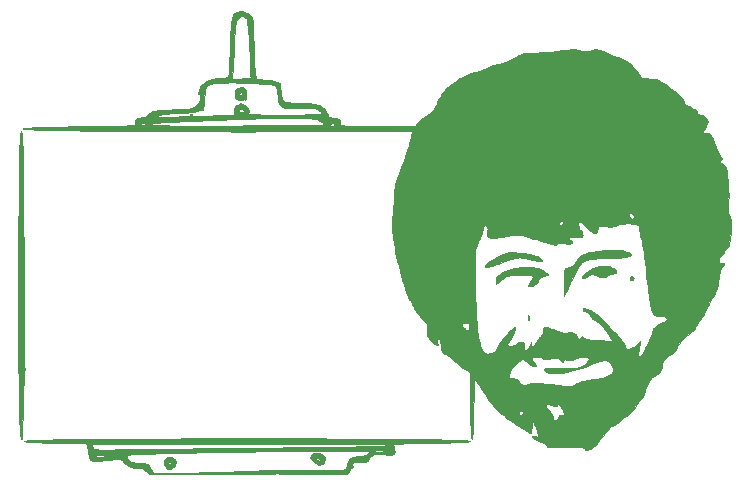
<source format=gbr>
G04 #@! TF.GenerationSoftware,KiCad,Pcbnew,5.0.2-bee76a0~70~ubuntu18.04.1*
G04 #@! TF.CreationDate,2019-02-08T21:36:26-08:00*
G04 #@! TF.ProjectId,sao-bob_ross1,73616f2d-626f-4625-9f72-6f7373312e6b,rev?*
G04 #@! TF.SameCoordinates,Original*
G04 #@! TF.FileFunction,Legend,Top*
G04 #@! TF.FilePolarity,Positive*
%FSLAX46Y46*%
G04 Gerber Fmt 4.6, Leading zero omitted, Abs format (unit mm)*
G04 Created by KiCad (PCBNEW 5.0.2-bee76a0~70~ubuntu18.04.1) date Fri 08 Feb 2019 09:36:26 PM PST*
%MOMM*%
%LPD*%
G01*
G04 APERTURE LIST*
%ADD10C,0.010000*%
G04 APERTURE END LIST*
D10*
G04 #@! TO.C,G\002A\002A\002A*
G36*
X88815501Y-86859042D02*
X88927210Y-86898924D01*
X89016503Y-86968286D01*
X89087289Y-87069493D01*
X89104674Y-87104615D01*
X89127750Y-87181896D01*
X89141768Y-87287321D01*
X89146644Y-87411001D01*
X89142296Y-87543048D01*
X89128643Y-87673574D01*
X89110241Y-87773426D01*
X89089113Y-87855683D01*
X89070538Y-87910400D01*
X89056077Y-87934968D01*
X89047288Y-87926777D01*
X89045733Y-87883218D01*
X89045821Y-87881178D01*
X89037867Y-87829914D01*
X89010211Y-87810226D01*
X88966269Y-87822183D01*
X88909454Y-87865854D01*
X88897082Y-87878157D01*
X88844723Y-87924893D01*
X88794177Y-87948287D01*
X88732742Y-87957251D01*
X88636484Y-87952840D01*
X88532180Y-87929313D01*
X88526970Y-87927627D01*
X88383961Y-87869999D01*
X88277704Y-87803020D01*
X88206789Y-87725745D01*
X88194350Y-87704580D01*
X88173895Y-87659922D01*
X88160883Y-87612496D01*
X88153713Y-87551838D01*
X88150785Y-87467484D01*
X88150421Y-87417231D01*
X88150478Y-87407863D01*
X88532401Y-87407863D01*
X88546003Y-87438830D01*
X88576372Y-87468111D01*
X88636293Y-87504681D01*
X88692150Y-87512682D01*
X88734883Y-87491630D01*
X88745159Y-87477131D01*
X88762583Y-87415912D01*
X88762357Y-87344607D01*
X88745269Y-87283125D01*
X88736948Y-87269542D01*
X88717462Y-87246974D01*
X88697537Y-87242587D01*
X88664123Y-87256868D01*
X88634371Y-87273360D01*
X88582710Y-87312162D01*
X88546324Y-87356886D01*
X88541090Y-87368202D01*
X88532401Y-87407863D01*
X88150478Y-87407863D01*
X88151005Y-87322593D01*
X88154648Y-87255999D01*
X88163369Y-87206429D01*
X88179186Y-87162862D01*
X88204118Y-87114279D01*
X88206805Y-87109415D01*
X88288693Y-86995339D01*
X88390511Y-86914104D01*
X88513923Y-86864781D01*
X88660592Y-86846440D01*
X88677462Y-86846273D01*
X88815501Y-86859042D01*
X88815501Y-86859042D01*
G37*
X88815501Y-86859042D02*
X88927210Y-86898924D01*
X89016503Y-86968286D01*
X89087289Y-87069493D01*
X89104674Y-87104615D01*
X89127750Y-87181896D01*
X89141768Y-87287321D01*
X89146644Y-87411001D01*
X89142296Y-87543048D01*
X89128643Y-87673574D01*
X89110241Y-87773426D01*
X89089113Y-87855683D01*
X89070538Y-87910400D01*
X89056077Y-87934968D01*
X89047288Y-87926777D01*
X89045733Y-87883218D01*
X89045821Y-87881178D01*
X89037867Y-87829914D01*
X89010211Y-87810226D01*
X88966269Y-87822183D01*
X88909454Y-87865854D01*
X88897082Y-87878157D01*
X88844723Y-87924893D01*
X88794177Y-87948287D01*
X88732742Y-87957251D01*
X88636484Y-87952840D01*
X88532180Y-87929313D01*
X88526970Y-87927627D01*
X88383961Y-87869999D01*
X88277704Y-87803020D01*
X88206789Y-87725745D01*
X88194350Y-87704580D01*
X88173895Y-87659922D01*
X88160883Y-87612496D01*
X88153713Y-87551838D01*
X88150785Y-87467484D01*
X88150421Y-87417231D01*
X88150478Y-87407863D01*
X88532401Y-87407863D01*
X88546003Y-87438830D01*
X88576372Y-87468111D01*
X88636293Y-87504681D01*
X88692150Y-87512682D01*
X88734883Y-87491630D01*
X88745159Y-87477131D01*
X88762583Y-87415912D01*
X88762357Y-87344607D01*
X88745269Y-87283125D01*
X88736948Y-87269542D01*
X88717462Y-87246974D01*
X88697537Y-87242587D01*
X88664123Y-87256868D01*
X88634371Y-87273360D01*
X88582710Y-87312162D01*
X88546324Y-87356886D01*
X88541090Y-87368202D01*
X88532401Y-87407863D01*
X88150478Y-87407863D01*
X88151005Y-87322593D01*
X88154648Y-87255999D01*
X88163369Y-87206429D01*
X88179186Y-87162862D01*
X88204118Y-87114279D01*
X88206805Y-87109415D01*
X88288693Y-86995339D01*
X88390511Y-86914104D01*
X88513923Y-86864781D01*
X88660592Y-86846440D01*
X88677462Y-86846273D01*
X88815501Y-86859042D01*
G36*
X84521501Y-89139728D02*
X84553050Y-89148460D01*
X84554846Y-89156154D01*
X84529807Y-89167490D01*
X84479522Y-89174540D01*
X84446232Y-89175692D01*
X84390883Y-89172138D01*
X84355959Y-89163062D01*
X84349692Y-89156154D01*
X84367368Y-89145503D01*
X84413009Y-89138406D01*
X84458307Y-89136615D01*
X84521501Y-89139728D01*
X84521501Y-89139728D01*
G37*
X84521501Y-89139728D02*
X84553050Y-89148460D01*
X84554846Y-89156154D01*
X84529807Y-89167490D01*
X84479522Y-89174540D01*
X84446232Y-89175692D01*
X84390883Y-89172138D01*
X84355959Y-89163062D01*
X84349692Y-89156154D01*
X84367368Y-89145503D01*
X84413009Y-89138406D01*
X84458307Y-89136615D01*
X84521501Y-89139728D01*
G36*
X111684000Y-100811617D02*
X111922023Y-100818005D01*
X112174485Y-100835435D01*
X112434846Y-100862775D01*
X112696567Y-100898888D01*
X112953107Y-100942640D01*
X113197926Y-100992897D01*
X113424485Y-101048523D01*
X113626243Y-101108386D01*
X113796660Y-101171349D01*
X113823038Y-101182718D01*
X113894128Y-101221207D01*
X113967655Y-101272762D01*
X114037956Y-101331713D01*
X114099370Y-101392391D01*
X114146236Y-101449126D01*
X114172892Y-101496248D01*
X114173677Y-101528089D01*
X114171118Y-101531292D01*
X114147278Y-101536789D01*
X114094060Y-101541009D01*
X114021159Y-101543304D01*
X113987583Y-101543538D01*
X113865142Y-101537311D01*
X113711615Y-101519293D01*
X113532843Y-101490478D01*
X113334665Y-101451863D01*
X113122923Y-101404442D01*
X113012254Y-101377354D01*
X112847464Y-101336766D01*
X112699990Y-101303386D01*
X112565742Y-101277752D01*
X112440634Y-101260403D01*
X112320577Y-101251878D01*
X112201483Y-101252717D01*
X112079264Y-101263458D01*
X111949832Y-101284640D01*
X111809100Y-101316804D01*
X111652978Y-101360487D01*
X111477379Y-101416228D01*
X111278215Y-101484567D01*
X111051398Y-101566043D01*
X110792839Y-101661195D01*
X110755923Y-101674879D01*
X110502536Y-101768258D01*
X110282867Y-101847766D01*
X110094370Y-101914083D01*
X109934498Y-101967891D01*
X109800704Y-102009872D01*
X109690439Y-102040706D01*
X109601159Y-102061075D01*
X109530314Y-102071661D01*
X109475359Y-102073144D01*
X109433747Y-102066207D01*
X109402929Y-102051529D01*
X109389626Y-102040374D01*
X109366525Y-101998312D01*
X109358923Y-101954411D01*
X109376474Y-101903776D01*
X109427508Y-101839381D01*
X109509596Y-101762873D01*
X109620308Y-101675898D01*
X109757217Y-101580103D01*
X109917892Y-101477133D01*
X110099905Y-101368637D01*
X110300827Y-101256259D01*
X110518229Y-101141647D01*
X110671901Y-101064426D01*
X110829588Y-100988102D01*
X110961401Y-100928693D01*
X111075622Y-100884130D01*
X111180534Y-100852344D01*
X111284420Y-100831267D01*
X111395561Y-100818829D01*
X111522239Y-100812963D01*
X111672738Y-100811598D01*
X111684000Y-100811617D01*
X111684000Y-100811617D01*
G37*
X111684000Y-100811617D02*
X111922023Y-100818005D01*
X112174485Y-100835435D01*
X112434846Y-100862775D01*
X112696567Y-100898888D01*
X112953107Y-100942640D01*
X113197926Y-100992897D01*
X113424485Y-101048523D01*
X113626243Y-101108386D01*
X113796660Y-101171349D01*
X113823038Y-101182718D01*
X113894128Y-101221207D01*
X113967655Y-101272762D01*
X114037956Y-101331713D01*
X114099370Y-101392391D01*
X114146236Y-101449126D01*
X114172892Y-101496248D01*
X114173677Y-101528089D01*
X114171118Y-101531292D01*
X114147278Y-101536789D01*
X114094060Y-101541009D01*
X114021159Y-101543304D01*
X113987583Y-101543538D01*
X113865142Y-101537311D01*
X113711615Y-101519293D01*
X113532843Y-101490478D01*
X113334665Y-101451863D01*
X113122923Y-101404442D01*
X113012254Y-101377354D01*
X112847464Y-101336766D01*
X112699990Y-101303386D01*
X112565742Y-101277752D01*
X112440634Y-101260403D01*
X112320577Y-101251878D01*
X112201483Y-101252717D01*
X112079264Y-101263458D01*
X111949832Y-101284640D01*
X111809100Y-101316804D01*
X111652978Y-101360487D01*
X111477379Y-101416228D01*
X111278215Y-101484567D01*
X111051398Y-101566043D01*
X110792839Y-101661195D01*
X110755923Y-101674879D01*
X110502536Y-101768258D01*
X110282867Y-101847766D01*
X110094370Y-101914083D01*
X109934498Y-101967891D01*
X109800704Y-102009872D01*
X109690439Y-102040706D01*
X109601159Y-102061075D01*
X109530314Y-102071661D01*
X109475359Y-102073144D01*
X109433747Y-102066207D01*
X109402929Y-102051529D01*
X109389626Y-102040374D01*
X109366525Y-101998312D01*
X109358923Y-101954411D01*
X109376474Y-101903776D01*
X109427508Y-101839381D01*
X109509596Y-101762873D01*
X109620308Y-101675898D01*
X109757217Y-101580103D01*
X109917892Y-101477133D01*
X110099905Y-101368637D01*
X110300827Y-101256259D01*
X110518229Y-101141647D01*
X110671901Y-101064426D01*
X110829588Y-100988102D01*
X110961401Y-100928693D01*
X111075622Y-100884130D01*
X111180534Y-100852344D01*
X111284420Y-100831267D01*
X111395561Y-100818829D01*
X111522239Y-100812963D01*
X111672738Y-100811598D01*
X111684000Y-100811617D01*
G36*
X119689459Y-101979409D02*
X119833017Y-102003623D01*
X119853881Y-102008896D01*
X119998047Y-102056205D01*
X120130640Y-102116314D01*
X120247437Y-102185797D01*
X120344215Y-102261228D01*
X120416749Y-102339179D01*
X120460817Y-102416222D01*
X120472196Y-102488932D01*
X120468964Y-102507986D01*
X120443751Y-102550482D01*
X120389753Y-102584355D01*
X120303878Y-102610834D01*
X120183032Y-102631148D01*
X120148717Y-102635216D01*
X119959561Y-102670978D01*
X119795215Y-102734343D01*
X119651146Y-102827109D01*
X119638628Y-102837285D01*
X119564818Y-102890298D01*
X119489771Y-102924982D01*
X119407941Y-102941232D01*
X119313784Y-102938948D01*
X119201756Y-102918024D01*
X119066312Y-102878360D01*
X118912456Y-102823807D01*
X118742757Y-102762352D01*
X118603234Y-102717405D01*
X118488726Y-102688794D01*
X118394071Y-102676348D01*
X118314108Y-102679893D01*
X118243674Y-102699259D01*
X118177610Y-102734271D01*
X118110752Y-102784759D01*
X118096957Y-102796589D01*
X117999294Y-102866874D01*
X117887478Y-102923558D01*
X117771690Y-102963240D01*
X117662114Y-102982520D01*
X117568930Y-102977994D01*
X117560192Y-102975916D01*
X117529366Y-102953125D01*
X117530621Y-102910101D01*
X117563306Y-102847953D01*
X117626768Y-102767791D01*
X117720357Y-102670726D01*
X117763369Y-102629933D01*
X117987674Y-102444051D01*
X118228068Y-102289368D01*
X118488564Y-102163871D01*
X118773173Y-102065550D01*
X119001154Y-102009213D01*
X119166752Y-101982772D01*
X119344532Y-101968988D01*
X119522699Y-101967865D01*
X119689459Y-101979409D01*
X119689459Y-101979409D01*
G37*
X119689459Y-101979409D02*
X119833017Y-102003623D01*
X119853881Y-102008896D01*
X119998047Y-102056205D01*
X120130640Y-102116314D01*
X120247437Y-102185797D01*
X120344215Y-102261228D01*
X120416749Y-102339179D01*
X120460817Y-102416222D01*
X120472196Y-102488932D01*
X120468964Y-102507986D01*
X120443751Y-102550482D01*
X120389753Y-102584355D01*
X120303878Y-102610834D01*
X120183032Y-102631148D01*
X120148717Y-102635216D01*
X119959561Y-102670978D01*
X119795215Y-102734343D01*
X119651146Y-102827109D01*
X119638628Y-102837285D01*
X119564818Y-102890298D01*
X119489771Y-102924982D01*
X119407941Y-102941232D01*
X119313784Y-102938948D01*
X119201756Y-102918024D01*
X119066312Y-102878360D01*
X118912456Y-102823807D01*
X118742757Y-102762352D01*
X118603234Y-102717405D01*
X118488726Y-102688794D01*
X118394071Y-102676348D01*
X118314108Y-102679893D01*
X118243674Y-102699259D01*
X118177610Y-102734271D01*
X118110752Y-102784759D01*
X118096957Y-102796589D01*
X117999294Y-102866874D01*
X117887478Y-102923558D01*
X117771690Y-102963240D01*
X117662114Y-102982520D01*
X117568930Y-102977994D01*
X117560192Y-102975916D01*
X117529366Y-102953125D01*
X117530621Y-102910101D01*
X117563306Y-102847953D01*
X117626768Y-102767791D01*
X117720357Y-102670726D01*
X117763369Y-102629933D01*
X117987674Y-102444051D01*
X118228068Y-102289368D01*
X118488564Y-102163871D01*
X118773173Y-102065550D01*
X119001154Y-102009213D01*
X119166752Y-101982772D01*
X119344532Y-101968988D01*
X119522699Y-101967865D01*
X119689459Y-101979409D01*
G36*
X121834674Y-102849055D02*
X121887482Y-102893660D01*
X121918024Y-102959814D01*
X121922154Y-102999154D01*
X121905746Y-103073389D01*
X121862455Y-103128115D01*
X121801177Y-103159527D01*
X121730810Y-103163826D01*
X121660250Y-103137207D01*
X121637982Y-103120597D01*
X121595923Y-103061137D01*
X121584232Y-102989767D01*
X121603235Y-102919565D01*
X121632008Y-102880945D01*
X121698001Y-102839057D01*
X121768535Y-102829641D01*
X121834674Y-102849055D01*
X121834674Y-102849055D01*
G37*
X121834674Y-102849055D02*
X121887482Y-102893660D01*
X121918024Y-102959814D01*
X121922154Y-102999154D01*
X121905746Y-103073389D01*
X121862455Y-103128115D01*
X121801177Y-103159527D01*
X121730810Y-103163826D01*
X121660250Y-103137207D01*
X121637982Y-103120597D01*
X121595923Y-103061137D01*
X121584232Y-102989767D01*
X121603235Y-102919565D01*
X121632008Y-102880945D01*
X121698001Y-102839057D01*
X121768535Y-102829641D01*
X121834674Y-102849055D01*
G36*
X113151772Y-102052945D02*
X113396697Y-102072364D01*
X113616927Y-102106770D01*
X113818770Y-102157842D01*
X114008533Y-102227262D01*
X114192521Y-102316711D01*
X114377043Y-102427868D01*
X114424411Y-102459530D01*
X114538461Y-102538717D01*
X114619946Y-102600453D01*
X114669638Y-102647677D01*
X114688307Y-102683327D01*
X114676727Y-102710340D01*
X114635667Y-102731656D01*
X114565900Y-102750212D01*
X114503963Y-102762473D01*
X114409485Y-102783813D01*
X114314620Y-102811592D01*
X114236985Y-102840521D01*
X114224000Y-102846499D01*
X114126470Y-102907083D01*
X114023615Y-102993261D01*
X113925597Y-103094749D01*
X113842580Y-103201266D01*
X113795253Y-103280283D01*
X113709794Y-103418534D01*
X113606485Y-103534434D01*
X113490588Y-103624121D01*
X113367367Y-103683732D01*
X113242085Y-103709404D01*
X113209764Y-103710041D01*
X113141344Y-103707053D01*
X113084180Y-103701845D01*
X113061462Y-103698012D01*
X113027494Y-103686593D01*
X113006872Y-103669604D01*
X113000856Y-103642801D01*
X113010706Y-103601938D01*
X113037683Y-103542770D01*
X113083047Y-103461052D01*
X113148058Y-103352539D01*
X113179035Y-103302000D01*
X113262631Y-103162205D01*
X113323100Y-103049930D01*
X113360671Y-102961366D01*
X113375572Y-102892702D01*
X113368034Y-102840131D01*
X113338285Y-102799842D01*
X113286553Y-102768026D01*
X113213068Y-102740874D01*
X113212770Y-102740782D01*
X113177158Y-102730993D01*
X113137573Y-102723264D01*
X113089273Y-102717391D01*
X113027515Y-102713169D01*
X112947559Y-102710394D01*
X112844662Y-102708863D01*
X112714083Y-102708371D01*
X112551080Y-102708715D01*
X112475308Y-102709042D01*
X112240903Y-102711241D01*
X112040602Y-102715741D01*
X111869475Y-102723000D01*
X111722592Y-102733475D01*
X111595023Y-102747623D01*
X111481839Y-102765902D01*
X111378109Y-102788768D01*
X111278904Y-102816678D01*
X111263923Y-102821387D01*
X111147707Y-102863608D01*
X111039847Y-102915220D01*
X110932897Y-102981009D01*
X110819415Y-103065765D01*
X110691957Y-103174275D01*
X110634474Y-103226243D01*
X110521738Y-103328407D01*
X110433989Y-103403841D01*
X110368117Y-103452976D01*
X110321012Y-103476239D01*
X110289564Y-103474061D01*
X110270663Y-103446869D01*
X110261199Y-103395094D01*
X110258061Y-103319164D01*
X110257883Y-103278190D01*
X110259875Y-103181787D01*
X110267096Y-103111075D01*
X110281772Y-103052782D01*
X110305329Y-102995352D01*
X110386818Y-102863374D01*
X110503970Y-102737165D01*
X110653645Y-102617883D01*
X110832700Y-102506688D01*
X111037995Y-102404738D01*
X111266388Y-102313193D01*
X111514740Y-102233212D01*
X111779908Y-102165954D01*
X112058752Y-102112577D01*
X112348130Y-102074242D01*
X112644901Y-102052106D01*
X112875846Y-102046830D01*
X113151772Y-102052945D01*
X113151772Y-102052945D01*
G37*
X113151772Y-102052945D02*
X113396697Y-102072364D01*
X113616927Y-102106770D01*
X113818770Y-102157842D01*
X114008533Y-102227262D01*
X114192521Y-102316711D01*
X114377043Y-102427868D01*
X114424411Y-102459530D01*
X114538461Y-102538717D01*
X114619946Y-102600453D01*
X114669638Y-102647677D01*
X114688307Y-102683327D01*
X114676727Y-102710340D01*
X114635667Y-102731656D01*
X114565900Y-102750212D01*
X114503963Y-102762473D01*
X114409485Y-102783813D01*
X114314620Y-102811592D01*
X114236985Y-102840521D01*
X114224000Y-102846499D01*
X114126470Y-102907083D01*
X114023615Y-102993261D01*
X113925597Y-103094749D01*
X113842580Y-103201266D01*
X113795253Y-103280283D01*
X113709794Y-103418534D01*
X113606485Y-103534434D01*
X113490588Y-103624121D01*
X113367367Y-103683732D01*
X113242085Y-103709404D01*
X113209764Y-103710041D01*
X113141344Y-103707053D01*
X113084180Y-103701845D01*
X113061462Y-103698012D01*
X113027494Y-103686593D01*
X113006872Y-103669604D01*
X113000856Y-103642801D01*
X113010706Y-103601938D01*
X113037683Y-103542770D01*
X113083047Y-103461052D01*
X113148058Y-103352539D01*
X113179035Y-103302000D01*
X113262631Y-103162205D01*
X113323100Y-103049930D01*
X113360671Y-102961366D01*
X113375572Y-102892702D01*
X113368034Y-102840131D01*
X113338285Y-102799842D01*
X113286553Y-102768026D01*
X113213068Y-102740874D01*
X113212770Y-102740782D01*
X113177158Y-102730993D01*
X113137573Y-102723264D01*
X113089273Y-102717391D01*
X113027515Y-102713169D01*
X112947559Y-102710394D01*
X112844662Y-102708863D01*
X112714083Y-102708371D01*
X112551080Y-102708715D01*
X112475308Y-102709042D01*
X112240903Y-102711241D01*
X112040602Y-102715741D01*
X111869475Y-102723000D01*
X111722592Y-102733475D01*
X111595023Y-102747623D01*
X111481839Y-102765902D01*
X111378109Y-102788768D01*
X111278904Y-102816678D01*
X111263923Y-102821387D01*
X111147707Y-102863608D01*
X111039847Y-102915220D01*
X110932897Y-102981009D01*
X110819415Y-103065765D01*
X110691957Y-103174275D01*
X110634474Y-103226243D01*
X110521738Y-103328407D01*
X110433989Y-103403841D01*
X110368117Y-103452976D01*
X110321012Y-103476239D01*
X110289564Y-103474061D01*
X110270663Y-103446869D01*
X110261199Y-103395094D01*
X110258061Y-103319164D01*
X110257883Y-103278190D01*
X110259875Y-103181787D01*
X110267096Y-103111075D01*
X110281772Y-103052782D01*
X110305329Y-102995352D01*
X110386818Y-102863374D01*
X110503970Y-102737165D01*
X110653645Y-102617883D01*
X110832700Y-102506688D01*
X111037995Y-102404738D01*
X111266388Y-102313193D01*
X111514740Y-102233212D01*
X111779908Y-102165954D01*
X112058752Y-102112577D01*
X112348130Y-102074242D01*
X112644901Y-102052106D01*
X112875846Y-102046830D01*
X113151772Y-102052945D01*
G36*
X120529099Y-100593387D02*
X120698083Y-100605239D01*
X120852155Y-100625676D01*
X120999205Y-100655478D01*
X121143168Y-100694246D01*
X121336436Y-100756817D01*
X121490836Y-100817342D01*
X121606539Y-100875570D01*
X121683715Y-100931245D01*
X121722531Y-100984115D01*
X121723158Y-101033925D01*
X121685765Y-101080421D01*
X121610521Y-101123350D01*
X121497595Y-101162457D01*
X121347157Y-101197490D01*
X121159376Y-101228193D01*
X120934421Y-101254314D01*
X120759615Y-101269381D01*
X120681361Y-101274218D01*
X120569673Y-101279549D01*
X120430192Y-101285180D01*
X120268554Y-101290917D01*
X120090399Y-101296567D01*
X119901364Y-101301936D01*
X119707088Y-101306831D01*
X119597077Y-101309314D01*
X119315369Y-101315997D01*
X119069251Y-101323351D01*
X118855237Y-101331793D01*
X118669841Y-101341745D01*
X118509576Y-101353625D01*
X118370956Y-101367852D01*
X118250495Y-101384845D01*
X118144707Y-101405024D01*
X118050105Y-101428807D01*
X117963204Y-101456615D01*
X117880517Y-101488865D01*
X117799665Y-101525448D01*
X117713186Y-101570079D01*
X117641379Y-101616304D01*
X117571965Y-101673282D01*
X117492664Y-101750175D01*
X117477280Y-101765923D01*
X117431577Y-101814066D01*
X117388410Y-101862523D01*
X117346421Y-101913758D01*
X117304256Y-101970238D01*
X117260560Y-102034426D01*
X117213976Y-102108788D01*
X117163148Y-102195789D01*
X117106722Y-102297894D01*
X117043341Y-102417567D01*
X116971651Y-102557275D01*
X116890294Y-102719481D01*
X116797916Y-102906650D01*
X116693161Y-103121249D01*
X116574674Y-103365741D01*
X116441098Y-103642592D01*
X116412224Y-103702538D01*
X116333877Y-103865054D01*
X116260680Y-104016548D01*
X116194382Y-104153426D01*
X116136732Y-104272090D01*
X116089481Y-104368945D01*
X116054376Y-104440394D01*
X116033169Y-104482842D01*
X116027468Y-104493449D01*
X116026018Y-104476296D01*
X116024897Y-104423570D01*
X116024109Y-104338773D01*
X116023659Y-104225407D01*
X116023552Y-104086976D01*
X116023793Y-103926980D01*
X116024385Y-103748922D01*
X116025335Y-103556305D01*
X116026057Y-103438372D01*
X116027682Y-103204734D01*
X116029325Y-103006873D01*
X116031102Y-102841490D01*
X116033134Y-102705286D01*
X116035537Y-102594961D01*
X116038432Y-102507215D01*
X116041935Y-102438750D01*
X116046166Y-102386266D01*
X116051243Y-102346464D01*
X116057284Y-102316043D01*
X116064408Y-102291706D01*
X116067528Y-102283090D01*
X116100226Y-102210876D01*
X116138859Y-102163243D01*
X116193054Y-102133474D01*
X116272439Y-102114851D01*
X116317793Y-102108461D01*
X116446887Y-102081146D01*
X116570399Y-102030865D01*
X116691632Y-101955019D01*
X116813889Y-101851008D01*
X116940476Y-101716233D01*
X117074697Y-101548095D01*
X117135231Y-101465380D01*
X117234610Y-101330751D01*
X117320405Y-101224891D01*
X117398009Y-101142410D01*
X117472814Y-101077916D01*
X117550213Y-101026019D01*
X117604154Y-100996647D01*
X117685292Y-100958953D01*
X117774451Y-100924615D01*
X117875896Y-100892645D01*
X117993889Y-100862053D01*
X118132697Y-100831852D01*
X118296582Y-100801052D01*
X118489808Y-100768664D01*
X118716641Y-100733701D01*
X118776462Y-100724830D01*
X118998064Y-100692672D01*
X119187981Y-100666393D01*
X119353051Y-100645315D01*
X119500110Y-100628762D01*
X119635997Y-100616057D01*
X119767549Y-100606522D01*
X119901604Y-100599481D01*
X120044999Y-100594256D01*
X120114846Y-100592305D01*
X120337317Y-100589336D01*
X120529099Y-100593387D01*
X120529099Y-100593387D01*
G37*
X120529099Y-100593387D02*
X120698083Y-100605239D01*
X120852155Y-100625676D01*
X120999205Y-100655478D01*
X121143168Y-100694246D01*
X121336436Y-100756817D01*
X121490836Y-100817342D01*
X121606539Y-100875570D01*
X121683715Y-100931245D01*
X121722531Y-100984115D01*
X121723158Y-101033925D01*
X121685765Y-101080421D01*
X121610521Y-101123350D01*
X121497595Y-101162457D01*
X121347157Y-101197490D01*
X121159376Y-101228193D01*
X120934421Y-101254314D01*
X120759615Y-101269381D01*
X120681361Y-101274218D01*
X120569673Y-101279549D01*
X120430192Y-101285180D01*
X120268554Y-101290917D01*
X120090399Y-101296567D01*
X119901364Y-101301936D01*
X119707088Y-101306831D01*
X119597077Y-101309314D01*
X119315369Y-101315997D01*
X119069251Y-101323351D01*
X118855237Y-101331793D01*
X118669841Y-101341745D01*
X118509576Y-101353625D01*
X118370956Y-101367852D01*
X118250495Y-101384845D01*
X118144707Y-101405024D01*
X118050105Y-101428807D01*
X117963204Y-101456615D01*
X117880517Y-101488865D01*
X117799665Y-101525448D01*
X117713186Y-101570079D01*
X117641379Y-101616304D01*
X117571965Y-101673282D01*
X117492664Y-101750175D01*
X117477280Y-101765923D01*
X117431577Y-101814066D01*
X117388410Y-101862523D01*
X117346421Y-101913758D01*
X117304256Y-101970238D01*
X117260560Y-102034426D01*
X117213976Y-102108788D01*
X117163148Y-102195789D01*
X117106722Y-102297894D01*
X117043341Y-102417567D01*
X116971651Y-102557275D01*
X116890294Y-102719481D01*
X116797916Y-102906650D01*
X116693161Y-103121249D01*
X116574674Y-103365741D01*
X116441098Y-103642592D01*
X116412224Y-103702538D01*
X116333877Y-103865054D01*
X116260680Y-104016548D01*
X116194382Y-104153426D01*
X116136732Y-104272090D01*
X116089481Y-104368945D01*
X116054376Y-104440394D01*
X116033169Y-104482842D01*
X116027468Y-104493449D01*
X116026018Y-104476296D01*
X116024897Y-104423570D01*
X116024109Y-104338773D01*
X116023659Y-104225407D01*
X116023552Y-104086976D01*
X116023793Y-103926980D01*
X116024385Y-103748922D01*
X116025335Y-103556305D01*
X116026057Y-103438372D01*
X116027682Y-103204734D01*
X116029325Y-103006873D01*
X116031102Y-102841490D01*
X116033134Y-102705286D01*
X116035537Y-102594961D01*
X116038432Y-102507215D01*
X116041935Y-102438750D01*
X116046166Y-102386266D01*
X116051243Y-102346464D01*
X116057284Y-102316043D01*
X116064408Y-102291706D01*
X116067528Y-102283090D01*
X116100226Y-102210876D01*
X116138859Y-102163243D01*
X116193054Y-102133474D01*
X116272439Y-102114851D01*
X116317793Y-102108461D01*
X116446887Y-102081146D01*
X116570399Y-102030865D01*
X116691632Y-101955019D01*
X116813889Y-101851008D01*
X116940476Y-101716233D01*
X117074697Y-101548095D01*
X117135231Y-101465380D01*
X117234610Y-101330751D01*
X117320405Y-101224891D01*
X117398009Y-101142410D01*
X117472814Y-101077916D01*
X117550213Y-101026019D01*
X117604154Y-100996647D01*
X117685292Y-100958953D01*
X117774451Y-100924615D01*
X117875896Y-100892645D01*
X117993889Y-100862053D01*
X118132697Y-100831852D01*
X118296582Y-100801052D01*
X118489808Y-100768664D01*
X118716641Y-100733701D01*
X118776462Y-100724830D01*
X118998064Y-100692672D01*
X119187981Y-100666393D01*
X119353051Y-100645315D01*
X119500110Y-100628762D01*
X119635997Y-100616057D01*
X119767549Y-100606522D01*
X119901604Y-100599481D01*
X120044999Y-100594256D01*
X120114846Y-100592305D01*
X120337317Y-100589336D01*
X120529099Y-100593387D01*
G36*
X113020956Y-106136912D02*
X113054661Y-106194302D01*
X113078314Y-106274973D01*
X113089950Y-106364238D01*
X113087605Y-106447414D01*
X113070543Y-106507592D01*
X113039280Y-106540842D01*
X113006729Y-106537739D01*
X112981397Y-106499764D01*
X112978884Y-106491654D01*
X112969613Y-106430865D01*
X112966339Y-106348326D01*
X112968920Y-106260880D01*
X112977214Y-106185368D01*
X112981636Y-106164088D01*
X112993999Y-106128232D01*
X113008895Y-106125845D01*
X113020956Y-106136912D01*
X113020956Y-106136912D01*
G37*
X113020956Y-106136912D02*
X113054661Y-106194302D01*
X113078314Y-106274973D01*
X113089950Y-106364238D01*
X113087605Y-106447414D01*
X113070543Y-106507592D01*
X113039280Y-106540842D01*
X113006729Y-106537739D01*
X112981397Y-106499764D01*
X112978884Y-106491654D01*
X112969613Y-106430865D01*
X112966339Y-106348326D01*
X112968920Y-106260880D01*
X112977214Y-106185368D01*
X112981636Y-106164088D01*
X112993999Y-106128232D01*
X113008895Y-106125845D01*
X113020956Y-106136912D01*
G36*
X95252169Y-117786624D02*
X95351562Y-117809720D01*
X95441101Y-117854121D01*
X95531579Y-117924664D01*
X95597628Y-117988476D01*
X95659319Y-118048540D01*
X95713687Y-118096207D01*
X95753517Y-118125435D01*
X95768589Y-118131692D01*
X95790832Y-118148813D01*
X95801132Y-118195074D01*
X95800708Y-118262821D01*
X95790780Y-118344400D01*
X95772567Y-118432157D01*
X95747287Y-118518437D01*
X95716160Y-118595588D01*
X95686399Y-118647721D01*
X95607292Y-118728602D01*
X95505490Y-118782635D01*
X95388990Y-118807155D01*
X95265791Y-118799502D01*
X95244685Y-118794792D01*
X95127048Y-118751749D01*
X94999118Y-118680631D01*
X94870230Y-118587149D01*
X94789244Y-118516043D01*
X94678831Y-118397965D01*
X94612412Y-118297769D01*
X95037231Y-118297769D01*
X95048319Y-118360242D01*
X95083239Y-118392767D01*
X95144479Y-118397228D01*
X95164399Y-118394141D01*
X95211200Y-118387848D01*
X95230310Y-118395274D01*
X95232014Y-118417401D01*
X95230528Y-118472012D01*
X95243719Y-118497626D01*
X95267785Y-118502923D01*
X95311125Y-118490553D01*
X95326400Y-118479477D01*
X95348766Y-118432089D01*
X95347168Y-118369063D01*
X95325232Y-118302432D01*
X95286586Y-118244230D01*
X95245657Y-118211597D01*
X95170506Y-118185754D01*
X95106472Y-118190437D01*
X95060156Y-118222919D01*
X95038158Y-118280469D01*
X95037231Y-118297769D01*
X94612412Y-118297769D01*
X94606323Y-118288584D01*
X94571663Y-118187327D01*
X94574793Y-118093620D01*
X94615657Y-118006893D01*
X94694197Y-117926571D01*
X94728025Y-117901613D01*
X94869208Y-117826493D01*
X95023894Y-117787040D01*
X95132125Y-117780000D01*
X95252169Y-117786624D01*
X95252169Y-117786624D01*
G37*
X95252169Y-117786624D02*
X95351562Y-117809720D01*
X95441101Y-117854121D01*
X95531579Y-117924664D01*
X95597628Y-117988476D01*
X95659319Y-118048540D01*
X95713687Y-118096207D01*
X95753517Y-118125435D01*
X95768589Y-118131692D01*
X95790832Y-118148813D01*
X95801132Y-118195074D01*
X95800708Y-118262821D01*
X95790780Y-118344400D01*
X95772567Y-118432157D01*
X95747287Y-118518437D01*
X95716160Y-118595588D01*
X95686399Y-118647721D01*
X95607292Y-118728602D01*
X95505490Y-118782635D01*
X95388990Y-118807155D01*
X95265791Y-118799502D01*
X95244685Y-118794792D01*
X95127048Y-118751749D01*
X94999118Y-118680631D01*
X94870230Y-118587149D01*
X94789244Y-118516043D01*
X94678831Y-118397965D01*
X94612412Y-118297769D01*
X95037231Y-118297769D01*
X95048319Y-118360242D01*
X95083239Y-118392767D01*
X95144479Y-118397228D01*
X95164399Y-118394141D01*
X95211200Y-118387848D01*
X95230310Y-118395274D01*
X95232014Y-118417401D01*
X95230528Y-118472012D01*
X95243719Y-118497626D01*
X95267785Y-118502923D01*
X95311125Y-118490553D01*
X95326400Y-118479477D01*
X95348766Y-118432089D01*
X95347168Y-118369063D01*
X95325232Y-118302432D01*
X95286586Y-118244230D01*
X95245657Y-118211597D01*
X95170506Y-118185754D01*
X95106472Y-118190437D01*
X95060156Y-118222919D01*
X95038158Y-118280469D01*
X95037231Y-118297769D01*
X94612412Y-118297769D01*
X94606323Y-118288584D01*
X94571663Y-118187327D01*
X94574793Y-118093620D01*
X94615657Y-118006893D01*
X94694197Y-117926571D01*
X94728025Y-117901613D01*
X94869208Y-117826493D01*
X95023894Y-117787040D01*
X95132125Y-117780000D01*
X95252169Y-117786624D01*
G36*
X82798804Y-118159516D02*
X82940172Y-118206541D01*
X83058899Y-118282477D01*
X83065378Y-118288081D01*
X83143180Y-118374016D01*
X83185146Y-118466649D01*
X83194500Y-118573828D01*
X83192712Y-118598008D01*
X83175215Y-118691111D01*
X83138721Y-118778110D01*
X83078571Y-118867198D01*
X82990103Y-118966565D01*
X82973280Y-118983692D01*
X82857621Y-119089629D01*
X82753808Y-119160863D01*
X82658267Y-119198598D01*
X82567423Y-119204036D01*
X82477702Y-119178381D01*
X82444692Y-119161598D01*
X82388193Y-119119033D01*
X82330410Y-119059119D01*
X82303328Y-119023376D01*
X82256746Y-118939094D01*
X82212836Y-118833685D01*
X82176069Y-118720834D01*
X82155535Y-118633796D01*
X82532956Y-118633796D01*
X82546007Y-118674308D01*
X82592508Y-118715845D01*
X82594822Y-118717274D01*
X82644664Y-118745886D01*
X82674847Y-118754255D01*
X82698533Y-118743347D01*
X82716835Y-118726220D01*
X82745703Y-118678573D01*
X82740518Y-118634906D01*
X82706236Y-118601485D01*
X82647814Y-118584577D01*
X82604982Y-118584791D01*
X82552799Y-118601545D01*
X82532956Y-118633796D01*
X82155535Y-118633796D01*
X82150917Y-118614222D01*
X82141846Y-118529189D01*
X82144016Y-118482564D01*
X82154440Y-118445823D01*
X82178989Y-118408629D01*
X82223535Y-118360647D01*
X82255626Y-118328907D01*
X82351180Y-118243441D01*
X82436570Y-118187130D01*
X82521323Y-118155375D01*
X82614959Y-118143573D01*
X82640077Y-118143200D01*
X82798804Y-118159516D01*
X82798804Y-118159516D01*
G37*
X82798804Y-118159516D02*
X82940172Y-118206541D01*
X83058899Y-118282477D01*
X83065378Y-118288081D01*
X83143180Y-118374016D01*
X83185146Y-118466649D01*
X83194500Y-118573828D01*
X83192712Y-118598008D01*
X83175215Y-118691111D01*
X83138721Y-118778110D01*
X83078571Y-118867198D01*
X82990103Y-118966565D01*
X82973280Y-118983692D01*
X82857621Y-119089629D01*
X82753808Y-119160863D01*
X82658267Y-119198598D01*
X82567423Y-119204036D01*
X82477702Y-119178381D01*
X82444692Y-119161598D01*
X82388193Y-119119033D01*
X82330410Y-119059119D01*
X82303328Y-119023376D01*
X82256746Y-118939094D01*
X82212836Y-118833685D01*
X82176069Y-118720834D01*
X82155535Y-118633796D01*
X82532956Y-118633796D01*
X82546007Y-118674308D01*
X82592508Y-118715845D01*
X82594822Y-118717274D01*
X82644664Y-118745886D01*
X82674847Y-118754255D01*
X82698533Y-118743347D01*
X82716835Y-118726220D01*
X82745703Y-118678573D01*
X82740518Y-118634906D01*
X82706236Y-118601485D01*
X82647814Y-118584577D01*
X82604982Y-118584791D01*
X82552799Y-118601545D01*
X82532956Y-118633796D01*
X82155535Y-118633796D01*
X82150917Y-118614222D01*
X82141846Y-118529189D01*
X82144016Y-118482564D01*
X82154440Y-118445823D01*
X82178989Y-118408629D01*
X82223535Y-118360647D01*
X82255626Y-118328907D01*
X82351180Y-118243441D01*
X82436570Y-118187130D01*
X82521323Y-118155375D01*
X82614959Y-118143573D01*
X82640077Y-118143200D01*
X82798804Y-118159516D01*
G36*
X70077789Y-90548321D02*
X70093656Y-90612859D01*
X70109625Y-90709413D01*
X70125347Y-90835632D01*
X70140474Y-90989171D01*
X70154655Y-91167679D01*
X70163781Y-91305385D01*
X70171440Y-91435996D01*
X70178727Y-91572900D01*
X70185654Y-91717257D01*
X70192236Y-91870229D01*
X70198484Y-92032975D01*
X70204412Y-92206656D01*
X70210032Y-92392432D01*
X70215356Y-92591464D01*
X70220398Y-92804913D01*
X70225170Y-93033938D01*
X70229685Y-93279701D01*
X70233955Y-93543362D01*
X70237994Y-93826081D01*
X70241815Y-94129019D01*
X70245429Y-94453336D01*
X70248850Y-94800193D01*
X70252090Y-95170751D01*
X70255162Y-95566170D01*
X70258079Y-95987609D01*
X70260854Y-96436231D01*
X70263499Y-96913195D01*
X70266027Y-97419662D01*
X70268451Y-97956793D01*
X70270783Y-98525747D01*
X70273037Y-99127686D01*
X70275224Y-99763769D01*
X70277358Y-100435158D01*
X70279452Y-101143013D01*
X70281518Y-101888494D01*
X70282032Y-102080846D01*
X70283472Y-102604557D01*
X70284998Y-103122130D01*
X70286601Y-103631958D01*
X70288274Y-104132434D01*
X70290008Y-104621953D01*
X70291795Y-105098906D01*
X70293627Y-105561689D01*
X70295497Y-106008694D01*
X70297395Y-106438314D01*
X70299314Y-106848944D01*
X70301246Y-107238977D01*
X70303183Y-107606806D01*
X70305116Y-107950824D01*
X70307038Y-108269426D01*
X70308940Y-108561004D01*
X70310814Y-108823952D01*
X70312653Y-109056664D01*
X70314449Y-109257533D01*
X70316192Y-109424952D01*
X70317876Y-109557314D01*
X70319491Y-109653015D01*
X70320275Y-109686771D01*
X70326545Y-109912195D01*
X70332420Y-110101593D01*
X70338173Y-110258009D01*
X70344072Y-110384490D01*
X70350391Y-110484080D01*
X70357399Y-110559824D01*
X70365369Y-110614767D01*
X70374570Y-110651954D01*
X70385275Y-110674431D01*
X70397754Y-110685242D01*
X70409372Y-110687538D01*
X70435439Y-110694406D01*
X70427233Y-110715949D01*
X70391981Y-110747662D01*
X70363770Y-110776801D01*
X70341372Y-110817897D01*
X70324018Y-110875508D01*
X70310936Y-110954195D01*
X70301356Y-111058517D01*
X70294508Y-111193032D01*
X70289856Y-111351846D01*
X70283715Y-111615099D01*
X70276719Y-111903491D01*
X70269024Y-112211204D01*
X70260787Y-112532423D01*
X70252165Y-112861329D01*
X70243317Y-113192108D01*
X70234398Y-113518943D01*
X70225566Y-113836016D01*
X70216979Y-114137512D01*
X70208794Y-114417614D01*
X70201167Y-114670505D01*
X70194256Y-114890369D01*
X70194007Y-114898077D01*
X70184416Y-115194614D01*
X70175969Y-115454533D01*
X70168526Y-115680273D01*
X70161944Y-115874271D01*
X70156084Y-116038966D01*
X70150803Y-116176795D01*
X70145961Y-116290198D01*
X70141416Y-116381611D01*
X70137027Y-116453474D01*
X70132654Y-116508223D01*
X70128154Y-116548298D01*
X70123386Y-116576136D01*
X70118211Y-116594176D01*
X70112485Y-116604855D01*
X70106069Y-116610612D01*
X70098820Y-116613885D01*
X70094557Y-116615459D01*
X70065239Y-116608838D01*
X70049330Y-116582896D01*
X70036260Y-116531794D01*
X70021980Y-116446588D01*
X70007094Y-116332209D01*
X69992206Y-116193589D01*
X69977919Y-116035658D01*
X69969881Y-115933615D01*
X69960485Y-115797191D01*
X69951801Y-115648367D01*
X69943762Y-115484701D01*
X69936303Y-115303749D01*
X69929357Y-115103070D01*
X69922859Y-114880222D01*
X69916743Y-114632763D01*
X69910943Y-114358249D01*
X69905392Y-114054240D01*
X69900026Y-113718292D01*
X69894778Y-113347964D01*
X69889982Y-112973538D01*
X69886618Y-112714225D01*
X69882991Y-112462044D01*
X69879170Y-112220303D01*
X69875222Y-111992313D01*
X69871216Y-111781381D01*
X69867219Y-111590819D01*
X69863301Y-111423934D01*
X69859529Y-111284036D01*
X69855971Y-111174434D01*
X69852696Y-111098438D01*
X69850742Y-111068538D01*
X69844223Y-110985158D01*
X69838194Y-110891264D01*
X69832648Y-110785557D01*
X69827580Y-110666737D01*
X69822980Y-110533505D01*
X69818841Y-110384562D01*
X69815158Y-110218609D01*
X69811921Y-110034346D01*
X69809124Y-109830474D01*
X69806759Y-109605694D01*
X69804819Y-109358707D01*
X69803297Y-109088213D01*
X69802185Y-108792912D01*
X69801476Y-108471507D01*
X69801163Y-108122697D01*
X69801238Y-107745182D01*
X69801694Y-107337665D01*
X69802524Y-106898845D01*
X69803720Y-106427424D01*
X69805275Y-105922101D01*
X69807182Y-105381578D01*
X69809433Y-104804556D01*
X69811973Y-104200769D01*
X69815827Y-103343444D01*
X69819840Y-102510671D01*
X69824006Y-101703103D01*
X69828319Y-100921395D01*
X69832773Y-100166201D01*
X69837361Y-99438175D01*
X69842076Y-98737972D01*
X69846913Y-98066245D01*
X69851866Y-97423649D01*
X69856927Y-96810837D01*
X69862092Y-96228465D01*
X69867352Y-95677185D01*
X69872703Y-95157653D01*
X69878138Y-94670523D01*
X69883651Y-94216448D01*
X69889234Y-93796083D01*
X69894883Y-93410081D01*
X69900590Y-93059098D01*
X69906350Y-92743788D01*
X69912156Y-92464803D01*
X69918002Y-92222800D01*
X69923881Y-92018431D01*
X69929788Y-91852351D01*
X69930999Y-91823154D01*
X69941081Y-91610593D01*
X69952718Y-91405963D01*
X69965558Y-91213172D01*
X69979250Y-91036128D01*
X69993443Y-90878741D01*
X70007785Y-90744917D01*
X70021925Y-90638566D01*
X70035511Y-90563596D01*
X70047757Y-90524683D01*
X70062373Y-90518146D01*
X70077789Y-90548321D01*
X70077789Y-90548321D01*
G37*
X70077789Y-90548321D02*
X70093656Y-90612859D01*
X70109625Y-90709413D01*
X70125347Y-90835632D01*
X70140474Y-90989171D01*
X70154655Y-91167679D01*
X70163781Y-91305385D01*
X70171440Y-91435996D01*
X70178727Y-91572900D01*
X70185654Y-91717257D01*
X70192236Y-91870229D01*
X70198484Y-92032975D01*
X70204412Y-92206656D01*
X70210032Y-92392432D01*
X70215356Y-92591464D01*
X70220398Y-92804913D01*
X70225170Y-93033938D01*
X70229685Y-93279701D01*
X70233955Y-93543362D01*
X70237994Y-93826081D01*
X70241815Y-94129019D01*
X70245429Y-94453336D01*
X70248850Y-94800193D01*
X70252090Y-95170751D01*
X70255162Y-95566170D01*
X70258079Y-95987609D01*
X70260854Y-96436231D01*
X70263499Y-96913195D01*
X70266027Y-97419662D01*
X70268451Y-97956793D01*
X70270783Y-98525747D01*
X70273037Y-99127686D01*
X70275224Y-99763769D01*
X70277358Y-100435158D01*
X70279452Y-101143013D01*
X70281518Y-101888494D01*
X70282032Y-102080846D01*
X70283472Y-102604557D01*
X70284998Y-103122130D01*
X70286601Y-103631958D01*
X70288274Y-104132434D01*
X70290008Y-104621953D01*
X70291795Y-105098906D01*
X70293627Y-105561689D01*
X70295497Y-106008694D01*
X70297395Y-106438314D01*
X70299314Y-106848944D01*
X70301246Y-107238977D01*
X70303183Y-107606806D01*
X70305116Y-107950824D01*
X70307038Y-108269426D01*
X70308940Y-108561004D01*
X70310814Y-108823952D01*
X70312653Y-109056664D01*
X70314449Y-109257533D01*
X70316192Y-109424952D01*
X70317876Y-109557314D01*
X70319491Y-109653015D01*
X70320275Y-109686771D01*
X70326545Y-109912195D01*
X70332420Y-110101593D01*
X70338173Y-110258009D01*
X70344072Y-110384490D01*
X70350391Y-110484080D01*
X70357399Y-110559824D01*
X70365369Y-110614767D01*
X70374570Y-110651954D01*
X70385275Y-110674431D01*
X70397754Y-110685242D01*
X70409372Y-110687538D01*
X70435439Y-110694406D01*
X70427233Y-110715949D01*
X70391981Y-110747662D01*
X70363770Y-110776801D01*
X70341372Y-110817897D01*
X70324018Y-110875508D01*
X70310936Y-110954195D01*
X70301356Y-111058517D01*
X70294508Y-111193032D01*
X70289856Y-111351846D01*
X70283715Y-111615099D01*
X70276719Y-111903491D01*
X70269024Y-112211204D01*
X70260787Y-112532423D01*
X70252165Y-112861329D01*
X70243317Y-113192108D01*
X70234398Y-113518943D01*
X70225566Y-113836016D01*
X70216979Y-114137512D01*
X70208794Y-114417614D01*
X70201167Y-114670505D01*
X70194256Y-114890369D01*
X70194007Y-114898077D01*
X70184416Y-115194614D01*
X70175969Y-115454533D01*
X70168526Y-115680273D01*
X70161944Y-115874271D01*
X70156084Y-116038966D01*
X70150803Y-116176795D01*
X70145961Y-116290198D01*
X70141416Y-116381611D01*
X70137027Y-116453474D01*
X70132654Y-116508223D01*
X70128154Y-116548298D01*
X70123386Y-116576136D01*
X70118211Y-116594176D01*
X70112485Y-116604855D01*
X70106069Y-116610612D01*
X70098820Y-116613885D01*
X70094557Y-116615459D01*
X70065239Y-116608838D01*
X70049330Y-116582896D01*
X70036260Y-116531794D01*
X70021980Y-116446588D01*
X70007094Y-116332209D01*
X69992206Y-116193589D01*
X69977919Y-116035658D01*
X69969881Y-115933615D01*
X69960485Y-115797191D01*
X69951801Y-115648367D01*
X69943762Y-115484701D01*
X69936303Y-115303749D01*
X69929357Y-115103070D01*
X69922859Y-114880222D01*
X69916743Y-114632763D01*
X69910943Y-114358249D01*
X69905392Y-114054240D01*
X69900026Y-113718292D01*
X69894778Y-113347964D01*
X69889982Y-112973538D01*
X69886618Y-112714225D01*
X69882991Y-112462044D01*
X69879170Y-112220303D01*
X69875222Y-111992313D01*
X69871216Y-111781381D01*
X69867219Y-111590819D01*
X69863301Y-111423934D01*
X69859529Y-111284036D01*
X69855971Y-111174434D01*
X69852696Y-111098438D01*
X69850742Y-111068538D01*
X69844223Y-110985158D01*
X69838194Y-110891264D01*
X69832648Y-110785557D01*
X69827580Y-110666737D01*
X69822980Y-110533505D01*
X69818841Y-110384562D01*
X69815158Y-110218609D01*
X69811921Y-110034346D01*
X69809124Y-109830474D01*
X69806759Y-109605694D01*
X69804819Y-109358707D01*
X69803297Y-109088213D01*
X69802185Y-108792912D01*
X69801476Y-108471507D01*
X69801163Y-108122697D01*
X69801238Y-107745182D01*
X69801694Y-107337665D01*
X69802524Y-106898845D01*
X69803720Y-106427424D01*
X69805275Y-105922101D01*
X69807182Y-105381578D01*
X69809433Y-104804556D01*
X69811973Y-104200769D01*
X69815827Y-103343444D01*
X69819840Y-102510671D01*
X69824006Y-101703103D01*
X69828319Y-100921395D01*
X69832773Y-100166201D01*
X69837361Y-99438175D01*
X69842076Y-98737972D01*
X69846913Y-98066245D01*
X69851866Y-97423649D01*
X69856927Y-96810837D01*
X69862092Y-96228465D01*
X69867352Y-95677185D01*
X69872703Y-95157653D01*
X69878138Y-94670523D01*
X69883651Y-94216448D01*
X69889234Y-93796083D01*
X69894883Y-93410081D01*
X69900590Y-93059098D01*
X69906350Y-92743788D01*
X69912156Y-92464803D01*
X69918002Y-92222800D01*
X69923881Y-92018431D01*
X69929788Y-91852351D01*
X69930999Y-91823154D01*
X69941081Y-91610593D01*
X69952718Y-91405963D01*
X69965558Y-91213172D01*
X69979250Y-91036128D01*
X69993443Y-90878741D01*
X70007785Y-90744917D01*
X70021925Y-90638566D01*
X70035511Y-90563596D01*
X70047757Y-90524683D01*
X70062373Y-90518146D01*
X70077789Y-90548321D01*
G36*
X88752351Y-80394048D02*
X88820600Y-80409002D01*
X88888701Y-80430373D01*
X89017487Y-80478268D01*
X89147276Y-80534785D01*
X89268484Y-80595142D01*
X89371528Y-80654557D01*
X89446823Y-80708249D01*
X89448440Y-80709625D01*
X89527604Y-80795558D01*
X89591856Y-80906568D01*
X89642456Y-81045975D01*
X89680664Y-81217101D01*
X89703510Y-81382319D01*
X89707574Y-81436239D01*
X89712019Y-81524967D01*
X89716719Y-81644237D01*
X89721547Y-81789784D01*
X89726377Y-81957342D01*
X89731083Y-82142645D01*
X89735539Y-82341427D01*
X89739618Y-82549424D01*
X89741870Y-82679154D01*
X89749285Y-83061702D01*
X89758643Y-83431894D01*
X89769807Y-83787444D01*
X89782637Y-84126066D01*
X89796997Y-84445474D01*
X89812746Y-84743382D01*
X89829748Y-85017504D01*
X89847864Y-85265554D01*
X89866955Y-85485246D01*
X89886883Y-85674293D01*
X89907511Y-85830409D01*
X89928699Y-85951309D01*
X89943531Y-86012853D01*
X89958634Y-86057289D01*
X89978788Y-86092717D01*
X90008386Y-86120350D01*
X90051824Y-86141398D01*
X90113494Y-86157074D01*
X90197791Y-86168590D01*
X90309109Y-86177158D01*
X90451841Y-86183990D01*
X90580907Y-86188662D01*
X90780521Y-86196655D01*
X90947932Y-86206729D01*
X91090005Y-86220024D01*
X91213604Y-86237680D01*
X91325591Y-86260837D01*
X91432830Y-86290633D01*
X91542185Y-86328208D01*
X91632233Y-86363192D01*
X91726167Y-86399934D01*
X91810787Y-86430954D01*
X91877615Y-86453286D01*
X91918170Y-86463964D01*
X91921527Y-86464383D01*
X91961847Y-86478248D01*
X91978884Y-86498303D01*
X91983292Y-86525866D01*
X91990530Y-86586281D01*
X91999953Y-86673478D01*
X92010913Y-86781386D01*
X92022766Y-86903935D01*
X92027833Y-86958077D01*
X92047249Y-87159744D01*
X92065277Y-87327037D01*
X92082861Y-87464590D01*
X92100942Y-87577037D01*
X92120461Y-87669012D01*
X92142361Y-87745148D01*
X92167584Y-87810079D01*
X92197071Y-87868439D01*
X92220961Y-87908188D01*
X92261121Y-87962518D01*
X92308974Y-88007978D01*
X92368076Y-88045301D01*
X92441982Y-88075220D01*
X92534246Y-88098468D01*
X92648423Y-88115778D01*
X92788069Y-88127883D01*
X92956737Y-88135516D01*
X93157983Y-88139411D01*
X93346641Y-88140328D01*
X93698006Y-88143197D01*
X94013330Y-88152026D01*
X94295298Y-88167519D01*
X94546590Y-88190379D01*
X94769889Y-88221308D01*
X94967876Y-88261009D01*
X95143235Y-88310185D01*
X95298647Y-88369538D01*
X95436793Y-88439773D01*
X95560358Y-88521590D01*
X95672021Y-88615694D01*
X95774465Y-88722787D01*
X95830857Y-88791310D01*
X95911745Y-88900291D01*
X95972294Y-88997263D01*
X96020719Y-89096895D01*
X96061505Y-89203177D01*
X96094271Y-89281747D01*
X96133091Y-89336554D01*
X96186016Y-89372931D01*
X96261099Y-89396212D01*
X96366392Y-89411729D01*
X96378299Y-89412997D01*
X96527490Y-89428950D01*
X96643321Y-89442484D01*
X96731363Y-89454524D01*
X96797191Y-89465999D01*
X96846376Y-89477834D01*
X96884491Y-89490957D01*
X96906445Y-89500851D01*
X96963004Y-89535909D01*
X97003787Y-89581319D01*
X97031782Y-89644037D01*
X97049976Y-89731021D01*
X97061355Y-89849230D01*
X97062283Y-89863854D01*
X97074879Y-90069722D01*
X97956170Y-90082291D01*
X98120816Y-90084578D01*
X98319196Y-90087230D01*
X98545968Y-90090180D01*
X98795793Y-90093362D01*
X99063329Y-90096711D01*
X99343236Y-90100159D01*
X99630172Y-90103640D01*
X99918798Y-90107088D01*
X100203771Y-90110437D01*
X100468923Y-90113496D01*
X100737324Y-90116623D01*
X101008551Y-90119897D01*
X101278021Y-90123257D01*
X101541148Y-90126640D01*
X101793349Y-90129985D01*
X102030041Y-90133229D01*
X102246638Y-90136312D01*
X102438557Y-90139170D01*
X102601213Y-90141742D01*
X102730024Y-90143966D01*
X102745154Y-90144247D01*
X103389923Y-90156362D01*
X103487047Y-90023733D01*
X103669327Y-89804366D01*
X103884890Y-89597001D01*
X104128680Y-89406068D01*
X104366846Y-89252641D01*
X104571430Y-89122709D01*
X104746200Y-88987552D01*
X104896384Y-88841017D01*
X105027210Y-88676950D01*
X105143907Y-88489199D01*
X105251703Y-88271611D01*
X105303807Y-88149923D01*
X105390765Y-87954773D01*
X105492939Y-87753696D01*
X105605843Y-87553894D01*
X105724991Y-87362573D01*
X105845896Y-87186935D01*
X105964074Y-87034186D01*
X106074897Y-86911667D01*
X106206633Y-86792100D01*
X106370675Y-86662182D01*
X106562557Y-86524795D01*
X106777818Y-86382821D01*
X107011994Y-86239142D01*
X107260622Y-86096640D01*
X107519238Y-85958197D01*
X107668846Y-85882483D01*
X107835822Y-85802548D01*
X107996592Y-85730863D01*
X108146166Y-85669324D01*
X108279553Y-85619825D01*
X108391760Y-85584262D01*
X108477797Y-85564530D01*
X108515351Y-85561077D01*
X108561845Y-85555215D01*
X108632144Y-85539645D01*
X108713106Y-85517386D01*
X108735713Y-85510424D01*
X108788564Y-85493076D01*
X108844976Y-85473019D01*
X108909090Y-85448522D01*
X108985047Y-85417855D01*
X109076989Y-85379289D01*
X109189056Y-85331093D01*
X109325391Y-85271539D01*
X109490133Y-85198895D01*
X109632462Y-85135830D01*
X109820724Y-85056597D01*
X110006766Y-84986368D01*
X110182553Y-84927832D01*
X110340050Y-84883676D01*
X110463403Y-84857820D01*
X110595023Y-84835708D01*
X110699731Y-84815359D01*
X110789380Y-84793620D01*
X110875822Y-84767337D01*
X110970912Y-84733359D01*
X111058769Y-84699461D01*
X111134461Y-84669346D01*
X111204637Y-84640342D01*
X111274249Y-84610072D01*
X111348245Y-84576161D01*
X111431576Y-84536230D01*
X111529190Y-84487904D01*
X111646039Y-84428806D01*
X111787071Y-84356560D01*
X111957236Y-84268788D01*
X111977077Y-84258532D01*
X112221735Y-84140138D01*
X112447501Y-84048335D01*
X112661396Y-83980468D01*
X112798134Y-83947775D01*
X112850478Y-83939104D01*
X112921080Y-83931437D01*
X113013217Y-83924611D01*
X113130169Y-83918463D01*
X113275214Y-83912830D01*
X113451632Y-83907550D01*
X113662701Y-83902458D01*
X113745308Y-83900692D01*
X114024391Y-83894077D01*
X114271112Y-83886217D01*
X114492180Y-83876536D01*
X114694305Y-83864455D01*
X114884197Y-83849397D01*
X115068564Y-83830785D01*
X115254116Y-83808041D01*
X115447562Y-83780586D01*
X115655612Y-83747845D01*
X115799723Y-83723815D01*
X116093003Y-83678343D01*
X116354710Y-83647271D01*
X116589576Y-83630551D01*
X116802337Y-83628131D01*
X116997726Y-83639963D01*
X117180475Y-83665996D01*
X117355320Y-83706182D01*
X117359923Y-83707448D01*
X117459906Y-83734149D01*
X117540198Y-83752310D01*
X117613440Y-83763528D01*
X117692271Y-83769402D01*
X117789332Y-83771528D01*
X117867923Y-83771658D01*
X117979542Y-83770900D01*
X118063009Y-83768101D01*
X118129250Y-83761683D01*
X118189186Y-83750066D01*
X118253742Y-83731673D01*
X118333841Y-83704925D01*
X118336846Y-83703892D01*
X118432626Y-83672371D01*
X118507892Y-83652647D01*
X118578455Y-83642119D01*
X118660129Y-83638186D01*
X118737385Y-83637993D01*
X118832225Y-83641019D01*
X118921342Y-83650050D01*
X119010875Y-83666925D01*
X119106964Y-83693482D01*
X119215750Y-83731560D01*
X119343374Y-83782997D01*
X119495975Y-83849631D01*
X119597077Y-83895386D01*
X119825656Y-83997385D01*
X120051774Y-84093797D01*
X120268741Y-84181960D01*
X120469869Y-84259213D01*
X120648467Y-84322894D01*
X120769310Y-84361878D01*
X120873281Y-84396077D01*
X120978037Y-84435174D01*
X121069565Y-84473707D01*
X121121077Y-84498940D01*
X121290386Y-84603662D01*
X121476044Y-84742427D01*
X121676928Y-84914325D01*
X121891912Y-85118447D01*
X121913435Y-85139888D01*
X122086757Y-85320454D01*
X122226877Y-85482371D01*
X122334442Y-85626508D01*
X122410103Y-85753734D01*
X122454229Y-85863923D01*
X122476900Y-85927878D01*
X122506362Y-85967492D01*
X122553454Y-85997292D01*
X122553950Y-85997540D01*
X122629652Y-86025769D01*
X122736647Y-86050185D01*
X122876752Y-86071045D01*
X123051780Y-86088605D01*
X123263547Y-86103125D01*
X123319154Y-86106139D01*
X123494698Y-86117159D01*
X123639655Y-86131383D01*
X123762492Y-86150672D01*
X123871676Y-86176888D01*
X123975672Y-86211891D01*
X124082948Y-86257542D01*
X124146742Y-86288023D01*
X124278072Y-86358942D01*
X124428103Y-86450794D01*
X124592533Y-86560105D01*
X124767060Y-86683403D01*
X124947382Y-86817214D01*
X125129196Y-86958066D01*
X125308200Y-87102485D01*
X125480093Y-87246998D01*
X125640571Y-87388133D01*
X125785334Y-87522417D01*
X125910079Y-87646376D01*
X126010503Y-87756538D01*
X126082305Y-87849429D01*
X126083951Y-87851881D01*
X126133571Y-87936968D01*
X126159168Y-88005982D01*
X126162000Y-88029790D01*
X126179312Y-88086683D01*
X126228397Y-88154886D01*
X126304982Y-88230619D01*
X126404792Y-88310108D01*
X126523554Y-88389575D01*
X126651609Y-88462432D01*
X126819081Y-88553968D01*
X126967045Y-88642447D01*
X127092613Y-88725731D01*
X127192898Y-88801681D01*
X127265010Y-88868158D01*
X127306061Y-88923025D01*
X127314769Y-88953469D01*
X127332855Y-89021243D01*
X127381307Y-89081743D01*
X127451417Y-89128100D01*
X127534476Y-89153443D01*
X127571722Y-89156169D01*
X127657837Y-89171631D01*
X127757004Y-89213989D01*
X127861165Y-89277252D01*
X127962266Y-89355430D01*
X128052247Y-89442533D01*
X128123054Y-89532572D01*
X128154957Y-89589784D01*
X128179236Y-89653570D01*
X128191380Y-89716520D01*
X128190037Y-89783642D01*
X128173851Y-89859943D01*
X128141470Y-89950431D01*
X128091540Y-90060113D01*
X128022706Y-90193997D01*
X127960809Y-90307958D01*
X127895084Y-90428871D01*
X127847646Y-90521010D01*
X127816792Y-90589179D01*
X127800816Y-90638180D01*
X127798015Y-90672815D01*
X127806683Y-90697887D01*
X127817640Y-90711310D01*
X127838484Y-90725813D01*
X127870375Y-90733608D01*
X127921607Y-90735386D01*
X128000475Y-90731836D01*
X128036077Y-90729467D01*
X128125644Y-90724090D01*
X128187529Y-90723795D01*
X128232946Y-90729940D01*
X128273111Y-90743881D01*
X128311231Y-90762729D01*
X128396735Y-90827536D01*
X128479884Y-90930078D01*
X128559787Y-91069040D01*
X128634229Y-91239665D01*
X128728005Y-91481531D01*
X128810177Y-91690238D01*
X128882400Y-91869381D01*
X128946334Y-92022561D01*
X129003633Y-92153373D01*
X129055956Y-92265416D01*
X129104960Y-92362287D01*
X129152302Y-92447585D01*
X129199638Y-92524907D01*
X129248626Y-92597850D01*
X129279950Y-92641626D01*
X129328989Y-92713414D01*
X129369030Y-92780629D01*
X129393800Y-92832390D01*
X129398068Y-92846530D01*
X129400402Y-92882125D01*
X129388920Y-92916299D01*
X129358952Y-92955443D01*
X129305833Y-93005949D01*
X129242229Y-93059906D01*
X129203362Y-93099412D01*
X129191023Y-93135357D01*
X129207551Y-93171433D01*
X129255284Y-93211334D01*
X129336561Y-93258750D01*
X129383492Y-93282916D01*
X129464302Y-93324966D01*
X129535195Y-93364495D01*
X129586673Y-93396066D01*
X129605412Y-93409916D01*
X129660918Y-93480213D01*
X129712972Y-93586062D01*
X129760426Y-93724005D01*
X129802134Y-93890586D01*
X129836951Y-94082348D01*
X129843729Y-94128692D01*
X129880223Y-94417173D01*
X129910595Y-94715179D01*
X129934686Y-95017256D01*
X129952336Y-95317950D01*
X129963388Y-95611807D01*
X129967682Y-95893372D01*
X129965058Y-96157192D01*
X129955359Y-96397812D01*
X129938425Y-96609777D01*
X129920167Y-96751232D01*
X129904170Y-96876910D01*
X129893450Y-97011689D01*
X129888149Y-97146400D01*
X129888403Y-97271869D01*
X129894354Y-97378926D01*
X129906140Y-97458399D01*
X129909249Y-97470314D01*
X129931079Y-97526863D01*
X129966688Y-97600531D01*
X130008506Y-97675701D01*
X130009986Y-97678162D01*
X130056635Y-97766996D01*
X130100162Y-97869073D01*
X130127455Y-97950122D01*
X130163628Y-98122284D01*
X130186654Y-98324233D01*
X130197169Y-98549208D01*
X130195803Y-98790447D01*
X130183191Y-99041190D01*
X130159965Y-99294676D01*
X130126758Y-99544144D01*
X130084205Y-99782833D01*
X130032936Y-100003981D01*
X129973587Y-100200828D01*
X129906790Y-100366612D01*
X129899834Y-100381000D01*
X129856576Y-100449117D01*
X129788801Y-100531432D01*
X129703686Y-100619286D01*
X129696958Y-100625711D01*
X129617855Y-100704247D01*
X129568344Y-100762630D01*
X129546748Y-100804145D01*
X129551389Y-100832076D01*
X129580591Y-100849708D01*
X129582306Y-100850264D01*
X129609222Y-100864446D01*
X129611648Y-100884998D01*
X129587062Y-100915418D01*
X129532942Y-100959204D01*
X129473034Y-101001829D01*
X129373957Y-101073052D01*
X129301585Y-101132806D01*
X129248468Y-101188610D01*
X129207160Y-101247986D01*
X129180551Y-101297166D01*
X129143618Y-101399639D01*
X129133127Y-101499559D01*
X129149956Y-101585853D01*
X129156557Y-101600270D01*
X129200069Y-101660483D01*
X129262579Y-101702202D01*
X129350824Y-101728706D01*
X129446443Y-101741327D01*
X129521060Y-101748959D01*
X129579665Y-101757234D01*
X129612155Y-101764655D01*
X129615157Y-101766336D01*
X129617858Y-101791798D01*
X129595071Y-101839026D01*
X129545802Y-101909629D01*
X129469056Y-102005214D01*
X129462983Y-102012461D01*
X129359862Y-102151635D01*
X129278185Y-102300507D01*
X129215754Y-102465362D01*
X129170372Y-102652483D01*
X129139840Y-102868152D01*
X129131583Y-102960077D01*
X129115604Y-103154254D01*
X129099795Y-103316313D01*
X129082741Y-103453182D01*
X129063027Y-103571787D01*
X129039237Y-103679056D01*
X129009954Y-103781917D01*
X128973764Y-103887295D01*
X128929251Y-104002118D01*
X128907979Y-104054231D01*
X128879457Y-104122180D01*
X128852053Y-104183890D01*
X128822863Y-104244700D01*
X128788984Y-104309949D01*
X128747512Y-104384976D01*
X128695543Y-104475120D01*
X128630175Y-104585719D01*
X128548503Y-104722114D01*
X128509516Y-104786923D01*
X128395469Y-104980042D01*
X128294048Y-105159249D01*
X128206964Y-105321200D01*
X128135930Y-105462552D01*
X128082660Y-105579964D01*
X128048866Y-105670091D01*
X128039905Y-105703426D01*
X128016318Y-105786098D01*
X127977991Y-105879018D01*
X127922963Y-105985536D01*
X127849273Y-106109001D01*
X127754960Y-106252759D01*
X127638064Y-106420160D01*
X127544315Y-106549696D01*
X127413715Y-106734139D01*
X127304314Y-106901302D01*
X127217979Y-107048121D01*
X127156577Y-107171534D01*
X127139236Y-107214139D01*
X127090561Y-107305334D01*
X127009423Y-107404046D01*
X126894557Y-107511494D01*
X126744695Y-107628903D01*
X126615015Y-107719885D01*
X126392874Y-107888443D01*
X126176565Y-108087975D01*
X125973447Y-108310408D01*
X125790877Y-108547668D01*
X125636213Y-108791683D01*
X125633078Y-108797248D01*
X125517018Y-108992548D01*
X125405666Y-109157376D01*
X125301057Y-109288836D01*
X125248665Y-109344365D01*
X125180170Y-109404353D01*
X125112438Y-109443398D01*
X125025612Y-109472934D01*
X125025217Y-109473043D01*
X124891299Y-109527944D01*
X124758102Y-109614936D01*
X124631867Y-109727425D01*
X124518837Y-109858818D01*
X124425256Y-110002521D01*
X124357366Y-110151941D01*
X124344303Y-110192231D01*
X124331130Y-110253540D01*
X124334895Y-110308040D01*
X124350464Y-110361616D01*
X124366405Y-110468407D01*
X124346317Y-110587278D01*
X124290829Y-110716760D01*
X124200565Y-110855386D01*
X124078694Y-110998990D01*
X123950811Y-111120532D01*
X123829605Y-111205551D01*
X123712771Y-111255557D01*
X123672255Y-111265109D01*
X123603740Y-111290376D01*
X123533638Y-111343961D01*
X123511213Y-111366080D01*
X123422175Y-111469878D01*
X123329622Y-111599518D01*
X123236543Y-111748710D01*
X123145927Y-111911166D01*
X123060761Y-112080595D01*
X122984034Y-112250708D01*
X122918735Y-112415216D01*
X122867851Y-112567829D01*
X122834372Y-112702258D01*
X122821285Y-112812213D01*
X122821212Y-112818279D01*
X122802899Y-112915122D01*
X122750877Y-113019276D01*
X122668384Y-113125322D01*
X122594751Y-113197330D01*
X122462268Y-113330142D01*
X122332726Y-113492720D01*
X122203267Y-113688811D01*
X122146904Y-113784385D01*
X122016978Y-113995798D01*
X121887048Y-114173693D01*
X121752324Y-114323331D01*
X121608018Y-114449977D01*
X121449340Y-114558894D01*
X121433656Y-114568325D01*
X121282073Y-114665463D01*
X121112471Y-114786470D01*
X120932374Y-114925642D01*
X120749307Y-115077274D01*
X120661979Y-115153348D01*
X120576004Y-115228616D01*
X120491137Y-115301329D01*
X120416002Y-115364198D01*
X120359225Y-115409937D01*
X120349364Y-115417499D01*
X120278368Y-115466944D01*
X120216581Y-115502384D01*
X120170404Y-115520838D01*
X120146236Y-115519326D01*
X120144154Y-115513055D01*
X120132687Y-115495961D01*
X120099084Y-115509028D01*
X120044547Y-115551070D01*
X119970274Y-115620901D01*
X119877465Y-115717339D01*
X119767319Y-115839196D01*
X119641037Y-115985289D01*
X119521772Y-116127800D01*
X119336704Y-116351429D01*
X119174140Y-116546840D01*
X119032030Y-116716215D01*
X118908324Y-116861735D01*
X118800972Y-116985582D01*
X118707922Y-117089936D01*
X118627126Y-117176980D01*
X118556533Y-117248894D01*
X118494092Y-117307859D01*
X118437754Y-117356058D01*
X118385467Y-117395671D01*
X118335183Y-117428880D01*
X118284850Y-117457865D01*
X118258692Y-117471627D01*
X118175262Y-117505618D01*
X118082244Y-117529761D01*
X117990780Y-117542538D01*
X117912013Y-117542435D01*
X117857086Y-117527935D01*
X117854796Y-117526577D01*
X117827338Y-117493729D01*
X117809025Y-117446558D01*
X117780988Y-117390736D01*
X117748467Y-117368846D01*
X117703427Y-117355710D01*
X117641283Y-117344598D01*
X117559679Y-117335439D01*
X117456258Y-117328163D01*
X117328664Y-117322700D01*
X117174540Y-117318981D01*
X116991530Y-117316935D01*
X116777278Y-117316491D01*
X116529427Y-117317580D01*
X116245620Y-117320132D01*
X116148539Y-117321225D01*
X115864392Y-117324233D01*
X115616725Y-117326001D01*
X115402954Y-117326324D01*
X115220494Y-117324994D01*
X115066763Y-117321806D01*
X114939177Y-117316554D01*
X114835152Y-117309031D01*
X114752103Y-117299033D01*
X114687448Y-117286351D01*
X114638603Y-117270782D01*
X114602984Y-117252118D01*
X114578006Y-117230153D01*
X114561088Y-117204681D01*
X114556311Y-117194225D01*
X114514087Y-117134305D01*
X114434983Y-117067636D01*
X114320446Y-116995087D01*
X114171921Y-116917530D01*
X113990855Y-116835835D01*
X113895466Y-116796475D01*
X113741969Y-116730740D01*
X113605715Y-116664427D01*
X113490441Y-116599873D01*
X113399883Y-116539422D01*
X113337779Y-116485412D01*
X113307866Y-116440184D01*
X113305692Y-116427086D01*
X113322739Y-116386972D01*
X113369199Y-116362047D01*
X113438054Y-116353365D01*
X113522287Y-116361982D01*
X113598769Y-116383000D01*
X113687554Y-116409169D01*
X113753103Y-116414955D01*
X113796507Y-116397933D01*
X113818857Y-116355676D01*
X113821243Y-116285761D01*
X113804756Y-116185760D01*
X113770485Y-116053249D01*
X113761271Y-116021538D01*
X113740335Y-115954425D01*
X113710254Y-115863356D01*
X113672941Y-115753659D01*
X113630307Y-115630662D01*
X113584262Y-115499692D01*
X113536718Y-115366077D01*
X113489588Y-115235145D01*
X113444782Y-115112224D01*
X113404211Y-115002641D01*
X113369788Y-114911725D01*
X113343423Y-114844802D01*
X113327028Y-114807201D01*
X113323507Y-114801361D01*
X113317520Y-114813587D01*
X113312583Y-114861401D01*
X113308858Y-114941323D01*
X113306507Y-115049876D01*
X113305692Y-115182874D01*
X113302527Y-115431235D01*
X113293017Y-115641224D01*
X113277140Y-115813028D01*
X113254875Y-115946837D01*
X113226199Y-116042840D01*
X113201431Y-116088850D01*
X113186431Y-116105754D01*
X113168223Y-116111119D01*
X113138690Y-116102990D01*
X113089713Y-116079411D01*
X113030070Y-116047565D01*
X112925607Y-115988281D01*
X112794153Y-115909160D01*
X112640358Y-115813298D01*
X112468872Y-115703791D01*
X112284343Y-115583737D01*
X112091420Y-115456232D01*
X111894754Y-115324372D01*
X111698993Y-115191254D01*
X111508787Y-115059975D01*
X111328783Y-114933630D01*
X111163633Y-114815317D01*
X111017985Y-114708131D01*
X111009923Y-114702088D01*
X110809663Y-114548106D01*
X110794073Y-114535366D01*
X112221803Y-114535366D01*
X112240108Y-114587077D01*
X112277452Y-114624664D01*
X112323798Y-114630478D01*
X112386000Y-114604939D01*
X112399775Y-114596821D01*
X112477411Y-114532452D01*
X112538634Y-114449239D01*
X112573975Y-114360766D01*
X112577309Y-114342149D01*
X112575541Y-114267346D01*
X112549872Y-114219953D01*
X112505228Y-114201000D01*
X112446534Y-114211514D01*
X112378717Y-114252525D01*
X112336108Y-114291768D01*
X112268384Y-114377517D01*
X112229664Y-114460618D01*
X112221803Y-114535366D01*
X110794073Y-114535366D01*
X110628787Y-114400299D01*
X110463082Y-114254016D01*
X110308334Y-114104605D01*
X110160330Y-113947416D01*
X110036472Y-113803001D01*
X114534930Y-113803001D01*
X114552250Y-113874100D01*
X114597079Y-113960218D01*
X114670578Y-114064325D01*
X114770504Y-114185465D01*
X114877870Y-114320707D01*
X114967921Y-114457059D01*
X115036816Y-114587614D01*
X115080714Y-114705466D01*
X115093303Y-114766007D01*
X115105789Y-114853037D01*
X115118369Y-114911373D01*
X115134505Y-114951255D01*
X115157658Y-114982920D01*
X115171522Y-114997452D01*
X115221185Y-115035202D01*
X115270802Y-115041229D01*
X115333778Y-115017164D01*
X115397315Y-114973441D01*
X115454172Y-114908972D01*
X115510626Y-114816151D01*
X115528819Y-114780846D01*
X115579603Y-114688873D01*
X115628062Y-114629664D01*
X115683170Y-114598574D01*
X115753902Y-114590960D01*
X115849231Y-114602178D01*
X115867707Y-114605472D01*
X115919072Y-114610279D01*
X115950769Y-114596537D01*
X115970284Y-114573201D01*
X115996250Y-114503559D01*
X115995819Y-114410181D01*
X115970032Y-114297152D01*
X115919934Y-114168557D01*
X115846566Y-114028481D01*
X115820039Y-113984614D01*
X115767112Y-113907407D01*
X115706765Y-113831470D01*
X115644895Y-113762889D01*
X115587397Y-113707751D01*
X115540166Y-113672142D01*
X115509098Y-113662149D01*
X115507988Y-113662460D01*
X115485870Y-113683603D01*
X115465593Y-113734446D01*
X115445502Y-113818577D01*
X115427950Y-113855023D01*
X115391853Y-113871747D01*
X115334052Y-113868346D01*
X115251384Y-113844419D01*
X115140688Y-113799564D01*
X115080391Y-113772214D01*
X114923007Y-113706440D01*
X114792116Y-113667613D01*
X114688151Y-113655800D01*
X114611549Y-113671070D01*
X114578169Y-113693985D01*
X114543957Y-113743953D01*
X114534930Y-113803001D01*
X110036472Y-113803001D01*
X110014855Y-113777797D01*
X109867696Y-113591096D01*
X109714639Y-113382662D01*
X109551470Y-113147845D01*
X109408570Y-112934461D01*
X109253812Y-112700407D01*
X109118956Y-112496574D01*
X109002395Y-112320558D01*
X108902522Y-112169955D01*
X108817729Y-112042362D01*
X108746410Y-111935374D01*
X108686958Y-111846587D01*
X108637766Y-111773598D01*
X108597226Y-111714003D01*
X108563731Y-111665398D01*
X108535675Y-111625379D01*
X108511450Y-111591543D01*
X108503282Y-111580308D01*
X108406193Y-111447308D01*
X108393796Y-112342308D01*
X108386537Y-112848160D01*
X108379286Y-113316079D01*
X108372001Y-113747208D01*
X108364645Y-114142691D01*
X108357176Y-114503671D01*
X108349556Y-114831291D01*
X108341745Y-115126696D01*
X108333704Y-115391029D01*
X108325392Y-115625434D01*
X108316772Y-115831053D01*
X108307802Y-116009031D01*
X108298443Y-116160510D01*
X108288656Y-116286635D01*
X108278402Y-116388550D01*
X108267641Y-116467397D01*
X108256333Y-116524320D01*
X108248294Y-116551133D01*
X108234577Y-116582414D01*
X108222874Y-116578740D01*
X108211056Y-116558122D01*
X108197054Y-116517178D01*
X108183752Y-116447698D01*
X108171124Y-116348972D01*
X108159147Y-116220289D01*
X108147795Y-116060940D01*
X108137043Y-115870213D01*
X108126868Y-115647398D01*
X108117243Y-115391785D01*
X108108144Y-115102663D01*
X108099547Y-114779323D01*
X108091427Y-114421053D01*
X108083759Y-114027143D01*
X108076517Y-113596884D01*
X108069678Y-113129563D01*
X108063217Y-112624472D01*
X108058084Y-112172461D01*
X108048091Y-111244480D01*
X111394525Y-111244480D01*
X111413301Y-111341341D01*
X111456964Y-111417428D01*
X111515673Y-111463346D01*
X111584745Y-111484840D01*
X111684139Y-111492012D01*
X111713308Y-111491679D01*
X111827247Y-111497753D01*
X111929742Y-111524049D01*
X112026010Y-111573916D01*
X112121264Y-111650701D01*
X112220720Y-111757752D01*
X112314193Y-111877392D01*
X112384221Y-111953867D01*
X112465344Y-112004966D01*
X112562146Y-112031500D01*
X112679210Y-112034280D01*
X112821122Y-112014118D01*
X112935493Y-111987368D01*
X113107322Y-111948607D01*
X113284334Y-111921940D01*
X113475051Y-111906640D01*
X113687993Y-111901982D01*
X113891846Y-111905813D01*
X114017453Y-111910362D01*
X114132401Y-111915474D01*
X114242210Y-111921649D01*
X114352402Y-111929388D01*
X114468499Y-111939192D01*
X114596022Y-111951561D01*
X114740493Y-111966998D01*
X114907434Y-111986001D01*
X115102365Y-112009072D01*
X115318154Y-112035172D01*
X115474525Y-112054178D01*
X115621132Y-112071941D01*
X115752762Y-112087833D01*
X115864204Y-112101227D01*
X115950244Y-112111496D01*
X116005670Y-112118012D01*
X116021539Y-112119804D01*
X116099957Y-112125488D01*
X116200697Y-112128881D01*
X116314226Y-112130090D01*
X116431014Y-112129223D01*
X116541529Y-112126386D01*
X116636238Y-112121686D01*
X116705611Y-112115232D01*
X116725583Y-112111879D01*
X116815742Y-112080537D01*
X116915276Y-112025867D01*
X116946352Y-112004852D01*
X117082448Y-111916888D01*
X117227749Y-111840914D01*
X117386780Y-111775610D01*
X117564063Y-111719654D01*
X117764124Y-111671727D01*
X117991486Y-111630506D01*
X118250672Y-111594673D01*
X118415000Y-111576086D01*
X118637104Y-111548221D01*
X118861122Y-111511903D01*
X119079667Y-111468799D01*
X119285353Y-111420577D01*
X119470792Y-111368903D01*
X119628598Y-111315443D01*
X119700698Y-111285989D01*
X119841557Y-111212066D01*
X119978165Y-111119375D01*
X120095352Y-111018535D01*
X120121857Y-110991113D01*
X120206971Y-110898776D01*
X120199619Y-110768669D01*
X120193457Y-110704134D01*
X120180634Y-110643959D01*
X120157745Y-110577655D01*
X120121383Y-110494731D01*
X120088162Y-110425419D01*
X120021170Y-110298265D01*
X119952342Y-110190806D01*
X119879113Y-110102964D01*
X119798917Y-110034657D01*
X119709189Y-109985807D01*
X119607365Y-109956333D01*
X119490878Y-109946155D01*
X119357164Y-109955194D01*
X119203656Y-109983370D01*
X119027791Y-110030603D01*
X118827002Y-110096812D01*
X118598725Y-110181919D01*
X118340393Y-110285843D01*
X118151231Y-110365106D01*
X117816216Y-110500573D01*
X117483246Y-110622398D01*
X117154656Y-110730292D01*
X116832783Y-110823964D01*
X116519964Y-110903127D01*
X116218535Y-110967489D01*
X115930833Y-111016761D01*
X115659194Y-111050655D01*
X115405956Y-111068879D01*
X115173453Y-111071146D01*
X114964024Y-111057164D01*
X114780005Y-111026645D01*
X114623732Y-110979298D01*
X114497541Y-110914835D01*
X114403770Y-110832966D01*
X114401173Y-110829865D01*
X114356871Y-110761960D01*
X114345465Y-110707077D01*
X114349042Y-110688119D01*
X114356925Y-110671677D01*
X114371738Y-110657564D01*
X114396102Y-110645594D01*
X114432641Y-110635581D01*
X114483976Y-110627338D01*
X114552731Y-110620680D01*
X114641527Y-110615419D01*
X114752988Y-110611370D01*
X114889736Y-110608347D01*
X115054394Y-110606163D01*
X115249583Y-110604631D01*
X115477927Y-110603566D01*
X115742048Y-110602781D01*
X115816385Y-110602601D01*
X116088229Y-110601897D01*
X116324162Y-110600976D01*
X116527348Y-110599576D01*
X116700955Y-110597435D01*
X116848147Y-110594290D01*
X116972089Y-110589878D01*
X117075947Y-110583937D01*
X117162888Y-110576204D01*
X117236075Y-110566417D01*
X117298675Y-110554313D01*
X117353854Y-110539630D01*
X117404776Y-110522104D01*
X117454607Y-110501474D01*
X117506513Y-110477477D01*
X117544242Y-110459280D01*
X117616181Y-110420765D01*
X117683959Y-110375420D01*
X117756055Y-110316644D01*
X117840945Y-110237837D01*
X117888328Y-110191351D01*
X118002377Y-110072782D01*
X118084512Y-109975045D01*
X118135317Y-109897275D01*
X118155375Y-109838607D01*
X118149395Y-109804333D01*
X118121553Y-109779017D01*
X118070724Y-109750377D01*
X118038800Y-109736622D01*
X117995064Y-109722398D01*
X117944688Y-109712406D01*
X117880182Y-109705992D01*
X117794057Y-109702504D01*
X117678825Y-109701288D01*
X117633462Y-109701273D01*
X117473649Y-109703931D01*
X117344744Y-109712445D01*
X117238815Y-109728351D01*
X117147933Y-109753188D01*
X117064167Y-109788494D01*
X116998462Y-109824412D01*
X116907994Y-109875042D01*
X116833719Y-109907399D01*
X116760409Y-109926452D01*
X116672842Y-109937166D01*
X116646769Y-109939135D01*
X116498901Y-109938662D01*
X116380180Y-109917908D01*
X116256197Y-109893072D01*
X116152745Y-109887977D01*
X116074929Y-109902582D01*
X116042825Y-109920654D01*
X116010143Y-109966397D01*
X115987877Y-110034589D01*
X115986418Y-110042600D01*
X115971786Y-110101262D01*
X115950314Y-110129717D01*
X115918541Y-110127376D01*
X115873008Y-110093651D01*
X115810255Y-110027951D01*
X115794451Y-110009905D01*
X115737900Y-109945715D01*
X115686612Y-109889330D01*
X115649090Y-109850035D01*
X115640539Y-109841814D01*
X115565156Y-109789436D01*
X115474167Y-109757836D01*
X115363554Y-109746807D01*
X115229297Y-109756142D01*
X115067376Y-109785633D01*
X114976231Y-109807504D01*
X114791590Y-109849764D01*
X114633448Y-109875791D01*
X114504699Y-109885222D01*
X114412430Y-109878509D01*
X114351647Y-109855127D01*
X114287216Y-109812244D01*
X114270297Y-109797399D01*
X114205369Y-109746477D01*
X114129734Y-109709059D01*
X114036997Y-109683580D01*
X113920763Y-109668475D01*
X113774637Y-109662181D01*
X113716000Y-109661769D01*
X113605750Y-109662450D01*
X113526619Y-109665129D01*
X113470659Y-109670766D01*
X113429927Y-109680318D01*
X113396476Y-109694741D01*
X113383846Y-109701801D01*
X113328527Y-109747583D01*
X113309291Y-109794487D01*
X113318026Y-109856775D01*
X113354125Y-109938140D01*
X113414525Y-110033141D01*
X113496160Y-110136337D01*
X113512108Y-110154504D01*
X113566761Y-110220140D01*
X113613587Y-110284028D01*
X113643785Y-110334011D01*
X113646766Y-110340568D01*
X113663779Y-110401304D01*
X113651823Y-110439093D01*
X113608237Y-110457096D01*
X113546908Y-110459309D01*
X113456590Y-110443703D01*
X113349309Y-110402514D01*
X113223237Y-110334717D01*
X113076549Y-110239286D01*
X112907417Y-110115195D01*
X112837872Y-110061092D01*
X112733607Y-109979322D01*
X112655235Y-109919345D01*
X112598276Y-109878371D01*
X112558249Y-109853607D01*
X112530674Y-109842263D01*
X112511070Y-109841546D01*
X112495949Y-109848042D01*
X112438700Y-109887115D01*
X112359559Y-109946119D01*
X112265162Y-110019610D01*
X112162143Y-110102146D01*
X112057139Y-110188285D01*
X111956784Y-110272583D01*
X111867713Y-110349598D01*
X111796561Y-110413887D01*
X111750121Y-110459836D01*
X111639967Y-110594049D01*
X111548873Y-110732430D01*
X111477811Y-110870819D01*
X111427751Y-111005062D01*
X111399666Y-111131001D01*
X111394525Y-111244480D01*
X108048091Y-111244480D01*
X108045565Y-111009923D01*
X107945129Y-110906225D01*
X107857357Y-110822255D01*
X107781445Y-110766051D01*
X107708815Y-110732071D01*
X107654132Y-110718327D01*
X107572406Y-110691069D01*
X107471713Y-110634715D01*
X107351354Y-110548716D01*
X107210626Y-110432525D01*
X107048830Y-110285594D01*
X106865265Y-110107375D01*
X106839817Y-110081932D01*
X106668223Y-109913397D01*
X106517847Y-109773690D01*
X106385989Y-109660740D01*
X106269943Y-109572474D01*
X106167006Y-109506823D01*
X106074477Y-109461715D01*
X105997994Y-109437001D01*
X105895096Y-109399293D01*
X105811274Y-109338350D01*
X105744547Y-109251050D01*
X105692937Y-109134271D01*
X105654465Y-108984894D01*
X105634978Y-108864462D01*
X105610730Y-108689462D01*
X105588897Y-108548312D01*
X105568478Y-108435932D01*
X105548473Y-108347244D01*
X105527880Y-108277170D01*
X105509964Y-108230296D01*
X105468703Y-108154335D01*
X105427270Y-108116990D01*
X105386283Y-108118377D01*
X105346365Y-108158612D01*
X105325740Y-108195964D01*
X105301094Y-108271812D01*
X105297831Y-108357109D01*
X105315977Y-108461828D01*
X105326601Y-108502104D01*
X105345618Y-108584338D01*
X105346064Y-108636870D01*
X105326301Y-108665216D01*
X105284689Y-108674892D01*
X105275219Y-108675077D01*
X105194741Y-108658718D01*
X105100552Y-108612775D01*
X104997696Y-108541945D01*
X104891214Y-108450927D01*
X104786148Y-108344421D01*
X104687540Y-108227125D01*
X104600433Y-108103737D01*
X104531256Y-107981781D01*
X104453181Y-107792664D01*
X104410174Y-107608989D01*
X104400988Y-107421759D01*
X104424382Y-107221974D01*
X104425458Y-107216296D01*
X104448867Y-107068023D01*
X104454732Y-106964323D01*
X107383777Y-106964323D01*
X107405044Y-107040903D01*
X107455449Y-107120451D01*
X107533265Y-107197729D01*
X107560087Y-107218509D01*
X107622148Y-107261323D01*
X107697469Y-107309244D01*
X107777947Y-107357616D01*
X107855478Y-107401779D01*
X107921960Y-107437075D01*
X107969289Y-107458845D01*
X107986346Y-107463547D01*
X107996162Y-107453696D01*
X108003173Y-107421201D01*
X108007716Y-107361853D01*
X108010133Y-107271439D01*
X108010769Y-107160559D01*
X108010769Y-106857426D01*
X107949370Y-106820086D01*
X107862555Y-106785233D01*
X107756746Y-106769188D01*
X107644714Y-106771430D01*
X107539232Y-106791441D01*
X107453070Y-106828699D01*
X107435572Y-106841018D01*
X107393378Y-106895949D01*
X107383777Y-106964323D01*
X104454732Y-106964323D01*
X104455419Y-106952178D01*
X104444617Y-106865699D01*
X104415960Y-106805524D01*
X104368949Y-106768594D01*
X104351339Y-106761638D01*
X104296829Y-106731105D01*
X104224424Y-106671430D01*
X104137240Y-106586414D01*
X104038395Y-106479861D01*
X103931007Y-106355573D01*
X103818193Y-106217353D01*
X103703072Y-106069005D01*
X103588759Y-105914330D01*
X103478374Y-105757132D01*
X103375033Y-105601213D01*
X103296598Y-105475086D01*
X103233906Y-105366387D01*
X103193423Y-105284345D01*
X103173783Y-105224454D01*
X103173620Y-105182205D01*
X103191569Y-105153092D01*
X103197569Y-105148183D01*
X103212538Y-105133695D01*
X103213604Y-105116769D01*
X103196916Y-105091252D01*
X103158621Y-105050993D01*
X103103622Y-104998135D01*
X103045154Y-104939809D01*
X102996168Y-104882687D01*
X102952750Y-104819994D01*
X102910988Y-104744958D01*
X102866968Y-104650804D01*
X102816778Y-104530760D01*
X102779657Y-104437334D01*
X102674494Y-104155955D01*
X102566318Y-103841230D01*
X102456552Y-103498634D01*
X102346620Y-103133645D01*
X102237944Y-102751740D01*
X102131947Y-102358396D01*
X102030053Y-101959091D01*
X101933685Y-101559300D01*
X101844265Y-101164502D01*
X101763216Y-100780174D01*
X101744736Y-100684631D01*
X108460154Y-100684631D01*
X108460154Y-102355223D01*
X108460214Y-102654580D01*
X108460432Y-102917910D01*
X108460865Y-103148264D01*
X108461570Y-103348692D01*
X108462605Y-103522244D01*
X108464028Y-103671970D01*
X108465894Y-103800921D01*
X108468263Y-103912146D01*
X108471190Y-104008697D01*
X108474733Y-104093622D01*
X108478950Y-104169973D01*
X108483898Y-104240799D01*
X108489634Y-104309151D01*
X108496215Y-104378079D01*
X108498583Y-104401484D01*
X108536009Y-104799512D01*
X108566424Y-105196216D01*
X108590547Y-105602958D01*
X108609096Y-106031104D01*
X108616951Y-106271846D01*
X108624524Y-106512465D01*
X108632362Y-106720184D01*
X108640901Y-106901178D01*
X108650579Y-107061624D01*
X108661834Y-107207699D01*
X108675103Y-107345578D01*
X108690825Y-107481437D01*
X108709437Y-107621453D01*
X108715714Y-107665644D01*
X108763408Y-107954561D01*
X108820047Y-108223479D01*
X108884699Y-108470385D01*
X108956429Y-108693265D01*
X109034303Y-108890104D01*
X109117387Y-109058887D01*
X109204746Y-109197601D01*
X109295447Y-109304230D01*
X109388556Y-109376760D01*
X109483138Y-109413178D01*
X109527953Y-109417245D01*
X109572647Y-109411362D01*
X109641272Y-109396022D01*
X109720726Y-109374245D01*
X109739813Y-109368439D01*
X109827878Y-109343304D01*
X109915951Y-109321803D01*
X109986674Y-109308125D01*
X109993813Y-109307124D01*
X110060492Y-109293996D01*
X110116989Y-109275460D01*
X110134551Y-109266433D01*
X110181329Y-109221886D01*
X110233315Y-109149457D01*
X110284592Y-109058722D01*
X110329242Y-108959260D01*
X110336971Y-108938846D01*
X110368531Y-108863800D01*
X110412341Y-108773639D01*
X110459661Y-108686209D01*
X110466212Y-108674958D01*
X110549967Y-108542091D01*
X110650502Y-108398141D01*
X110764427Y-108246797D01*
X110888352Y-108091746D01*
X111018887Y-107936678D01*
X111152641Y-107785281D01*
X111286226Y-107641243D01*
X111416250Y-107508254D01*
X111539323Y-107390002D01*
X111652056Y-107290176D01*
X111751059Y-107212463D01*
X111832940Y-107160553D01*
X111874500Y-107142668D01*
X111903755Y-107137553D01*
X111916009Y-107153411D01*
X111918462Y-107198160D01*
X111913686Y-107254197D01*
X111898338Y-107320151D01*
X111870887Y-107399386D01*
X111829802Y-107495265D01*
X111773554Y-107611151D01*
X111700610Y-107750410D01*
X111609441Y-107916403D01*
X111517544Y-108079154D01*
X111429890Y-108234216D01*
X111361021Y-108359613D01*
X111309488Y-108459110D01*
X111273842Y-108536471D01*
X111252637Y-108595463D01*
X111244422Y-108639850D01*
X111247749Y-108673398D01*
X111261171Y-108699872D01*
X111273395Y-108713856D01*
X111301908Y-108735165D01*
X111341219Y-108747278D01*
X111401982Y-108752477D01*
X111457250Y-108753231D01*
X111626159Y-108739915D01*
X111769744Y-108699112D01*
X111891669Y-108629536D01*
X111948221Y-108581079D01*
X112073188Y-108485623D01*
X112214024Y-108425739D01*
X112368859Y-108402181D01*
X112393002Y-108401826D01*
X112497005Y-108409358D01*
X112570632Y-108433161D01*
X112620146Y-108475909D01*
X112638532Y-108506703D01*
X112650478Y-108539101D01*
X112654352Y-108576728D01*
X112649836Y-108629561D01*
X112636611Y-108707578D01*
X112631215Y-108735755D01*
X112617238Y-108821575D01*
X112609180Y-108900021D01*
X112608213Y-108958120D01*
X112609876Y-108971803D01*
X112638577Y-109048654D01*
X112685165Y-109092735D01*
X112746316Y-109104097D01*
X112818707Y-109082791D01*
X112899015Y-109028867D01*
X112963008Y-108966423D01*
X112998904Y-108922274D01*
X113034917Y-108867582D01*
X113074129Y-108796569D01*
X113119619Y-108703457D01*
X113174466Y-108582468D01*
X113205862Y-108510865D01*
X113230800Y-108459993D01*
X113250979Y-108430227D01*
X113259275Y-108426762D01*
X113265706Y-108450147D01*
X113273390Y-108503396D01*
X113281138Y-108577368D01*
X113285174Y-108625902D01*
X113294933Y-108728532D01*
X113307941Y-108800105D01*
X113326569Y-108840209D01*
X113353190Y-108848432D01*
X113390176Y-108824362D01*
X113439899Y-108767588D01*
X113504733Y-108677698D01*
X113572814Y-108575979D01*
X113678071Y-108416742D01*
X113766016Y-108285920D01*
X113840114Y-108178832D01*
X113903831Y-108090797D01*
X113960632Y-108017134D01*
X114013982Y-107953162D01*
X114067347Y-107894200D01*
X114111293Y-107848592D01*
X114195473Y-107758712D01*
X114251995Y-107684445D01*
X114283928Y-107617256D01*
X114294335Y-107548609D01*
X114286282Y-107469967D01*
X114271102Y-107403624D01*
X114253705Y-107332850D01*
X114246906Y-107287978D01*
X114250620Y-107257323D01*
X114264761Y-107229198D01*
X114269758Y-107221433D01*
X114303676Y-107184022D01*
X114350870Y-107161623D01*
X114418971Y-107152430D01*
X114515611Y-107154637D01*
X114543649Y-107156644D01*
X114661793Y-107174552D01*
X114801010Y-107211999D01*
X114964216Y-107269974D01*
X115154328Y-107349468D01*
X115279077Y-107406294D01*
X115537200Y-107513042D01*
X115780234Y-107585230D01*
X116007511Y-107622716D01*
X116218364Y-107625360D01*
X116285915Y-107618335D01*
X116459903Y-107597155D01*
X116601430Y-107587008D01*
X116716030Y-107589799D01*
X116809239Y-107607430D01*
X116886590Y-107641807D01*
X116953619Y-107694834D01*
X117015860Y-107768415D01*
X117078849Y-107864453D01*
X117098751Y-107897984D01*
X117167626Y-108007635D01*
X117226867Y-108081628D01*
X117279513Y-108121271D01*
X117328606Y-108127870D01*
X117377186Y-108102733D01*
X117428294Y-108047165D01*
X117432573Y-108041457D01*
X117477461Y-107987454D01*
X117521716Y-107944546D01*
X117542271Y-107929828D01*
X117569086Y-107918577D01*
X117593285Y-107922322D01*
X117624094Y-107945799D01*
X117670741Y-107993743D01*
X117674344Y-107997608D01*
X117733923Y-108055094D01*
X117797590Y-108101181D01*
X117870610Y-108137284D01*
X117958249Y-108164821D01*
X118065771Y-108185205D01*
X118198442Y-108199854D01*
X118361527Y-108210182D01*
X118483385Y-108215147D01*
X118667540Y-108222514D01*
X118839558Y-108231686D01*
X119008668Y-108243417D01*
X119184100Y-108258462D01*
X119375082Y-108277576D01*
X119590844Y-108301513D01*
X119710839Y-108315520D01*
X119834461Y-108329780D01*
X119945004Y-108341857D01*
X120036574Y-108351162D01*
X120103278Y-108357105D01*
X120139223Y-108359099D01*
X120143509Y-108358733D01*
X120138834Y-108341246D01*
X120115400Y-108296502D01*
X120076416Y-108229561D01*
X120025091Y-108145484D01*
X119964634Y-108049331D01*
X119898255Y-107946162D01*
X119829161Y-107841037D01*
X119760563Y-107739018D01*
X119695670Y-107645163D01*
X119653768Y-107586483D01*
X119526177Y-107416753D01*
X119394982Y-107253107D01*
X119263008Y-107098314D01*
X119133082Y-106955144D01*
X119008030Y-106826367D01*
X118890679Y-106714752D01*
X118783856Y-106623070D01*
X118690386Y-106554090D01*
X118613096Y-106510582D01*
X118554813Y-106495317D01*
X118541643Y-106496617D01*
X118505009Y-106498253D01*
X118470425Y-106480815D01*
X118426374Y-106438123D01*
X118420412Y-106431571D01*
X118376713Y-106376879D01*
X118324622Y-106302514D01*
X118274346Y-106223166D01*
X118267210Y-106211088D01*
X118199168Y-106105772D01*
X118124000Y-106008013D01*
X118048661Y-105925791D01*
X117980108Y-105867086D01*
X117952547Y-105850063D01*
X117900749Y-105833522D01*
X117831629Y-105823667D01*
X117800509Y-105822461D01*
X117726682Y-105816528D01*
X117678095Y-105796392D01*
X117662769Y-105783385D01*
X117631330Y-105726981D01*
X117625671Y-105656833D01*
X117645915Y-105588670D01*
X117661083Y-105565741D01*
X117698473Y-105519615D01*
X117826698Y-105553149D01*
X117910659Y-105579793D01*
X118018360Y-105620749D01*
X118139368Y-105671381D01*
X118263246Y-105727052D01*
X118379560Y-105783127D01*
X118477874Y-105834969D01*
X118527994Y-105864717D01*
X118633250Y-105938050D01*
X118758625Y-106036716D01*
X118904969Y-106161480D01*
X119073132Y-106313108D01*
X119263962Y-106492363D01*
X119478308Y-106700011D01*
X119705279Y-106925059D01*
X119970107Y-107192867D01*
X120206405Y-107437700D01*
X120415818Y-107661413D01*
X120599992Y-107865859D01*
X120760574Y-108052890D01*
X120899210Y-108224360D01*
X121017546Y-108382122D01*
X121082654Y-108475663D01*
X121133867Y-108555459D01*
X121169451Y-108623392D01*
X121195892Y-108694803D01*
X121219678Y-108785035D01*
X121227076Y-108817228D01*
X121262020Y-108889966D01*
X121325823Y-108942775D01*
X121412271Y-108972953D01*
X121515149Y-108977799D01*
X121575819Y-108968830D01*
X121662997Y-108945798D01*
X121747193Y-108913282D01*
X121833359Y-108868043D01*
X121926447Y-108806842D01*
X122031410Y-108726437D01*
X122153198Y-108623591D01*
X122288500Y-108502599D01*
X122360525Y-108437995D01*
X122421053Y-108385621D01*
X122464956Y-108349766D01*
X122487105Y-108334718D01*
X122488769Y-108335129D01*
X122485340Y-108358201D01*
X122475799Y-108413430D01*
X122461265Y-108494575D01*
X122442855Y-108595390D01*
X122421690Y-108709632D01*
X122421089Y-108712854D01*
X122382990Y-108923908D01*
X122354191Y-109100205D01*
X122334497Y-109244893D01*
X122323713Y-109361119D01*
X122321645Y-109452032D01*
X122328096Y-109520780D01*
X122342873Y-109570511D01*
X122365781Y-109604374D01*
X122365872Y-109604465D01*
X122393058Y-109625433D01*
X122420577Y-109627473D01*
X122455557Y-109607471D01*
X122505123Y-109562313D01*
X122537409Y-109529529D01*
X122615155Y-109438936D01*
X122699572Y-109320275D01*
X122792002Y-109171366D01*
X122893790Y-108990025D01*
X123006277Y-108774072D01*
X123023607Y-108739652D01*
X123135277Y-108510788D01*
X123237921Y-108288099D01*
X123329736Y-108076083D01*
X123408920Y-107879236D01*
X123473672Y-107702054D01*
X123522190Y-107549035D01*
X123552671Y-107424674D01*
X123554504Y-107414846D01*
X123576426Y-107329789D01*
X123612569Y-107259566D01*
X123671032Y-107190454D01*
X123707857Y-107155067D01*
X123807901Y-107071967D01*
X123924221Y-106993589D01*
X124063869Y-106915667D01*
X124233897Y-106833934D01*
X124252890Y-106825365D01*
X124410737Y-106750694D01*
X124533073Y-106683836D01*
X124622271Y-106623012D01*
X124680702Y-106566438D01*
X124710736Y-106512334D01*
X124716154Y-106477188D01*
X124699157Y-106415621D01*
X124653409Y-106349553D01*
X124586778Y-106288131D01*
X124516292Y-106244786D01*
X124388120Y-106196963D01*
X124248200Y-106173995D01*
X124087783Y-106174724D01*
X124027600Y-106180101D01*
X123940808Y-106187082D01*
X123860481Y-106189521D01*
X123800746Y-106187097D01*
X123789525Y-106185484D01*
X123724519Y-106161652D01*
X123662514Y-106114420D01*
X123603266Y-106042706D01*
X123546535Y-105945431D01*
X123492079Y-105821514D01*
X123439657Y-105669874D01*
X123389027Y-105489430D01*
X123339947Y-105279103D01*
X123292177Y-105037811D01*
X123245475Y-104764474D01*
X123199599Y-104458011D01*
X123154308Y-104117343D01*
X123109360Y-103741388D01*
X123064514Y-103329066D01*
X123019529Y-102879296D01*
X122996691Y-102637692D01*
X122947086Y-102129323D01*
X122896218Y-101658891D01*
X122844111Y-101226555D01*
X122790786Y-100832471D01*
X122736268Y-100476795D01*
X122680578Y-100159687D01*
X122623739Y-99881301D01*
X122565775Y-99641795D01*
X122556760Y-99608415D01*
X122501734Y-99399435D01*
X122459807Y-99220169D01*
X122429735Y-99063983D01*
X122410272Y-98924244D01*
X122400172Y-98794318D01*
X122399171Y-98769077D01*
X122396276Y-98682992D01*
X122393859Y-98611795D01*
X122392221Y-98564318D01*
X122391689Y-98549666D01*
X122373398Y-98528586D01*
X122325812Y-98502092D01*
X122257655Y-98473813D01*
X122177647Y-98447381D01*
X122096526Y-98426844D01*
X121955304Y-98403394D01*
X121788041Y-98385649D01*
X121607446Y-98374283D01*
X121426231Y-98369969D01*
X121257105Y-98373382D01*
X121180423Y-98378248D01*
X120997774Y-98396565D01*
X120848276Y-98419508D01*
X120726147Y-98448368D01*
X120625604Y-98484435D01*
X120562093Y-98516300D01*
X120418898Y-98580560D01*
X120250830Y-98623078D01*
X120055818Y-98644083D01*
X119831787Y-98643806D01*
X119590329Y-98624054D01*
X119402189Y-98604795D01*
X119248933Y-98594776D01*
X119127247Y-98594985D01*
X119033821Y-98606407D01*
X118965341Y-98630030D01*
X118918495Y-98666840D01*
X118889972Y-98717825D01*
X118876459Y-98783970D01*
X118874154Y-98837419D01*
X118866388Y-98952114D01*
X118844677Y-99051002D01*
X118811398Y-99125765D01*
X118782014Y-99159672D01*
X118729551Y-99189745D01*
X118671086Y-99196640D01*
X118595467Y-99180869D01*
X118561964Y-99169765D01*
X118495039Y-99141954D01*
X118422652Y-99102941D01*
X118341729Y-99050325D01*
X118249196Y-98981706D01*
X118141979Y-98894684D01*
X118017004Y-98786858D01*
X117871197Y-98655827D01*
X117701483Y-98499192D01*
X117692479Y-98490798D01*
X117606967Y-98412521D01*
X117526777Y-98341805D01*
X117458078Y-98283891D01*
X117407037Y-98244016D01*
X117384821Y-98229489D01*
X117342196Y-98209987D01*
X117316504Y-98211946D01*
X117290499Y-98237888D01*
X117285509Y-98243998D01*
X117267845Y-98270505D01*
X117257637Y-98302647D01*
X117253771Y-98349757D01*
X117255133Y-98421165D01*
X117257804Y-98476000D01*
X117271315Y-98618118D01*
X117297219Y-98731996D01*
X117339266Y-98827499D01*
X117401206Y-98914495D01*
X117441048Y-98958134D01*
X117530073Y-99070030D01*
X117583226Y-99188500D01*
X117603694Y-99321148D01*
X117604154Y-99346777D01*
X117595975Y-99427255D01*
X117569264Y-99486315D01*
X117520756Y-99525210D01*
X117447187Y-99545189D01*
X117345294Y-99547504D01*
X117211813Y-99533407D01*
X117144965Y-99522793D01*
X116995992Y-99502437D01*
X116852261Y-99492135D01*
X116721934Y-99491907D01*
X116613172Y-99501772D01*
X116535248Y-99521303D01*
X116465385Y-99565189D01*
X116422550Y-99626139D01*
X116412308Y-99677139D01*
X116429785Y-99720366D01*
X116474049Y-99752837D01*
X116532437Y-99765538D01*
X116598373Y-99783247D01*
X116655910Y-99829145D01*
X116694732Y-99892395D01*
X116705385Y-99947258D01*
X116699387Y-99999502D01*
X116676526Y-100034641D01*
X116629502Y-100058732D01*
X116551014Y-100077834D01*
X116547139Y-100078576D01*
X116511027Y-100084740D01*
X116475024Y-100088566D01*
X116433734Y-100089711D01*
X116381760Y-100087834D01*
X116313706Y-100082593D01*
X116224175Y-100073647D01*
X116107772Y-100060653D01*
X115959100Y-100043270D01*
X115923846Y-100039097D01*
X115828495Y-100031182D01*
X115730424Y-100028488D01*
X115649017Y-100031479D01*
X115640629Y-100032314D01*
X115566863Y-100043981D01*
X115516907Y-100063294D01*
X115475514Y-100096686D01*
X115466900Y-100105643D01*
X115434652Y-100137275D01*
X115404182Y-100155060D01*
X115363237Y-100162586D01*
X115299564Y-100163440D01*
X115271425Y-100162868D01*
X115204997Y-100158184D01*
X115127901Y-100146088D01*
X115033578Y-100125124D01*
X114915470Y-100093839D01*
X114770154Y-100051713D01*
X114647116Y-100015350D01*
X114496826Y-99971389D01*
X114329645Y-99922832D01*
X114155932Y-99872683D01*
X113986047Y-99823945D01*
X113883646Y-99794747D01*
X113640602Y-99724611D01*
X113431750Y-99661985D01*
X113253215Y-99605544D01*
X113101124Y-99553966D01*
X112971602Y-99505926D01*
X112860776Y-99460102D01*
X112764771Y-99415170D01*
X112748846Y-99407116D01*
X112592539Y-99327129D01*
X112289692Y-99328990D01*
X112055452Y-99336148D01*
X111802129Y-99355197D01*
X111524365Y-99386673D01*
X111216802Y-99431113D01*
X111127154Y-99445536D01*
X110855158Y-99489016D01*
X110618592Y-99524240D01*
X110414737Y-99551422D01*
X110240876Y-99570776D01*
X110094288Y-99582517D01*
X109972257Y-99586857D01*
X109872064Y-99584011D01*
X109790990Y-99574193D01*
X109726317Y-99557615D01*
X109721974Y-99556078D01*
X109655723Y-99524243D01*
X109601626Y-99484558D01*
X109586471Y-99467839D01*
X109555874Y-99399344D01*
X109539591Y-99299315D01*
X109537970Y-99172714D01*
X109551362Y-99024505D01*
X109553898Y-99006175D01*
X109566018Y-98874705D01*
X109559021Y-98770643D01*
X109531289Y-98686462D01*
X109481208Y-98614631D01*
X109466588Y-98599295D01*
X109396525Y-98550618D01*
X109325716Y-98537784D01*
X109260927Y-98558292D01*
X109208921Y-98609636D01*
X109176465Y-98689314D01*
X109172988Y-98707956D01*
X109145150Y-98869983D01*
X109112365Y-99023181D01*
X109072452Y-99174198D01*
X109023228Y-99329682D01*
X108962512Y-99496282D01*
X108888122Y-99680645D01*
X108797876Y-99889419D01*
X108750347Y-99995682D01*
X108697453Y-100114444D01*
X108643119Y-100239008D01*
X108592565Y-100357243D01*
X108551009Y-100457020D01*
X108537925Y-100489421D01*
X108460154Y-100684631D01*
X101744736Y-100684631D01*
X101691962Y-100411792D01*
X101631926Y-100064833D01*
X101614083Y-99951154D01*
X101571876Y-99640028D01*
X101538361Y-99320846D01*
X101513753Y-99000058D01*
X101498269Y-98684114D01*
X101492124Y-98379465D01*
X101492646Y-98335488D01*
X115640539Y-98335488D01*
X115648616Y-98416613D01*
X115674292Y-98469985D01*
X115677190Y-98473320D01*
X115707032Y-98497248D01*
X115738481Y-98498336D01*
X115777936Y-98473873D01*
X115831796Y-98421148D01*
X115851766Y-98399363D01*
X115912397Y-98319276D01*
X115939990Y-98251584D01*
X115934746Y-98198740D01*
X115896862Y-98163194D01*
X115831315Y-98147718D01*
X115764873Y-98151041D01*
X115711706Y-98177704D01*
X115696536Y-98189988D01*
X115661495Y-98226527D01*
X115644959Y-98267325D01*
X115640557Y-98328930D01*
X115640539Y-98335488D01*
X101492646Y-98335488D01*
X101495534Y-98092559D01*
X101508715Y-97829846D01*
X101525440Y-97662304D01*
X121568325Y-97662304D01*
X121574075Y-97745127D01*
X121597218Y-97825973D01*
X121635098Y-97895953D01*
X121685060Y-97946177D01*
X121744447Y-97967756D01*
X121751625Y-97968000D01*
X121794303Y-97959238D01*
X121842218Y-97939614D01*
X121889375Y-97900744D01*
X121921920Y-97851334D01*
X121931937Y-97779721D01*
X121911981Y-97697894D01*
X121865580Y-97615752D01*
X121819335Y-97563446D01*
X121753441Y-97509675D01*
X121700214Y-97488788D01*
X121653211Y-97499588D01*
X121619633Y-97526283D01*
X121582626Y-97586393D01*
X121568325Y-97662304D01*
X101525440Y-97662304D01*
X101531882Y-97597777D01*
X101534656Y-97577231D01*
X101566201Y-97314928D01*
X101592745Y-97022389D01*
X101613658Y-96708209D01*
X101628311Y-96380983D01*
X101632385Y-96244159D01*
X101637233Y-96095648D01*
X101643976Y-95949594D01*
X101652090Y-95814340D01*
X101661049Y-95698226D01*
X101670328Y-95609596D01*
X101673916Y-95584308D01*
X101713773Y-95370813D01*
X101769987Y-95129488D01*
X101842888Y-94859235D01*
X101932804Y-94558958D01*
X102040066Y-94227560D01*
X102165002Y-93863944D01*
X102307943Y-93467013D01*
X102319691Y-93435077D01*
X102448632Y-93082546D01*
X102563202Y-92763783D01*
X102664103Y-92476503D01*
X102752041Y-92218421D01*
X102827718Y-91987253D01*
X102891838Y-91780715D01*
X102945106Y-91596521D01*
X102988225Y-91432389D01*
X103021899Y-91286032D01*
X103046831Y-91155167D01*
X103063726Y-91037509D01*
X103066739Y-91010245D01*
X103081493Y-90906280D01*
X103103468Y-90796103D01*
X103128545Y-90699647D01*
X103135297Y-90678588D01*
X103158622Y-90607874D01*
X103176006Y-90551396D01*
X103184328Y-90519391D01*
X103184633Y-90516700D01*
X103165857Y-90512952D01*
X103112347Y-90510265D01*
X103028430Y-90508666D01*
X102918435Y-90508184D01*
X102786692Y-90508845D01*
X102637527Y-90510680D01*
X102535115Y-90512478D01*
X102226290Y-90518065D01*
X101880347Y-90523499D01*
X101499249Y-90528775D01*
X101084954Y-90533885D01*
X100639423Y-90538820D01*
X100164616Y-90543573D01*
X99662493Y-90548137D01*
X99135015Y-90552504D01*
X98584141Y-90556665D01*
X98011831Y-90560615D01*
X97420047Y-90564344D01*
X96810747Y-90567845D01*
X96185893Y-90571111D01*
X95547443Y-90574134D01*
X94897360Y-90576907D01*
X94237601Y-90579421D01*
X93570128Y-90581669D01*
X92896901Y-90583643D01*
X92219880Y-90585336D01*
X91541025Y-90586740D01*
X90862296Y-90587847D01*
X90185653Y-90588650D01*
X89513057Y-90589142D01*
X88846468Y-90589313D01*
X88187845Y-90589158D01*
X87539149Y-90588668D01*
X86902341Y-90587835D01*
X86279379Y-90586652D01*
X85672225Y-90585111D01*
X85082839Y-90583205D01*
X84744036Y-90581905D01*
X83791017Y-90577766D01*
X82866677Y-90573233D01*
X81971422Y-90568312D01*
X81105657Y-90563009D01*
X80269785Y-90557332D01*
X79464214Y-90551285D01*
X78689347Y-90544877D01*
X77945589Y-90538112D01*
X77233346Y-90530998D01*
X76553023Y-90523540D01*
X75905024Y-90515746D01*
X75289754Y-90507621D01*
X74707620Y-90499172D01*
X74159024Y-90490405D01*
X73644374Y-90481327D01*
X73164073Y-90471944D01*
X72718526Y-90462262D01*
X72308139Y-90452288D01*
X71933317Y-90442028D01*
X71594464Y-90431489D01*
X71291986Y-90420676D01*
X71026288Y-90409596D01*
X70797774Y-90398256D01*
X70606850Y-90386662D01*
X70453920Y-90374820D01*
X70339390Y-90362737D01*
X70284297Y-90354502D01*
X70243599Y-90344192D01*
X70238494Y-90332816D01*
X70247747Y-90326150D01*
X70290361Y-90312893D01*
X70370485Y-90299862D01*
X70488219Y-90287053D01*
X70643664Y-90274463D01*
X70836919Y-90262089D01*
X71068086Y-90249926D01*
X71337265Y-90237973D01*
X71644556Y-90226224D01*
X71990061Y-90214678D01*
X72373879Y-90203329D01*
X72796111Y-90192176D01*
X73256857Y-90181214D01*
X73756219Y-90170440D01*
X74294296Y-90159850D01*
X74871189Y-90149442D01*
X75486998Y-90139211D01*
X75870000Y-90133235D01*
X76326201Y-90126264D01*
X76744921Y-90119831D01*
X77127754Y-90113902D01*
X77476291Y-90108444D01*
X77792126Y-90103423D01*
X78076850Y-90098806D01*
X78332056Y-90094561D01*
X78559337Y-90090652D01*
X78760286Y-90087048D01*
X78936494Y-90083714D01*
X79089554Y-90080617D01*
X79221058Y-90077724D01*
X79332600Y-90075002D01*
X79425771Y-90072417D01*
X79502164Y-90069936D01*
X79563372Y-90067525D01*
X79610987Y-90065152D01*
X79646602Y-90062782D01*
X79671808Y-90060382D01*
X79688199Y-90057920D01*
X79697368Y-90055361D01*
X79700746Y-90052969D01*
X79707511Y-90025463D01*
X79713510Y-89980573D01*
X80215690Y-89980573D01*
X80226344Y-90014477D01*
X80272856Y-90062928D01*
X80343645Y-90082309D01*
X80436571Y-90072342D01*
X80506247Y-90050595D01*
X80563133Y-90017302D01*
X80579798Y-89986379D01*
X81116077Y-89986379D01*
X81125168Y-90012678D01*
X81158200Y-90030218D01*
X81204000Y-90040867D01*
X81264277Y-90048167D01*
X81363170Y-90054899D01*
X81500223Y-90061063D01*
X81674981Y-90066656D01*
X81886985Y-90071677D01*
X82135781Y-90076123D01*
X82420911Y-90079993D01*
X82741919Y-90083286D01*
X83098350Y-90085998D01*
X83489746Y-90088130D01*
X83915651Y-90089677D01*
X84375609Y-90090640D01*
X84869163Y-90091016D01*
X85395858Y-90090803D01*
X85955236Y-90089999D01*
X86546842Y-90088603D01*
X87170219Y-90086612D01*
X87824911Y-90084026D01*
X88510460Y-90080841D01*
X89226412Y-90077057D01*
X89664154Y-90074535D01*
X90184976Y-90071313D01*
X90690173Y-90067924D01*
X91178378Y-90064384D01*
X91648226Y-90060710D01*
X91888718Y-90058684D01*
X96170585Y-90058684D01*
X96188393Y-90069858D01*
X96235801Y-90077998D01*
X96303443Y-90082981D01*
X96381951Y-90084686D01*
X96461959Y-90082989D01*
X96534098Y-90077768D01*
X96589001Y-90068901D01*
X96603922Y-90064350D01*
X96641470Y-90036518D01*
X96646721Y-89998742D01*
X96623330Y-89956388D01*
X96574953Y-89914820D01*
X96505249Y-89879401D01*
X96469681Y-89867413D01*
X96379051Y-89848851D01*
X96317120Y-89853740D01*
X96285031Y-89881724D01*
X96282551Y-89926043D01*
X96282051Y-89965127D01*
X96256558Y-89994785D01*
X96231410Y-90010602D01*
X96191224Y-90036863D01*
X96171114Y-90056637D01*
X96170585Y-90058684D01*
X91888718Y-90058684D01*
X92098348Y-90056918D01*
X92527377Y-90053025D01*
X92933948Y-90049047D01*
X93316692Y-90045001D01*
X93674243Y-90040903D01*
X94005234Y-90036769D01*
X94308299Y-90032616D01*
X94582069Y-90028461D01*
X94825178Y-90024319D01*
X95036260Y-90020208D01*
X95213947Y-90016143D01*
X95356873Y-90012142D01*
X95463669Y-90008221D01*
X95532971Y-90004395D01*
X95540346Y-90003805D01*
X95609048Y-89995528D01*
X95659387Y-89984862D01*
X95681669Y-89973941D01*
X95682000Y-89972605D01*
X95666344Y-89932009D01*
X95624791Y-89878965D01*
X95565469Y-89820248D01*
X95496502Y-89762635D01*
X95426018Y-89712899D01*
X95362141Y-89677816D01*
X95312997Y-89664162D01*
X95312063Y-89664154D01*
X95252639Y-89645597D01*
X95208474Y-89607881D01*
X95183773Y-89585575D01*
X95150177Y-89565543D01*
X95105681Y-89547673D01*
X95048279Y-89531851D01*
X94975966Y-89517963D01*
X94886735Y-89505896D01*
X94778581Y-89495536D01*
X94649499Y-89486769D01*
X94497482Y-89479482D01*
X94320525Y-89473561D01*
X94116623Y-89468893D01*
X93883769Y-89465364D01*
X93619959Y-89462859D01*
X93323185Y-89461267D01*
X92991443Y-89460472D01*
X92622727Y-89460362D01*
X92604692Y-89460372D01*
X92220789Y-89461001D01*
X91852879Y-89462509D01*
X91496619Y-89464988D01*
X91147665Y-89468536D01*
X90801674Y-89473246D01*
X90454303Y-89479215D01*
X90101209Y-89486536D01*
X89738048Y-89495305D01*
X89360476Y-89505618D01*
X88964151Y-89517569D01*
X88544729Y-89531253D01*
X88097866Y-89546765D01*
X87619220Y-89564201D01*
X87280462Y-89576936D01*
X87107589Y-89583689D01*
X86904358Y-89591947D01*
X86674012Y-89601563D01*
X86419793Y-89612387D01*
X86144943Y-89624269D01*
X85852705Y-89637062D01*
X85546322Y-89650616D01*
X85229036Y-89664781D01*
X84904089Y-89679410D01*
X84574725Y-89694353D01*
X84244186Y-89709461D01*
X83915714Y-89724585D01*
X83592552Y-89739576D01*
X83277943Y-89754285D01*
X82975129Y-89768564D01*
X82687352Y-89782263D01*
X82417855Y-89795233D01*
X82169881Y-89807326D01*
X81946672Y-89818392D01*
X81751472Y-89828282D01*
X81587521Y-89836848D01*
X81458064Y-89843940D01*
X81416423Y-89846345D01*
X81322599Y-89859285D01*
X81237800Y-89884350D01*
X81169982Y-89917832D01*
X81127099Y-89956021D01*
X81116077Y-89986379D01*
X80579798Y-89986379D01*
X80585352Y-89976075D01*
X80571006Y-89931537D01*
X80560176Y-89919099D01*
X80510239Y-89884804D01*
X80466920Y-89868628D01*
X80412717Y-89857313D01*
X80376403Y-89849873D01*
X80313282Y-89852488D01*
X80260177Y-89880934D01*
X80225007Y-89926524D01*
X80215690Y-89980573D01*
X79713510Y-89980573D01*
X79715078Y-89968849D01*
X79722240Y-89893041D01*
X79725259Y-89851550D01*
X79735891Y-89732243D01*
X79753309Y-89638081D01*
X79782044Y-89565172D01*
X79826622Y-89509622D01*
X79891573Y-89467536D01*
X79981426Y-89435021D01*
X80100709Y-89408182D01*
X80253952Y-89383127D01*
X80273376Y-89380269D01*
X80298812Y-89376075D01*
X81373166Y-89376075D01*
X81397732Y-89383307D01*
X81458523Y-89386986D01*
X81552841Y-89387052D01*
X81677991Y-89383449D01*
X81690201Y-89382962D01*
X81782805Y-89379218D01*
X81907464Y-89374212D01*
X82057188Y-89368224D01*
X82224985Y-89361532D01*
X82403866Y-89354416D01*
X82586838Y-89347153D01*
X82728000Y-89341563D01*
X83208054Y-89323330D01*
X83723610Y-89305187D01*
X84271096Y-89287246D01*
X84846938Y-89269615D01*
X85447561Y-89252407D01*
X86069393Y-89235732D01*
X86498923Y-89224843D01*
X86720396Y-89219256D01*
X86935358Y-89213640D01*
X87139751Y-89208115D01*
X87329515Y-89202798D01*
X87500591Y-89197809D01*
X87648920Y-89193265D01*
X87770442Y-89189285D01*
X87861099Y-89185988D01*
X87916831Y-89183492D01*
X87917571Y-89183450D01*
X88115066Y-89172310D01*
X88089219Y-89051886D01*
X88065838Y-88875654D01*
X88070908Y-88796052D01*
X88514940Y-88796052D01*
X88531451Y-88858220D01*
X88582335Y-88910804D01*
X88609286Y-88926546D01*
X88685577Y-88954435D01*
X88763372Y-88957687D01*
X88846479Y-88940740D01*
X88907921Y-88913852D01*
X88933105Y-88876676D01*
X88921968Y-88828157D01*
X88874449Y-88767238D01*
X88834158Y-88729269D01*
X88750927Y-88672604D01*
X88672772Y-88650999D01*
X88603471Y-88664439D01*
X88546803Y-88712911D01*
X88535110Y-88730406D01*
X88514940Y-88796052D01*
X88070908Y-88796052D01*
X88075868Y-88718180D01*
X88119626Y-88577444D01*
X88179629Y-88474858D01*
X88264132Y-88383612D01*
X88362622Y-88326874D01*
X88452133Y-88304293D01*
X88539721Y-88286141D01*
X88591150Y-88261697D01*
X88609016Y-88229690D01*
X88609077Y-88227389D01*
X88621433Y-88203889D01*
X88659711Y-88202793D01*
X88725722Y-88224445D01*
X88816490Y-88266761D01*
X88910716Y-88319407D01*
X89009059Y-88382791D01*
X89102617Y-88450352D01*
X89182484Y-88515526D01*
X89239759Y-88571750D01*
X89253248Y-88588699D01*
X89281230Y-88640512D01*
X89308165Y-88710183D01*
X89319186Y-88747646D01*
X89332085Y-88807033D01*
X89335564Y-88858667D01*
X89328840Y-88916136D01*
X89311131Y-88993028D01*
X89303360Y-89022664D01*
X89299714Y-89066025D01*
X89322897Y-89092463D01*
X89329224Y-89096052D01*
X89350686Y-89104559D01*
X89382929Y-89112250D01*
X89427777Y-89119163D01*
X89487053Y-89125335D01*
X89562582Y-89130806D01*
X89656187Y-89135612D01*
X89769694Y-89139791D01*
X89904925Y-89143381D01*
X90063706Y-89146421D01*
X90247859Y-89148947D01*
X90459210Y-89150998D01*
X90699582Y-89152611D01*
X90970800Y-89153825D01*
X91274687Y-89154677D01*
X91613067Y-89155205D01*
X91987766Y-89155446D01*
X92194385Y-89155471D01*
X92610881Y-89155333D01*
X92990110Y-89154901D01*
X93333883Y-89154110D01*
X93644008Y-89152897D01*
X93922296Y-89151200D01*
X94170556Y-89148955D01*
X94390597Y-89146099D01*
X94584230Y-89142568D01*
X94753263Y-89138299D01*
X94899507Y-89133229D01*
X95024772Y-89127295D01*
X95130866Y-89120432D01*
X95219599Y-89112579D01*
X95292782Y-89103671D01*
X95352223Y-89093645D01*
X95399733Y-89082438D01*
X95437121Y-89069987D01*
X95466197Y-89056228D01*
X95488770Y-89041098D01*
X95489906Y-89040188D01*
X95519151Y-89011887D01*
X95519427Y-88986449D01*
X95502731Y-88957943D01*
X95469765Y-88922250D01*
X95411151Y-88872339D01*
X95334863Y-88813906D01*
X95248873Y-88752648D01*
X95161155Y-88694263D01*
X95079682Y-88644447D01*
X95017692Y-88611366D01*
X94910231Y-88560231D01*
X94245923Y-88569742D01*
X94048314Y-88572252D01*
X93827565Y-88574513D01*
X93596055Y-88576432D01*
X93366164Y-88577919D01*
X93150270Y-88578884D01*
X92960753Y-88579234D01*
X92956385Y-88579234D01*
X92783406Y-88579154D01*
X92644844Y-88578730D01*
X92536040Y-88577667D01*
X92452335Y-88575670D01*
X92389068Y-88572445D01*
X92341581Y-88567696D01*
X92305214Y-88561129D01*
X92275308Y-88552449D01*
X92247202Y-88541361D01*
X92228740Y-88533194D01*
X92113965Y-88461814D01*
X92015079Y-88357203D01*
X91933385Y-88223770D01*
X91892142Y-88135445D01*
X91859818Y-88048569D01*
X91834571Y-87954980D01*
X91814562Y-87846517D01*
X91797952Y-87715017D01*
X91783415Y-87558569D01*
X91760555Y-87332033D01*
X91732150Y-87141439D01*
X91697477Y-86983948D01*
X91655813Y-86856725D01*
X91606435Y-86756932D01*
X91564537Y-86699114D01*
X91544730Y-86677970D01*
X91522407Y-86660335D01*
X91493459Y-86645465D01*
X91453776Y-86632619D01*
X91399249Y-86621054D01*
X91325767Y-86610029D01*
X91229221Y-86598800D01*
X91105501Y-86586627D01*
X90950498Y-86572766D01*
X90787615Y-86558810D01*
X90406629Y-86528971D01*
X90018200Y-86503310D01*
X89626178Y-86481871D01*
X89234411Y-86464696D01*
X88846748Y-86451828D01*
X88467036Y-86443310D01*
X88099124Y-86439185D01*
X87746862Y-86439496D01*
X87414096Y-86444285D01*
X87104676Y-86453596D01*
X86822450Y-86467470D01*
X86571267Y-86485952D01*
X86354975Y-86509083D01*
X86352172Y-86509445D01*
X86209432Y-86530109D01*
X86098199Y-86552072D01*
X86010926Y-86577907D01*
X85940064Y-86610183D01*
X85878065Y-86651471D01*
X85839167Y-86684157D01*
X85778900Y-86745807D01*
X85729147Y-86815170D01*
X85688847Y-86896551D01*
X85656937Y-86994260D01*
X85632354Y-87112604D01*
X85614035Y-87255891D01*
X85600917Y-87428429D01*
X85591939Y-87634526D01*
X85590168Y-87693552D01*
X85583735Y-87892393D01*
X85576205Y-88056179D01*
X85567085Y-88188925D01*
X85555886Y-88294651D01*
X85542115Y-88377371D01*
X85525281Y-88441103D01*
X85504894Y-88489863D01*
X85489678Y-88515179D01*
X85457408Y-88571672D01*
X85448421Y-88622170D01*
X85452604Y-88661717D01*
X85465165Y-88736077D01*
X85378188Y-88739398D01*
X85313432Y-88749905D01*
X85228746Y-88774779D01*
X85138557Y-88809778D01*
X85137951Y-88810044D01*
X85063718Y-88840960D01*
X84988720Y-88868113D01*
X84909527Y-88891934D01*
X84822711Y-88912856D01*
X84724844Y-88931309D01*
X84612499Y-88947727D01*
X84482245Y-88962540D01*
X84330657Y-88976183D01*
X84154304Y-88989085D01*
X83949759Y-89001680D01*
X83713593Y-89014399D01*
X83442379Y-89027674D01*
X83392308Y-89030029D01*
X83062291Y-89046680D01*
X82770598Y-89063976D01*
X82516480Y-89081980D01*
X82299190Y-89100754D01*
X82117979Y-89120360D01*
X81972099Y-89140861D01*
X81895978Y-89154674D01*
X81815578Y-89174658D01*
X81725753Y-89202797D01*
X81633419Y-89236162D01*
X81545494Y-89271823D01*
X81468896Y-89306851D01*
X81410541Y-89338317D01*
X81377345Y-89363292D01*
X81373166Y-89376075D01*
X80298812Y-89376075D01*
X80414832Y-89356946D01*
X80525211Y-89331287D01*
X80612498Y-89299778D01*
X80684675Y-89258904D01*
X80749725Y-89205152D01*
X80806260Y-89145716D01*
X80896965Y-89050457D01*
X80981288Y-88980674D01*
X81071558Y-88927536D01*
X81167903Y-88886711D01*
X81254721Y-88857937D01*
X81352843Y-88832784D01*
X81465736Y-88810877D01*
X81596867Y-88791842D01*
X81749704Y-88775304D01*
X81927714Y-88760888D01*
X82134365Y-88748219D01*
X82373126Y-88736922D01*
X82647462Y-88726624D01*
X82649846Y-88726543D01*
X82963067Y-88715826D01*
X83239931Y-88705910D01*
X83483141Y-88696464D01*
X83695402Y-88687159D01*
X83879418Y-88677666D01*
X84037891Y-88667655D01*
X84173526Y-88656796D01*
X84289027Y-88644759D01*
X84387097Y-88631214D01*
X84470440Y-88615833D01*
X84541759Y-88598285D01*
X84603759Y-88578240D01*
X84659142Y-88555370D01*
X84710614Y-88529343D01*
X84760877Y-88499831D01*
X84812635Y-88466504D01*
X84819460Y-88461977D01*
X84972994Y-88341927D01*
X85089359Y-88210464D01*
X85168898Y-88067116D01*
X85209144Y-87928332D01*
X85221860Y-87792378D01*
X85213090Y-87659846D01*
X85184618Y-87540027D01*
X85138225Y-87442209D01*
X85108535Y-87404101D01*
X85087460Y-87378180D01*
X85077896Y-87350631D01*
X85078655Y-87309835D01*
X85088549Y-87244172D01*
X85090836Y-87230951D01*
X85116250Y-87119349D01*
X85154338Y-86993700D01*
X85199968Y-86868540D01*
X85248009Y-86758407D01*
X85276907Y-86703785D01*
X85343512Y-86613249D01*
X85436228Y-86526919D01*
X85559222Y-86441482D01*
X85716662Y-86353623D01*
X85718189Y-86352842D01*
X85847237Y-86289718D01*
X85970464Y-86236416D01*
X86093405Y-86191712D01*
X86221598Y-86154384D01*
X86360580Y-86123207D01*
X86423684Y-86112541D01*
X87920209Y-86112541D01*
X88621220Y-86103167D01*
X88821595Y-86100112D01*
X88986415Y-86096701D01*
X89119199Y-86092766D01*
X89223470Y-86088141D01*
X89302747Y-86082658D01*
X89360551Y-86076149D01*
X89400403Y-86068446D01*
X89410154Y-86065633D01*
X89498077Y-86037474D01*
X89493060Y-85804160D01*
X89490489Y-85707682D01*
X89486261Y-85577163D01*
X89480588Y-85417592D01*
X89473679Y-85233961D01*
X89465744Y-85031258D01*
X89456993Y-84814476D01*
X89447638Y-84588605D01*
X89437887Y-84358634D01*
X89427951Y-84129555D01*
X89418041Y-83906357D01*
X89408366Y-83694032D01*
X89399136Y-83497570D01*
X89390563Y-83321961D01*
X89382855Y-83172196D01*
X89379958Y-83118769D01*
X89360677Y-82801633D01*
X89338771Y-82498260D01*
X89314610Y-82212002D01*
X89288561Y-81946210D01*
X89260995Y-81704235D01*
X89232280Y-81489427D01*
X89202785Y-81305139D01*
X89172879Y-81154721D01*
X89156280Y-81087236D01*
X89117965Y-81011549D01*
X89050141Y-80940111D01*
X88962322Y-80879204D01*
X88864020Y-80835116D01*
X88764750Y-80814131D01*
X88741522Y-80813231D01*
X88677615Y-80828788D01*
X88599733Y-80872297D01*
X88515299Y-80939016D01*
X88459962Y-80993068D01*
X88412875Y-81045479D01*
X88371043Y-81099062D01*
X88334019Y-81156505D01*
X88301357Y-81220494D01*
X88272613Y-81293719D01*
X88247342Y-81378867D01*
X88225097Y-81478625D01*
X88205433Y-81595682D01*
X88187906Y-81732725D01*
X88172069Y-81892442D01*
X88157477Y-82077521D01*
X88143685Y-82290650D01*
X88130247Y-82534517D01*
X88116718Y-82811809D01*
X88102653Y-83125215D01*
X88101234Y-83157846D01*
X88079815Y-83636428D01*
X88058736Y-84076498D01*
X88037964Y-84478617D01*
X88017465Y-84843350D01*
X87997206Y-85171257D01*
X87977154Y-85462902D01*
X87957274Y-85718848D01*
X87937534Y-85939657D01*
X87932739Y-85988232D01*
X87920209Y-86112541D01*
X86423684Y-86112541D01*
X86515887Y-86096957D01*
X86693058Y-86074412D01*
X86897628Y-86054348D01*
X87135135Y-86035541D01*
X87163231Y-86033516D01*
X87622385Y-86000692D01*
X87645050Y-85746692D01*
X87659546Y-85563312D01*
X87673686Y-85342627D01*
X87687384Y-85086408D01*
X87700557Y-84796427D01*
X87713121Y-84474454D01*
X87724990Y-84122262D01*
X87729662Y-83968692D01*
X87742404Y-83552769D01*
X87754990Y-83174390D01*
X87767498Y-82832026D01*
X87780004Y-82524144D01*
X87792586Y-82249214D01*
X87805322Y-82005704D01*
X87818290Y-81792083D01*
X87831567Y-81606820D01*
X87845230Y-81448385D01*
X87859358Y-81315245D01*
X87867272Y-81252846D01*
X87887850Y-81126759D01*
X87914703Y-80999598D01*
X87945287Y-80881143D01*
X87977055Y-80781169D01*
X88007464Y-80709454D01*
X88009880Y-80705018D01*
X88053396Y-80647915D01*
X88119828Y-80594944D01*
X88213646Y-80543455D01*
X88339321Y-80490799D01*
X88421326Y-80461182D01*
X88533055Y-80424020D01*
X88618713Y-80400888D01*
X88688433Y-80391121D01*
X88752351Y-80394048D01*
X88752351Y-80394048D01*
G37*
X88752351Y-80394048D02*
X88820600Y-80409002D01*
X88888701Y-80430373D01*
X89017487Y-80478268D01*
X89147276Y-80534785D01*
X89268484Y-80595142D01*
X89371528Y-80654557D01*
X89446823Y-80708249D01*
X89448440Y-80709625D01*
X89527604Y-80795558D01*
X89591856Y-80906568D01*
X89642456Y-81045975D01*
X89680664Y-81217101D01*
X89703510Y-81382319D01*
X89707574Y-81436239D01*
X89712019Y-81524967D01*
X89716719Y-81644237D01*
X89721547Y-81789784D01*
X89726377Y-81957342D01*
X89731083Y-82142645D01*
X89735539Y-82341427D01*
X89739618Y-82549424D01*
X89741870Y-82679154D01*
X89749285Y-83061702D01*
X89758643Y-83431894D01*
X89769807Y-83787444D01*
X89782637Y-84126066D01*
X89796997Y-84445474D01*
X89812746Y-84743382D01*
X89829748Y-85017504D01*
X89847864Y-85265554D01*
X89866955Y-85485246D01*
X89886883Y-85674293D01*
X89907511Y-85830409D01*
X89928699Y-85951309D01*
X89943531Y-86012853D01*
X89958634Y-86057289D01*
X89978788Y-86092717D01*
X90008386Y-86120350D01*
X90051824Y-86141398D01*
X90113494Y-86157074D01*
X90197791Y-86168590D01*
X90309109Y-86177158D01*
X90451841Y-86183990D01*
X90580907Y-86188662D01*
X90780521Y-86196655D01*
X90947932Y-86206729D01*
X91090005Y-86220024D01*
X91213604Y-86237680D01*
X91325591Y-86260837D01*
X91432830Y-86290633D01*
X91542185Y-86328208D01*
X91632233Y-86363192D01*
X91726167Y-86399934D01*
X91810787Y-86430954D01*
X91877615Y-86453286D01*
X91918170Y-86463964D01*
X91921527Y-86464383D01*
X91961847Y-86478248D01*
X91978884Y-86498303D01*
X91983292Y-86525866D01*
X91990530Y-86586281D01*
X91999953Y-86673478D01*
X92010913Y-86781386D01*
X92022766Y-86903935D01*
X92027833Y-86958077D01*
X92047249Y-87159744D01*
X92065277Y-87327037D01*
X92082861Y-87464590D01*
X92100942Y-87577037D01*
X92120461Y-87669012D01*
X92142361Y-87745148D01*
X92167584Y-87810079D01*
X92197071Y-87868439D01*
X92220961Y-87908188D01*
X92261121Y-87962518D01*
X92308974Y-88007978D01*
X92368076Y-88045301D01*
X92441982Y-88075220D01*
X92534246Y-88098468D01*
X92648423Y-88115778D01*
X92788069Y-88127883D01*
X92956737Y-88135516D01*
X93157983Y-88139411D01*
X93346641Y-88140328D01*
X93698006Y-88143197D01*
X94013330Y-88152026D01*
X94295298Y-88167519D01*
X94546590Y-88190379D01*
X94769889Y-88221308D01*
X94967876Y-88261009D01*
X95143235Y-88310185D01*
X95298647Y-88369538D01*
X95436793Y-88439773D01*
X95560358Y-88521590D01*
X95672021Y-88615694D01*
X95774465Y-88722787D01*
X95830857Y-88791310D01*
X95911745Y-88900291D01*
X95972294Y-88997263D01*
X96020719Y-89096895D01*
X96061505Y-89203177D01*
X96094271Y-89281747D01*
X96133091Y-89336554D01*
X96186016Y-89372931D01*
X96261099Y-89396212D01*
X96366392Y-89411729D01*
X96378299Y-89412997D01*
X96527490Y-89428950D01*
X96643321Y-89442484D01*
X96731363Y-89454524D01*
X96797191Y-89465999D01*
X96846376Y-89477834D01*
X96884491Y-89490957D01*
X96906445Y-89500851D01*
X96963004Y-89535909D01*
X97003787Y-89581319D01*
X97031782Y-89644037D01*
X97049976Y-89731021D01*
X97061355Y-89849230D01*
X97062283Y-89863854D01*
X97074879Y-90069722D01*
X97956170Y-90082291D01*
X98120816Y-90084578D01*
X98319196Y-90087230D01*
X98545968Y-90090180D01*
X98795793Y-90093362D01*
X99063329Y-90096711D01*
X99343236Y-90100159D01*
X99630172Y-90103640D01*
X99918798Y-90107088D01*
X100203771Y-90110437D01*
X100468923Y-90113496D01*
X100737324Y-90116623D01*
X101008551Y-90119897D01*
X101278021Y-90123257D01*
X101541148Y-90126640D01*
X101793349Y-90129985D01*
X102030041Y-90133229D01*
X102246638Y-90136312D01*
X102438557Y-90139170D01*
X102601213Y-90141742D01*
X102730024Y-90143966D01*
X102745154Y-90144247D01*
X103389923Y-90156362D01*
X103487047Y-90023733D01*
X103669327Y-89804366D01*
X103884890Y-89597001D01*
X104128680Y-89406068D01*
X104366846Y-89252641D01*
X104571430Y-89122709D01*
X104746200Y-88987552D01*
X104896384Y-88841017D01*
X105027210Y-88676950D01*
X105143907Y-88489199D01*
X105251703Y-88271611D01*
X105303807Y-88149923D01*
X105390765Y-87954773D01*
X105492939Y-87753696D01*
X105605843Y-87553894D01*
X105724991Y-87362573D01*
X105845896Y-87186935D01*
X105964074Y-87034186D01*
X106074897Y-86911667D01*
X106206633Y-86792100D01*
X106370675Y-86662182D01*
X106562557Y-86524795D01*
X106777818Y-86382821D01*
X107011994Y-86239142D01*
X107260622Y-86096640D01*
X107519238Y-85958197D01*
X107668846Y-85882483D01*
X107835822Y-85802548D01*
X107996592Y-85730863D01*
X108146166Y-85669324D01*
X108279553Y-85619825D01*
X108391760Y-85584262D01*
X108477797Y-85564530D01*
X108515351Y-85561077D01*
X108561845Y-85555215D01*
X108632144Y-85539645D01*
X108713106Y-85517386D01*
X108735713Y-85510424D01*
X108788564Y-85493076D01*
X108844976Y-85473019D01*
X108909090Y-85448522D01*
X108985047Y-85417855D01*
X109076989Y-85379289D01*
X109189056Y-85331093D01*
X109325391Y-85271539D01*
X109490133Y-85198895D01*
X109632462Y-85135830D01*
X109820724Y-85056597D01*
X110006766Y-84986368D01*
X110182553Y-84927832D01*
X110340050Y-84883676D01*
X110463403Y-84857820D01*
X110595023Y-84835708D01*
X110699731Y-84815359D01*
X110789380Y-84793620D01*
X110875822Y-84767337D01*
X110970912Y-84733359D01*
X111058769Y-84699461D01*
X111134461Y-84669346D01*
X111204637Y-84640342D01*
X111274249Y-84610072D01*
X111348245Y-84576161D01*
X111431576Y-84536230D01*
X111529190Y-84487904D01*
X111646039Y-84428806D01*
X111787071Y-84356560D01*
X111957236Y-84268788D01*
X111977077Y-84258532D01*
X112221735Y-84140138D01*
X112447501Y-84048335D01*
X112661396Y-83980468D01*
X112798134Y-83947775D01*
X112850478Y-83939104D01*
X112921080Y-83931437D01*
X113013217Y-83924611D01*
X113130169Y-83918463D01*
X113275214Y-83912830D01*
X113451632Y-83907550D01*
X113662701Y-83902458D01*
X113745308Y-83900692D01*
X114024391Y-83894077D01*
X114271112Y-83886217D01*
X114492180Y-83876536D01*
X114694305Y-83864455D01*
X114884197Y-83849397D01*
X115068564Y-83830785D01*
X115254116Y-83808041D01*
X115447562Y-83780586D01*
X115655612Y-83747845D01*
X115799723Y-83723815D01*
X116093003Y-83678343D01*
X116354710Y-83647271D01*
X116589576Y-83630551D01*
X116802337Y-83628131D01*
X116997726Y-83639963D01*
X117180475Y-83665996D01*
X117355320Y-83706182D01*
X117359923Y-83707448D01*
X117459906Y-83734149D01*
X117540198Y-83752310D01*
X117613440Y-83763528D01*
X117692271Y-83769402D01*
X117789332Y-83771528D01*
X117867923Y-83771658D01*
X117979542Y-83770900D01*
X118063009Y-83768101D01*
X118129250Y-83761683D01*
X118189186Y-83750066D01*
X118253742Y-83731673D01*
X118333841Y-83704925D01*
X118336846Y-83703892D01*
X118432626Y-83672371D01*
X118507892Y-83652647D01*
X118578455Y-83642119D01*
X118660129Y-83638186D01*
X118737385Y-83637993D01*
X118832225Y-83641019D01*
X118921342Y-83650050D01*
X119010875Y-83666925D01*
X119106964Y-83693482D01*
X119215750Y-83731560D01*
X119343374Y-83782997D01*
X119495975Y-83849631D01*
X119597077Y-83895386D01*
X119825656Y-83997385D01*
X120051774Y-84093797D01*
X120268741Y-84181960D01*
X120469869Y-84259213D01*
X120648467Y-84322894D01*
X120769310Y-84361878D01*
X120873281Y-84396077D01*
X120978037Y-84435174D01*
X121069565Y-84473707D01*
X121121077Y-84498940D01*
X121290386Y-84603662D01*
X121476044Y-84742427D01*
X121676928Y-84914325D01*
X121891912Y-85118447D01*
X121913435Y-85139888D01*
X122086757Y-85320454D01*
X122226877Y-85482371D01*
X122334442Y-85626508D01*
X122410103Y-85753734D01*
X122454229Y-85863923D01*
X122476900Y-85927878D01*
X122506362Y-85967492D01*
X122553454Y-85997292D01*
X122553950Y-85997540D01*
X122629652Y-86025769D01*
X122736647Y-86050185D01*
X122876752Y-86071045D01*
X123051780Y-86088605D01*
X123263547Y-86103125D01*
X123319154Y-86106139D01*
X123494698Y-86117159D01*
X123639655Y-86131383D01*
X123762492Y-86150672D01*
X123871676Y-86176888D01*
X123975672Y-86211891D01*
X124082948Y-86257542D01*
X124146742Y-86288023D01*
X124278072Y-86358942D01*
X124428103Y-86450794D01*
X124592533Y-86560105D01*
X124767060Y-86683403D01*
X124947382Y-86817214D01*
X125129196Y-86958066D01*
X125308200Y-87102485D01*
X125480093Y-87246998D01*
X125640571Y-87388133D01*
X125785334Y-87522417D01*
X125910079Y-87646376D01*
X126010503Y-87756538D01*
X126082305Y-87849429D01*
X126083951Y-87851881D01*
X126133571Y-87936968D01*
X126159168Y-88005982D01*
X126162000Y-88029790D01*
X126179312Y-88086683D01*
X126228397Y-88154886D01*
X126304982Y-88230619D01*
X126404792Y-88310108D01*
X126523554Y-88389575D01*
X126651609Y-88462432D01*
X126819081Y-88553968D01*
X126967045Y-88642447D01*
X127092613Y-88725731D01*
X127192898Y-88801681D01*
X127265010Y-88868158D01*
X127306061Y-88923025D01*
X127314769Y-88953469D01*
X127332855Y-89021243D01*
X127381307Y-89081743D01*
X127451417Y-89128100D01*
X127534476Y-89153443D01*
X127571722Y-89156169D01*
X127657837Y-89171631D01*
X127757004Y-89213989D01*
X127861165Y-89277252D01*
X127962266Y-89355430D01*
X128052247Y-89442533D01*
X128123054Y-89532572D01*
X128154957Y-89589784D01*
X128179236Y-89653570D01*
X128191380Y-89716520D01*
X128190037Y-89783642D01*
X128173851Y-89859943D01*
X128141470Y-89950431D01*
X128091540Y-90060113D01*
X128022706Y-90193997D01*
X127960809Y-90307958D01*
X127895084Y-90428871D01*
X127847646Y-90521010D01*
X127816792Y-90589179D01*
X127800816Y-90638180D01*
X127798015Y-90672815D01*
X127806683Y-90697887D01*
X127817640Y-90711310D01*
X127838484Y-90725813D01*
X127870375Y-90733608D01*
X127921607Y-90735386D01*
X128000475Y-90731836D01*
X128036077Y-90729467D01*
X128125644Y-90724090D01*
X128187529Y-90723795D01*
X128232946Y-90729940D01*
X128273111Y-90743881D01*
X128311231Y-90762729D01*
X128396735Y-90827536D01*
X128479884Y-90930078D01*
X128559787Y-91069040D01*
X128634229Y-91239665D01*
X128728005Y-91481531D01*
X128810177Y-91690238D01*
X128882400Y-91869381D01*
X128946334Y-92022561D01*
X129003633Y-92153373D01*
X129055956Y-92265416D01*
X129104960Y-92362287D01*
X129152302Y-92447585D01*
X129199638Y-92524907D01*
X129248626Y-92597850D01*
X129279950Y-92641626D01*
X129328989Y-92713414D01*
X129369030Y-92780629D01*
X129393800Y-92832390D01*
X129398068Y-92846530D01*
X129400402Y-92882125D01*
X129388920Y-92916299D01*
X129358952Y-92955443D01*
X129305833Y-93005949D01*
X129242229Y-93059906D01*
X129203362Y-93099412D01*
X129191023Y-93135357D01*
X129207551Y-93171433D01*
X129255284Y-93211334D01*
X129336561Y-93258750D01*
X129383492Y-93282916D01*
X129464302Y-93324966D01*
X129535195Y-93364495D01*
X129586673Y-93396066D01*
X129605412Y-93409916D01*
X129660918Y-93480213D01*
X129712972Y-93586062D01*
X129760426Y-93724005D01*
X129802134Y-93890586D01*
X129836951Y-94082348D01*
X129843729Y-94128692D01*
X129880223Y-94417173D01*
X129910595Y-94715179D01*
X129934686Y-95017256D01*
X129952336Y-95317950D01*
X129963388Y-95611807D01*
X129967682Y-95893372D01*
X129965058Y-96157192D01*
X129955359Y-96397812D01*
X129938425Y-96609777D01*
X129920167Y-96751232D01*
X129904170Y-96876910D01*
X129893450Y-97011689D01*
X129888149Y-97146400D01*
X129888403Y-97271869D01*
X129894354Y-97378926D01*
X129906140Y-97458399D01*
X129909249Y-97470314D01*
X129931079Y-97526863D01*
X129966688Y-97600531D01*
X130008506Y-97675701D01*
X130009986Y-97678162D01*
X130056635Y-97766996D01*
X130100162Y-97869073D01*
X130127455Y-97950122D01*
X130163628Y-98122284D01*
X130186654Y-98324233D01*
X130197169Y-98549208D01*
X130195803Y-98790447D01*
X130183191Y-99041190D01*
X130159965Y-99294676D01*
X130126758Y-99544144D01*
X130084205Y-99782833D01*
X130032936Y-100003981D01*
X129973587Y-100200828D01*
X129906790Y-100366612D01*
X129899834Y-100381000D01*
X129856576Y-100449117D01*
X129788801Y-100531432D01*
X129703686Y-100619286D01*
X129696958Y-100625711D01*
X129617855Y-100704247D01*
X129568344Y-100762630D01*
X129546748Y-100804145D01*
X129551389Y-100832076D01*
X129580591Y-100849708D01*
X129582306Y-100850264D01*
X129609222Y-100864446D01*
X129611648Y-100884998D01*
X129587062Y-100915418D01*
X129532942Y-100959204D01*
X129473034Y-101001829D01*
X129373957Y-101073052D01*
X129301585Y-101132806D01*
X129248468Y-101188610D01*
X129207160Y-101247986D01*
X129180551Y-101297166D01*
X129143618Y-101399639D01*
X129133127Y-101499559D01*
X129149956Y-101585853D01*
X129156557Y-101600270D01*
X129200069Y-101660483D01*
X129262579Y-101702202D01*
X129350824Y-101728706D01*
X129446443Y-101741327D01*
X129521060Y-101748959D01*
X129579665Y-101757234D01*
X129612155Y-101764655D01*
X129615157Y-101766336D01*
X129617858Y-101791798D01*
X129595071Y-101839026D01*
X129545802Y-101909629D01*
X129469056Y-102005214D01*
X129462983Y-102012461D01*
X129359862Y-102151635D01*
X129278185Y-102300507D01*
X129215754Y-102465362D01*
X129170372Y-102652483D01*
X129139840Y-102868152D01*
X129131583Y-102960077D01*
X129115604Y-103154254D01*
X129099795Y-103316313D01*
X129082741Y-103453182D01*
X129063027Y-103571787D01*
X129039237Y-103679056D01*
X129009954Y-103781917D01*
X128973764Y-103887295D01*
X128929251Y-104002118D01*
X128907979Y-104054231D01*
X128879457Y-104122180D01*
X128852053Y-104183890D01*
X128822863Y-104244700D01*
X128788984Y-104309949D01*
X128747512Y-104384976D01*
X128695543Y-104475120D01*
X128630175Y-104585719D01*
X128548503Y-104722114D01*
X128509516Y-104786923D01*
X128395469Y-104980042D01*
X128294048Y-105159249D01*
X128206964Y-105321200D01*
X128135930Y-105462552D01*
X128082660Y-105579964D01*
X128048866Y-105670091D01*
X128039905Y-105703426D01*
X128016318Y-105786098D01*
X127977991Y-105879018D01*
X127922963Y-105985536D01*
X127849273Y-106109001D01*
X127754960Y-106252759D01*
X127638064Y-106420160D01*
X127544315Y-106549696D01*
X127413715Y-106734139D01*
X127304314Y-106901302D01*
X127217979Y-107048121D01*
X127156577Y-107171534D01*
X127139236Y-107214139D01*
X127090561Y-107305334D01*
X127009423Y-107404046D01*
X126894557Y-107511494D01*
X126744695Y-107628903D01*
X126615015Y-107719885D01*
X126392874Y-107888443D01*
X126176565Y-108087975D01*
X125973447Y-108310408D01*
X125790877Y-108547668D01*
X125636213Y-108791683D01*
X125633078Y-108797248D01*
X125517018Y-108992548D01*
X125405666Y-109157376D01*
X125301057Y-109288836D01*
X125248665Y-109344365D01*
X125180170Y-109404353D01*
X125112438Y-109443398D01*
X125025612Y-109472934D01*
X125025217Y-109473043D01*
X124891299Y-109527944D01*
X124758102Y-109614936D01*
X124631867Y-109727425D01*
X124518837Y-109858818D01*
X124425256Y-110002521D01*
X124357366Y-110151941D01*
X124344303Y-110192231D01*
X124331130Y-110253540D01*
X124334895Y-110308040D01*
X124350464Y-110361616D01*
X124366405Y-110468407D01*
X124346317Y-110587278D01*
X124290829Y-110716760D01*
X124200565Y-110855386D01*
X124078694Y-110998990D01*
X123950811Y-111120532D01*
X123829605Y-111205551D01*
X123712771Y-111255557D01*
X123672255Y-111265109D01*
X123603740Y-111290376D01*
X123533638Y-111343961D01*
X123511213Y-111366080D01*
X123422175Y-111469878D01*
X123329622Y-111599518D01*
X123236543Y-111748710D01*
X123145927Y-111911166D01*
X123060761Y-112080595D01*
X122984034Y-112250708D01*
X122918735Y-112415216D01*
X122867851Y-112567829D01*
X122834372Y-112702258D01*
X122821285Y-112812213D01*
X122821212Y-112818279D01*
X122802899Y-112915122D01*
X122750877Y-113019276D01*
X122668384Y-113125322D01*
X122594751Y-113197330D01*
X122462268Y-113330142D01*
X122332726Y-113492720D01*
X122203267Y-113688811D01*
X122146904Y-113784385D01*
X122016978Y-113995798D01*
X121887048Y-114173693D01*
X121752324Y-114323331D01*
X121608018Y-114449977D01*
X121449340Y-114558894D01*
X121433656Y-114568325D01*
X121282073Y-114665463D01*
X121112471Y-114786470D01*
X120932374Y-114925642D01*
X120749307Y-115077274D01*
X120661979Y-115153348D01*
X120576004Y-115228616D01*
X120491137Y-115301329D01*
X120416002Y-115364198D01*
X120359225Y-115409937D01*
X120349364Y-115417499D01*
X120278368Y-115466944D01*
X120216581Y-115502384D01*
X120170404Y-115520838D01*
X120146236Y-115519326D01*
X120144154Y-115513055D01*
X120132687Y-115495961D01*
X120099084Y-115509028D01*
X120044547Y-115551070D01*
X119970274Y-115620901D01*
X119877465Y-115717339D01*
X119767319Y-115839196D01*
X119641037Y-115985289D01*
X119521772Y-116127800D01*
X119336704Y-116351429D01*
X119174140Y-116546840D01*
X119032030Y-116716215D01*
X118908324Y-116861735D01*
X118800972Y-116985582D01*
X118707922Y-117089936D01*
X118627126Y-117176980D01*
X118556533Y-117248894D01*
X118494092Y-117307859D01*
X118437754Y-117356058D01*
X118385467Y-117395671D01*
X118335183Y-117428880D01*
X118284850Y-117457865D01*
X118258692Y-117471627D01*
X118175262Y-117505618D01*
X118082244Y-117529761D01*
X117990780Y-117542538D01*
X117912013Y-117542435D01*
X117857086Y-117527935D01*
X117854796Y-117526577D01*
X117827338Y-117493729D01*
X117809025Y-117446558D01*
X117780988Y-117390736D01*
X117748467Y-117368846D01*
X117703427Y-117355710D01*
X117641283Y-117344598D01*
X117559679Y-117335439D01*
X117456258Y-117328163D01*
X117328664Y-117322700D01*
X117174540Y-117318981D01*
X116991530Y-117316935D01*
X116777278Y-117316491D01*
X116529427Y-117317580D01*
X116245620Y-117320132D01*
X116148539Y-117321225D01*
X115864392Y-117324233D01*
X115616725Y-117326001D01*
X115402954Y-117326324D01*
X115220494Y-117324994D01*
X115066763Y-117321806D01*
X114939177Y-117316554D01*
X114835152Y-117309031D01*
X114752103Y-117299033D01*
X114687448Y-117286351D01*
X114638603Y-117270782D01*
X114602984Y-117252118D01*
X114578006Y-117230153D01*
X114561088Y-117204681D01*
X114556311Y-117194225D01*
X114514087Y-117134305D01*
X114434983Y-117067636D01*
X114320446Y-116995087D01*
X114171921Y-116917530D01*
X113990855Y-116835835D01*
X113895466Y-116796475D01*
X113741969Y-116730740D01*
X113605715Y-116664427D01*
X113490441Y-116599873D01*
X113399883Y-116539422D01*
X113337779Y-116485412D01*
X113307866Y-116440184D01*
X113305692Y-116427086D01*
X113322739Y-116386972D01*
X113369199Y-116362047D01*
X113438054Y-116353365D01*
X113522287Y-116361982D01*
X113598769Y-116383000D01*
X113687554Y-116409169D01*
X113753103Y-116414955D01*
X113796507Y-116397933D01*
X113818857Y-116355676D01*
X113821243Y-116285761D01*
X113804756Y-116185760D01*
X113770485Y-116053249D01*
X113761271Y-116021538D01*
X113740335Y-115954425D01*
X113710254Y-115863356D01*
X113672941Y-115753659D01*
X113630307Y-115630662D01*
X113584262Y-115499692D01*
X113536718Y-115366077D01*
X113489588Y-115235145D01*
X113444782Y-115112224D01*
X113404211Y-115002641D01*
X113369788Y-114911725D01*
X113343423Y-114844802D01*
X113327028Y-114807201D01*
X113323507Y-114801361D01*
X113317520Y-114813587D01*
X113312583Y-114861401D01*
X113308858Y-114941323D01*
X113306507Y-115049876D01*
X113305692Y-115182874D01*
X113302527Y-115431235D01*
X113293017Y-115641224D01*
X113277140Y-115813028D01*
X113254875Y-115946837D01*
X113226199Y-116042840D01*
X113201431Y-116088850D01*
X113186431Y-116105754D01*
X113168223Y-116111119D01*
X113138690Y-116102990D01*
X113089713Y-116079411D01*
X113030070Y-116047565D01*
X112925607Y-115988281D01*
X112794153Y-115909160D01*
X112640358Y-115813298D01*
X112468872Y-115703791D01*
X112284343Y-115583737D01*
X112091420Y-115456232D01*
X111894754Y-115324372D01*
X111698993Y-115191254D01*
X111508787Y-115059975D01*
X111328783Y-114933630D01*
X111163633Y-114815317D01*
X111017985Y-114708131D01*
X111009923Y-114702088D01*
X110809663Y-114548106D01*
X110794073Y-114535366D01*
X112221803Y-114535366D01*
X112240108Y-114587077D01*
X112277452Y-114624664D01*
X112323798Y-114630478D01*
X112386000Y-114604939D01*
X112399775Y-114596821D01*
X112477411Y-114532452D01*
X112538634Y-114449239D01*
X112573975Y-114360766D01*
X112577309Y-114342149D01*
X112575541Y-114267346D01*
X112549872Y-114219953D01*
X112505228Y-114201000D01*
X112446534Y-114211514D01*
X112378717Y-114252525D01*
X112336108Y-114291768D01*
X112268384Y-114377517D01*
X112229664Y-114460618D01*
X112221803Y-114535366D01*
X110794073Y-114535366D01*
X110628787Y-114400299D01*
X110463082Y-114254016D01*
X110308334Y-114104605D01*
X110160330Y-113947416D01*
X110036472Y-113803001D01*
X114534930Y-113803001D01*
X114552250Y-113874100D01*
X114597079Y-113960218D01*
X114670578Y-114064325D01*
X114770504Y-114185465D01*
X114877870Y-114320707D01*
X114967921Y-114457059D01*
X115036816Y-114587614D01*
X115080714Y-114705466D01*
X115093303Y-114766007D01*
X115105789Y-114853037D01*
X115118369Y-114911373D01*
X115134505Y-114951255D01*
X115157658Y-114982920D01*
X115171522Y-114997452D01*
X115221185Y-115035202D01*
X115270802Y-115041229D01*
X115333778Y-115017164D01*
X115397315Y-114973441D01*
X115454172Y-114908972D01*
X115510626Y-114816151D01*
X115528819Y-114780846D01*
X115579603Y-114688873D01*
X115628062Y-114629664D01*
X115683170Y-114598574D01*
X115753902Y-114590960D01*
X115849231Y-114602178D01*
X115867707Y-114605472D01*
X115919072Y-114610279D01*
X115950769Y-114596537D01*
X115970284Y-114573201D01*
X115996250Y-114503559D01*
X115995819Y-114410181D01*
X115970032Y-114297152D01*
X115919934Y-114168557D01*
X115846566Y-114028481D01*
X115820039Y-113984614D01*
X115767112Y-113907407D01*
X115706765Y-113831470D01*
X115644895Y-113762889D01*
X115587397Y-113707751D01*
X115540166Y-113672142D01*
X115509098Y-113662149D01*
X115507988Y-113662460D01*
X115485870Y-113683603D01*
X115465593Y-113734446D01*
X115445502Y-113818577D01*
X115427950Y-113855023D01*
X115391853Y-113871747D01*
X115334052Y-113868346D01*
X115251384Y-113844419D01*
X115140688Y-113799564D01*
X115080391Y-113772214D01*
X114923007Y-113706440D01*
X114792116Y-113667613D01*
X114688151Y-113655800D01*
X114611549Y-113671070D01*
X114578169Y-113693985D01*
X114543957Y-113743953D01*
X114534930Y-113803001D01*
X110036472Y-113803001D01*
X110014855Y-113777797D01*
X109867696Y-113591096D01*
X109714639Y-113382662D01*
X109551470Y-113147845D01*
X109408570Y-112934461D01*
X109253812Y-112700407D01*
X109118956Y-112496574D01*
X109002395Y-112320558D01*
X108902522Y-112169955D01*
X108817729Y-112042362D01*
X108746410Y-111935374D01*
X108686958Y-111846587D01*
X108637766Y-111773598D01*
X108597226Y-111714003D01*
X108563731Y-111665398D01*
X108535675Y-111625379D01*
X108511450Y-111591543D01*
X108503282Y-111580308D01*
X108406193Y-111447308D01*
X108393796Y-112342308D01*
X108386537Y-112848160D01*
X108379286Y-113316079D01*
X108372001Y-113747208D01*
X108364645Y-114142691D01*
X108357176Y-114503671D01*
X108349556Y-114831291D01*
X108341745Y-115126696D01*
X108333704Y-115391029D01*
X108325392Y-115625434D01*
X108316772Y-115831053D01*
X108307802Y-116009031D01*
X108298443Y-116160510D01*
X108288656Y-116286635D01*
X108278402Y-116388550D01*
X108267641Y-116467397D01*
X108256333Y-116524320D01*
X108248294Y-116551133D01*
X108234577Y-116582414D01*
X108222874Y-116578740D01*
X108211056Y-116558122D01*
X108197054Y-116517178D01*
X108183752Y-116447698D01*
X108171124Y-116348972D01*
X108159147Y-116220289D01*
X108147795Y-116060940D01*
X108137043Y-115870213D01*
X108126868Y-115647398D01*
X108117243Y-115391785D01*
X108108144Y-115102663D01*
X108099547Y-114779323D01*
X108091427Y-114421053D01*
X108083759Y-114027143D01*
X108076517Y-113596884D01*
X108069678Y-113129563D01*
X108063217Y-112624472D01*
X108058084Y-112172461D01*
X108048091Y-111244480D01*
X111394525Y-111244480D01*
X111413301Y-111341341D01*
X111456964Y-111417428D01*
X111515673Y-111463346D01*
X111584745Y-111484840D01*
X111684139Y-111492012D01*
X111713308Y-111491679D01*
X111827247Y-111497753D01*
X111929742Y-111524049D01*
X112026010Y-111573916D01*
X112121264Y-111650701D01*
X112220720Y-111757752D01*
X112314193Y-111877392D01*
X112384221Y-111953867D01*
X112465344Y-112004966D01*
X112562146Y-112031500D01*
X112679210Y-112034280D01*
X112821122Y-112014118D01*
X112935493Y-111987368D01*
X113107322Y-111948607D01*
X113284334Y-111921940D01*
X113475051Y-111906640D01*
X113687993Y-111901982D01*
X113891846Y-111905813D01*
X114017453Y-111910362D01*
X114132401Y-111915474D01*
X114242210Y-111921649D01*
X114352402Y-111929388D01*
X114468499Y-111939192D01*
X114596022Y-111951561D01*
X114740493Y-111966998D01*
X114907434Y-111986001D01*
X115102365Y-112009072D01*
X115318154Y-112035172D01*
X115474525Y-112054178D01*
X115621132Y-112071941D01*
X115752762Y-112087833D01*
X115864204Y-112101227D01*
X115950244Y-112111496D01*
X116005670Y-112118012D01*
X116021539Y-112119804D01*
X116099957Y-112125488D01*
X116200697Y-112128881D01*
X116314226Y-112130090D01*
X116431014Y-112129223D01*
X116541529Y-112126386D01*
X116636238Y-112121686D01*
X116705611Y-112115232D01*
X116725583Y-112111879D01*
X116815742Y-112080537D01*
X116915276Y-112025867D01*
X116946352Y-112004852D01*
X117082448Y-111916888D01*
X117227749Y-111840914D01*
X117386780Y-111775610D01*
X117564063Y-111719654D01*
X117764124Y-111671727D01*
X117991486Y-111630506D01*
X118250672Y-111594673D01*
X118415000Y-111576086D01*
X118637104Y-111548221D01*
X118861122Y-111511903D01*
X119079667Y-111468799D01*
X119285353Y-111420577D01*
X119470792Y-111368903D01*
X119628598Y-111315443D01*
X119700698Y-111285989D01*
X119841557Y-111212066D01*
X119978165Y-111119375D01*
X120095352Y-111018535D01*
X120121857Y-110991113D01*
X120206971Y-110898776D01*
X120199619Y-110768669D01*
X120193457Y-110704134D01*
X120180634Y-110643959D01*
X120157745Y-110577655D01*
X120121383Y-110494731D01*
X120088162Y-110425419D01*
X120021170Y-110298265D01*
X119952342Y-110190806D01*
X119879113Y-110102964D01*
X119798917Y-110034657D01*
X119709189Y-109985807D01*
X119607365Y-109956333D01*
X119490878Y-109946155D01*
X119357164Y-109955194D01*
X119203656Y-109983370D01*
X119027791Y-110030603D01*
X118827002Y-110096812D01*
X118598725Y-110181919D01*
X118340393Y-110285843D01*
X118151231Y-110365106D01*
X117816216Y-110500573D01*
X117483246Y-110622398D01*
X117154656Y-110730292D01*
X116832783Y-110823964D01*
X116519964Y-110903127D01*
X116218535Y-110967489D01*
X115930833Y-111016761D01*
X115659194Y-111050655D01*
X115405956Y-111068879D01*
X115173453Y-111071146D01*
X114964024Y-111057164D01*
X114780005Y-111026645D01*
X114623732Y-110979298D01*
X114497541Y-110914835D01*
X114403770Y-110832966D01*
X114401173Y-110829865D01*
X114356871Y-110761960D01*
X114345465Y-110707077D01*
X114349042Y-110688119D01*
X114356925Y-110671677D01*
X114371738Y-110657564D01*
X114396102Y-110645594D01*
X114432641Y-110635581D01*
X114483976Y-110627338D01*
X114552731Y-110620680D01*
X114641527Y-110615419D01*
X114752988Y-110611370D01*
X114889736Y-110608347D01*
X115054394Y-110606163D01*
X115249583Y-110604631D01*
X115477927Y-110603566D01*
X115742048Y-110602781D01*
X115816385Y-110602601D01*
X116088229Y-110601897D01*
X116324162Y-110600976D01*
X116527348Y-110599576D01*
X116700955Y-110597435D01*
X116848147Y-110594290D01*
X116972089Y-110589878D01*
X117075947Y-110583937D01*
X117162888Y-110576204D01*
X117236075Y-110566417D01*
X117298675Y-110554313D01*
X117353854Y-110539630D01*
X117404776Y-110522104D01*
X117454607Y-110501474D01*
X117506513Y-110477477D01*
X117544242Y-110459280D01*
X117616181Y-110420765D01*
X117683959Y-110375420D01*
X117756055Y-110316644D01*
X117840945Y-110237837D01*
X117888328Y-110191351D01*
X118002377Y-110072782D01*
X118084512Y-109975045D01*
X118135317Y-109897275D01*
X118155375Y-109838607D01*
X118149395Y-109804333D01*
X118121553Y-109779017D01*
X118070724Y-109750377D01*
X118038800Y-109736622D01*
X117995064Y-109722398D01*
X117944688Y-109712406D01*
X117880182Y-109705992D01*
X117794057Y-109702504D01*
X117678825Y-109701288D01*
X117633462Y-109701273D01*
X117473649Y-109703931D01*
X117344744Y-109712445D01*
X117238815Y-109728351D01*
X117147933Y-109753188D01*
X117064167Y-109788494D01*
X116998462Y-109824412D01*
X116907994Y-109875042D01*
X116833719Y-109907399D01*
X116760409Y-109926452D01*
X116672842Y-109937166D01*
X116646769Y-109939135D01*
X116498901Y-109938662D01*
X116380180Y-109917908D01*
X116256197Y-109893072D01*
X116152745Y-109887977D01*
X116074929Y-109902582D01*
X116042825Y-109920654D01*
X116010143Y-109966397D01*
X115987877Y-110034589D01*
X115986418Y-110042600D01*
X115971786Y-110101262D01*
X115950314Y-110129717D01*
X115918541Y-110127376D01*
X115873008Y-110093651D01*
X115810255Y-110027951D01*
X115794451Y-110009905D01*
X115737900Y-109945715D01*
X115686612Y-109889330D01*
X115649090Y-109850035D01*
X115640539Y-109841814D01*
X115565156Y-109789436D01*
X115474167Y-109757836D01*
X115363554Y-109746807D01*
X115229297Y-109756142D01*
X115067376Y-109785633D01*
X114976231Y-109807504D01*
X114791590Y-109849764D01*
X114633448Y-109875791D01*
X114504699Y-109885222D01*
X114412430Y-109878509D01*
X114351647Y-109855127D01*
X114287216Y-109812244D01*
X114270297Y-109797399D01*
X114205369Y-109746477D01*
X114129734Y-109709059D01*
X114036997Y-109683580D01*
X113920763Y-109668475D01*
X113774637Y-109662181D01*
X113716000Y-109661769D01*
X113605750Y-109662450D01*
X113526619Y-109665129D01*
X113470659Y-109670766D01*
X113429927Y-109680318D01*
X113396476Y-109694741D01*
X113383846Y-109701801D01*
X113328527Y-109747583D01*
X113309291Y-109794487D01*
X113318026Y-109856775D01*
X113354125Y-109938140D01*
X113414525Y-110033141D01*
X113496160Y-110136337D01*
X113512108Y-110154504D01*
X113566761Y-110220140D01*
X113613587Y-110284028D01*
X113643785Y-110334011D01*
X113646766Y-110340568D01*
X113663779Y-110401304D01*
X113651823Y-110439093D01*
X113608237Y-110457096D01*
X113546908Y-110459309D01*
X113456590Y-110443703D01*
X113349309Y-110402514D01*
X113223237Y-110334717D01*
X113076549Y-110239286D01*
X112907417Y-110115195D01*
X112837872Y-110061092D01*
X112733607Y-109979322D01*
X112655235Y-109919345D01*
X112598276Y-109878371D01*
X112558249Y-109853607D01*
X112530674Y-109842263D01*
X112511070Y-109841546D01*
X112495949Y-109848042D01*
X112438700Y-109887115D01*
X112359559Y-109946119D01*
X112265162Y-110019610D01*
X112162143Y-110102146D01*
X112057139Y-110188285D01*
X111956784Y-110272583D01*
X111867713Y-110349598D01*
X111796561Y-110413887D01*
X111750121Y-110459836D01*
X111639967Y-110594049D01*
X111548873Y-110732430D01*
X111477811Y-110870819D01*
X111427751Y-111005062D01*
X111399666Y-111131001D01*
X111394525Y-111244480D01*
X108048091Y-111244480D01*
X108045565Y-111009923D01*
X107945129Y-110906225D01*
X107857357Y-110822255D01*
X107781445Y-110766051D01*
X107708815Y-110732071D01*
X107654132Y-110718327D01*
X107572406Y-110691069D01*
X107471713Y-110634715D01*
X107351354Y-110548716D01*
X107210626Y-110432525D01*
X107048830Y-110285594D01*
X106865265Y-110107375D01*
X106839817Y-110081932D01*
X106668223Y-109913397D01*
X106517847Y-109773690D01*
X106385989Y-109660740D01*
X106269943Y-109572474D01*
X106167006Y-109506823D01*
X106074477Y-109461715D01*
X105997994Y-109437001D01*
X105895096Y-109399293D01*
X105811274Y-109338350D01*
X105744547Y-109251050D01*
X105692937Y-109134271D01*
X105654465Y-108984894D01*
X105634978Y-108864462D01*
X105610730Y-108689462D01*
X105588897Y-108548312D01*
X105568478Y-108435932D01*
X105548473Y-108347244D01*
X105527880Y-108277170D01*
X105509964Y-108230296D01*
X105468703Y-108154335D01*
X105427270Y-108116990D01*
X105386283Y-108118377D01*
X105346365Y-108158612D01*
X105325740Y-108195964D01*
X105301094Y-108271812D01*
X105297831Y-108357109D01*
X105315977Y-108461828D01*
X105326601Y-108502104D01*
X105345618Y-108584338D01*
X105346064Y-108636870D01*
X105326301Y-108665216D01*
X105284689Y-108674892D01*
X105275219Y-108675077D01*
X105194741Y-108658718D01*
X105100552Y-108612775D01*
X104997696Y-108541945D01*
X104891214Y-108450927D01*
X104786148Y-108344421D01*
X104687540Y-108227125D01*
X104600433Y-108103737D01*
X104531256Y-107981781D01*
X104453181Y-107792664D01*
X104410174Y-107608989D01*
X104400988Y-107421759D01*
X104424382Y-107221974D01*
X104425458Y-107216296D01*
X104448867Y-107068023D01*
X104454732Y-106964323D01*
X107383777Y-106964323D01*
X107405044Y-107040903D01*
X107455449Y-107120451D01*
X107533265Y-107197729D01*
X107560087Y-107218509D01*
X107622148Y-107261323D01*
X107697469Y-107309244D01*
X107777947Y-107357616D01*
X107855478Y-107401779D01*
X107921960Y-107437075D01*
X107969289Y-107458845D01*
X107986346Y-107463547D01*
X107996162Y-107453696D01*
X108003173Y-107421201D01*
X108007716Y-107361853D01*
X108010133Y-107271439D01*
X108010769Y-107160559D01*
X108010769Y-106857426D01*
X107949370Y-106820086D01*
X107862555Y-106785233D01*
X107756746Y-106769188D01*
X107644714Y-106771430D01*
X107539232Y-106791441D01*
X107453070Y-106828699D01*
X107435572Y-106841018D01*
X107393378Y-106895949D01*
X107383777Y-106964323D01*
X104454732Y-106964323D01*
X104455419Y-106952178D01*
X104444617Y-106865699D01*
X104415960Y-106805524D01*
X104368949Y-106768594D01*
X104351339Y-106761638D01*
X104296829Y-106731105D01*
X104224424Y-106671430D01*
X104137240Y-106586414D01*
X104038395Y-106479861D01*
X103931007Y-106355573D01*
X103818193Y-106217353D01*
X103703072Y-106069005D01*
X103588759Y-105914330D01*
X103478374Y-105757132D01*
X103375033Y-105601213D01*
X103296598Y-105475086D01*
X103233906Y-105366387D01*
X103193423Y-105284345D01*
X103173783Y-105224454D01*
X103173620Y-105182205D01*
X103191569Y-105153092D01*
X103197569Y-105148183D01*
X103212538Y-105133695D01*
X103213604Y-105116769D01*
X103196916Y-105091252D01*
X103158621Y-105050993D01*
X103103622Y-104998135D01*
X103045154Y-104939809D01*
X102996168Y-104882687D01*
X102952750Y-104819994D01*
X102910988Y-104744958D01*
X102866968Y-104650804D01*
X102816778Y-104530760D01*
X102779657Y-104437334D01*
X102674494Y-104155955D01*
X102566318Y-103841230D01*
X102456552Y-103498634D01*
X102346620Y-103133645D01*
X102237944Y-102751740D01*
X102131947Y-102358396D01*
X102030053Y-101959091D01*
X101933685Y-101559300D01*
X101844265Y-101164502D01*
X101763216Y-100780174D01*
X101744736Y-100684631D01*
X108460154Y-100684631D01*
X108460154Y-102355223D01*
X108460214Y-102654580D01*
X108460432Y-102917910D01*
X108460865Y-103148264D01*
X108461570Y-103348692D01*
X108462605Y-103522244D01*
X108464028Y-103671970D01*
X108465894Y-103800921D01*
X108468263Y-103912146D01*
X108471190Y-104008697D01*
X108474733Y-104093622D01*
X108478950Y-104169973D01*
X108483898Y-104240799D01*
X108489634Y-104309151D01*
X108496215Y-104378079D01*
X108498583Y-104401484D01*
X108536009Y-104799512D01*
X108566424Y-105196216D01*
X108590547Y-105602958D01*
X108609096Y-106031104D01*
X108616951Y-106271846D01*
X108624524Y-106512465D01*
X108632362Y-106720184D01*
X108640901Y-106901178D01*
X108650579Y-107061624D01*
X108661834Y-107207699D01*
X108675103Y-107345578D01*
X108690825Y-107481437D01*
X108709437Y-107621453D01*
X108715714Y-107665644D01*
X108763408Y-107954561D01*
X108820047Y-108223479D01*
X108884699Y-108470385D01*
X108956429Y-108693265D01*
X109034303Y-108890104D01*
X109117387Y-109058887D01*
X109204746Y-109197601D01*
X109295447Y-109304230D01*
X109388556Y-109376760D01*
X109483138Y-109413178D01*
X109527953Y-109417245D01*
X109572647Y-109411362D01*
X109641272Y-109396022D01*
X109720726Y-109374245D01*
X109739813Y-109368439D01*
X109827878Y-109343304D01*
X109915951Y-109321803D01*
X109986674Y-109308125D01*
X109993813Y-109307124D01*
X110060492Y-109293996D01*
X110116989Y-109275460D01*
X110134551Y-109266433D01*
X110181329Y-109221886D01*
X110233315Y-109149457D01*
X110284592Y-109058722D01*
X110329242Y-108959260D01*
X110336971Y-108938846D01*
X110368531Y-108863800D01*
X110412341Y-108773639D01*
X110459661Y-108686209D01*
X110466212Y-108674958D01*
X110549967Y-108542091D01*
X110650502Y-108398141D01*
X110764427Y-108246797D01*
X110888352Y-108091746D01*
X111018887Y-107936678D01*
X111152641Y-107785281D01*
X111286226Y-107641243D01*
X111416250Y-107508254D01*
X111539323Y-107390002D01*
X111652056Y-107290176D01*
X111751059Y-107212463D01*
X111832940Y-107160553D01*
X111874500Y-107142668D01*
X111903755Y-107137553D01*
X111916009Y-107153411D01*
X111918462Y-107198160D01*
X111913686Y-107254197D01*
X111898338Y-107320151D01*
X111870887Y-107399386D01*
X111829802Y-107495265D01*
X111773554Y-107611151D01*
X111700610Y-107750410D01*
X111609441Y-107916403D01*
X111517544Y-108079154D01*
X111429890Y-108234216D01*
X111361021Y-108359613D01*
X111309488Y-108459110D01*
X111273842Y-108536471D01*
X111252637Y-108595463D01*
X111244422Y-108639850D01*
X111247749Y-108673398D01*
X111261171Y-108699872D01*
X111273395Y-108713856D01*
X111301908Y-108735165D01*
X111341219Y-108747278D01*
X111401982Y-108752477D01*
X111457250Y-108753231D01*
X111626159Y-108739915D01*
X111769744Y-108699112D01*
X111891669Y-108629536D01*
X111948221Y-108581079D01*
X112073188Y-108485623D01*
X112214024Y-108425739D01*
X112368859Y-108402181D01*
X112393002Y-108401826D01*
X112497005Y-108409358D01*
X112570632Y-108433161D01*
X112620146Y-108475909D01*
X112638532Y-108506703D01*
X112650478Y-108539101D01*
X112654352Y-108576728D01*
X112649836Y-108629561D01*
X112636611Y-108707578D01*
X112631215Y-108735755D01*
X112617238Y-108821575D01*
X112609180Y-108900021D01*
X112608213Y-108958120D01*
X112609876Y-108971803D01*
X112638577Y-109048654D01*
X112685165Y-109092735D01*
X112746316Y-109104097D01*
X112818707Y-109082791D01*
X112899015Y-109028867D01*
X112963008Y-108966423D01*
X112998904Y-108922274D01*
X113034917Y-108867582D01*
X113074129Y-108796569D01*
X113119619Y-108703457D01*
X113174466Y-108582468D01*
X113205862Y-108510865D01*
X113230800Y-108459993D01*
X113250979Y-108430227D01*
X113259275Y-108426762D01*
X113265706Y-108450147D01*
X113273390Y-108503396D01*
X113281138Y-108577368D01*
X113285174Y-108625902D01*
X113294933Y-108728532D01*
X113307941Y-108800105D01*
X113326569Y-108840209D01*
X113353190Y-108848432D01*
X113390176Y-108824362D01*
X113439899Y-108767588D01*
X113504733Y-108677698D01*
X113572814Y-108575979D01*
X113678071Y-108416742D01*
X113766016Y-108285920D01*
X113840114Y-108178832D01*
X113903831Y-108090797D01*
X113960632Y-108017134D01*
X114013982Y-107953162D01*
X114067347Y-107894200D01*
X114111293Y-107848592D01*
X114195473Y-107758712D01*
X114251995Y-107684445D01*
X114283928Y-107617256D01*
X114294335Y-107548609D01*
X114286282Y-107469967D01*
X114271102Y-107403624D01*
X114253705Y-107332850D01*
X114246906Y-107287978D01*
X114250620Y-107257323D01*
X114264761Y-107229198D01*
X114269758Y-107221433D01*
X114303676Y-107184022D01*
X114350870Y-107161623D01*
X114418971Y-107152430D01*
X114515611Y-107154637D01*
X114543649Y-107156644D01*
X114661793Y-107174552D01*
X114801010Y-107211999D01*
X114964216Y-107269974D01*
X115154328Y-107349468D01*
X115279077Y-107406294D01*
X115537200Y-107513042D01*
X115780234Y-107585230D01*
X116007511Y-107622716D01*
X116218364Y-107625360D01*
X116285915Y-107618335D01*
X116459903Y-107597155D01*
X116601430Y-107587008D01*
X116716030Y-107589799D01*
X116809239Y-107607430D01*
X116886590Y-107641807D01*
X116953619Y-107694834D01*
X117015860Y-107768415D01*
X117078849Y-107864453D01*
X117098751Y-107897984D01*
X117167626Y-108007635D01*
X117226867Y-108081628D01*
X117279513Y-108121271D01*
X117328606Y-108127870D01*
X117377186Y-108102733D01*
X117428294Y-108047165D01*
X117432573Y-108041457D01*
X117477461Y-107987454D01*
X117521716Y-107944546D01*
X117542271Y-107929828D01*
X117569086Y-107918577D01*
X117593285Y-107922322D01*
X117624094Y-107945799D01*
X117670741Y-107993743D01*
X117674344Y-107997608D01*
X117733923Y-108055094D01*
X117797590Y-108101181D01*
X117870610Y-108137284D01*
X117958249Y-108164821D01*
X118065771Y-108185205D01*
X118198442Y-108199854D01*
X118361527Y-108210182D01*
X118483385Y-108215147D01*
X118667540Y-108222514D01*
X118839558Y-108231686D01*
X119008668Y-108243417D01*
X119184100Y-108258462D01*
X119375082Y-108277576D01*
X119590844Y-108301513D01*
X119710839Y-108315520D01*
X119834461Y-108329780D01*
X119945004Y-108341857D01*
X120036574Y-108351162D01*
X120103278Y-108357105D01*
X120139223Y-108359099D01*
X120143509Y-108358733D01*
X120138834Y-108341246D01*
X120115400Y-108296502D01*
X120076416Y-108229561D01*
X120025091Y-108145484D01*
X119964634Y-108049331D01*
X119898255Y-107946162D01*
X119829161Y-107841037D01*
X119760563Y-107739018D01*
X119695670Y-107645163D01*
X119653768Y-107586483D01*
X119526177Y-107416753D01*
X119394982Y-107253107D01*
X119263008Y-107098314D01*
X119133082Y-106955144D01*
X119008030Y-106826367D01*
X118890679Y-106714752D01*
X118783856Y-106623070D01*
X118690386Y-106554090D01*
X118613096Y-106510582D01*
X118554813Y-106495317D01*
X118541643Y-106496617D01*
X118505009Y-106498253D01*
X118470425Y-106480815D01*
X118426374Y-106438123D01*
X118420412Y-106431571D01*
X118376713Y-106376879D01*
X118324622Y-106302514D01*
X118274346Y-106223166D01*
X118267210Y-106211088D01*
X118199168Y-106105772D01*
X118124000Y-106008013D01*
X118048661Y-105925791D01*
X117980108Y-105867086D01*
X117952547Y-105850063D01*
X117900749Y-105833522D01*
X117831629Y-105823667D01*
X117800509Y-105822461D01*
X117726682Y-105816528D01*
X117678095Y-105796392D01*
X117662769Y-105783385D01*
X117631330Y-105726981D01*
X117625671Y-105656833D01*
X117645915Y-105588670D01*
X117661083Y-105565741D01*
X117698473Y-105519615D01*
X117826698Y-105553149D01*
X117910659Y-105579793D01*
X118018360Y-105620749D01*
X118139368Y-105671381D01*
X118263246Y-105727052D01*
X118379560Y-105783127D01*
X118477874Y-105834969D01*
X118527994Y-105864717D01*
X118633250Y-105938050D01*
X118758625Y-106036716D01*
X118904969Y-106161480D01*
X119073132Y-106313108D01*
X119263962Y-106492363D01*
X119478308Y-106700011D01*
X119705279Y-106925059D01*
X119970107Y-107192867D01*
X120206405Y-107437700D01*
X120415818Y-107661413D01*
X120599992Y-107865859D01*
X120760574Y-108052890D01*
X120899210Y-108224360D01*
X121017546Y-108382122D01*
X121082654Y-108475663D01*
X121133867Y-108555459D01*
X121169451Y-108623392D01*
X121195892Y-108694803D01*
X121219678Y-108785035D01*
X121227076Y-108817228D01*
X121262020Y-108889966D01*
X121325823Y-108942775D01*
X121412271Y-108972953D01*
X121515149Y-108977799D01*
X121575819Y-108968830D01*
X121662997Y-108945798D01*
X121747193Y-108913282D01*
X121833359Y-108868043D01*
X121926447Y-108806842D01*
X122031410Y-108726437D01*
X122153198Y-108623591D01*
X122288500Y-108502599D01*
X122360525Y-108437995D01*
X122421053Y-108385621D01*
X122464956Y-108349766D01*
X122487105Y-108334718D01*
X122488769Y-108335129D01*
X122485340Y-108358201D01*
X122475799Y-108413430D01*
X122461265Y-108494575D01*
X122442855Y-108595390D01*
X122421690Y-108709632D01*
X122421089Y-108712854D01*
X122382990Y-108923908D01*
X122354191Y-109100205D01*
X122334497Y-109244893D01*
X122323713Y-109361119D01*
X122321645Y-109452032D01*
X122328096Y-109520780D01*
X122342873Y-109570511D01*
X122365781Y-109604374D01*
X122365872Y-109604465D01*
X122393058Y-109625433D01*
X122420577Y-109627473D01*
X122455557Y-109607471D01*
X122505123Y-109562313D01*
X122537409Y-109529529D01*
X122615155Y-109438936D01*
X122699572Y-109320275D01*
X122792002Y-109171366D01*
X122893790Y-108990025D01*
X123006277Y-108774072D01*
X123023607Y-108739652D01*
X123135277Y-108510788D01*
X123237921Y-108288099D01*
X123329736Y-108076083D01*
X123408920Y-107879236D01*
X123473672Y-107702054D01*
X123522190Y-107549035D01*
X123552671Y-107424674D01*
X123554504Y-107414846D01*
X123576426Y-107329789D01*
X123612569Y-107259566D01*
X123671032Y-107190454D01*
X123707857Y-107155067D01*
X123807901Y-107071967D01*
X123924221Y-106993589D01*
X124063869Y-106915667D01*
X124233897Y-106833934D01*
X124252890Y-106825365D01*
X124410737Y-106750694D01*
X124533073Y-106683836D01*
X124622271Y-106623012D01*
X124680702Y-106566438D01*
X124710736Y-106512334D01*
X124716154Y-106477188D01*
X124699157Y-106415621D01*
X124653409Y-106349553D01*
X124586778Y-106288131D01*
X124516292Y-106244786D01*
X124388120Y-106196963D01*
X124248200Y-106173995D01*
X124087783Y-106174724D01*
X124027600Y-106180101D01*
X123940808Y-106187082D01*
X123860481Y-106189521D01*
X123800746Y-106187097D01*
X123789525Y-106185484D01*
X123724519Y-106161652D01*
X123662514Y-106114420D01*
X123603266Y-106042706D01*
X123546535Y-105945431D01*
X123492079Y-105821514D01*
X123439657Y-105669874D01*
X123389027Y-105489430D01*
X123339947Y-105279103D01*
X123292177Y-105037811D01*
X123245475Y-104764474D01*
X123199599Y-104458011D01*
X123154308Y-104117343D01*
X123109360Y-103741388D01*
X123064514Y-103329066D01*
X123019529Y-102879296D01*
X122996691Y-102637692D01*
X122947086Y-102129323D01*
X122896218Y-101658891D01*
X122844111Y-101226555D01*
X122790786Y-100832471D01*
X122736268Y-100476795D01*
X122680578Y-100159687D01*
X122623739Y-99881301D01*
X122565775Y-99641795D01*
X122556760Y-99608415D01*
X122501734Y-99399435D01*
X122459807Y-99220169D01*
X122429735Y-99063983D01*
X122410272Y-98924244D01*
X122400172Y-98794318D01*
X122399171Y-98769077D01*
X122396276Y-98682992D01*
X122393859Y-98611795D01*
X122392221Y-98564318D01*
X122391689Y-98549666D01*
X122373398Y-98528586D01*
X122325812Y-98502092D01*
X122257655Y-98473813D01*
X122177647Y-98447381D01*
X122096526Y-98426844D01*
X121955304Y-98403394D01*
X121788041Y-98385649D01*
X121607446Y-98374283D01*
X121426231Y-98369969D01*
X121257105Y-98373382D01*
X121180423Y-98378248D01*
X120997774Y-98396565D01*
X120848276Y-98419508D01*
X120726147Y-98448368D01*
X120625604Y-98484435D01*
X120562093Y-98516300D01*
X120418898Y-98580560D01*
X120250830Y-98623078D01*
X120055818Y-98644083D01*
X119831787Y-98643806D01*
X119590329Y-98624054D01*
X119402189Y-98604795D01*
X119248933Y-98594776D01*
X119127247Y-98594985D01*
X119033821Y-98606407D01*
X118965341Y-98630030D01*
X118918495Y-98666840D01*
X118889972Y-98717825D01*
X118876459Y-98783970D01*
X118874154Y-98837419D01*
X118866388Y-98952114D01*
X118844677Y-99051002D01*
X118811398Y-99125765D01*
X118782014Y-99159672D01*
X118729551Y-99189745D01*
X118671086Y-99196640D01*
X118595467Y-99180869D01*
X118561964Y-99169765D01*
X118495039Y-99141954D01*
X118422652Y-99102941D01*
X118341729Y-99050325D01*
X118249196Y-98981706D01*
X118141979Y-98894684D01*
X118017004Y-98786858D01*
X117871197Y-98655827D01*
X117701483Y-98499192D01*
X117692479Y-98490798D01*
X117606967Y-98412521D01*
X117526777Y-98341805D01*
X117458078Y-98283891D01*
X117407037Y-98244016D01*
X117384821Y-98229489D01*
X117342196Y-98209987D01*
X117316504Y-98211946D01*
X117290499Y-98237888D01*
X117285509Y-98243998D01*
X117267845Y-98270505D01*
X117257637Y-98302647D01*
X117253771Y-98349757D01*
X117255133Y-98421165D01*
X117257804Y-98476000D01*
X117271315Y-98618118D01*
X117297219Y-98731996D01*
X117339266Y-98827499D01*
X117401206Y-98914495D01*
X117441048Y-98958134D01*
X117530073Y-99070030D01*
X117583226Y-99188500D01*
X117603694Y-99321148D01*
X117604154Y-99346777D01*
X117595975Y-99427255D01*
X117569264Y-99486315D01*
X117520756Y-99525210D01*
X117447187Y-99545189D01*
X117345294Y-99547504D01*
X117211813Y-99533407D01*
X117144965Y-99522793D01*
X116995992Y-99502437D01*
X116852261Y-99492135D01*
X116721934Y-99491907D01*
X116613172Y-99501772D01*
X116535248Y-99521303D01*
X116465385Y-99565189D01*
X116422550Y-99626139D01*
X116412308Y-99677139D01*
X116429785Y-99720366D01*
X116474049Y-99752837D01*
X116532437Y-99765538D01*
X116598373Y-99783247D01*
X116655910Y-99829145D01*
X116694732Y-99892395D01*
X116705385Y-99947258D01*
X116699387Y-99999502D01*
X116676526Y-100034641D01*
X116629502Y-100058732D01*
X116551014Y-100077834D01*
X116547139Y-100078576D01*
X116511027Y-100084740D01*
X116475024Y-100088566D01*
X116433734Y-100089711D01*
X116381760Y-100087834D01*
X116313706Y-100082593D01*
X116224175Y-100073647D01*
X116107772Y-100060653D01*
X115959100Y-100043270D01*
X115923846Y-100039097D01*
X115828495Y-100031182D01*
X115730424Y-100028488D01*
X115649017Y-100031479D01*
X115640629Y-100032314D01*
X115566863Y-100043981D01*
X115516907Y-100063294D01*
X115475514Y-100096686D01*
X115466900Y-100105643D01*
X115434652Y-100137275D01*
X115404182Y-100155060D01*
X115363237Y-100162586D01*
X115299564Y-100163440D01*
X115271425Y-100162868D01*
X115204997Y-100158184D01*
X115127901Y-100146088D01*
X115033578Y-100125124D01*
X114915470Y-100093839D01*
X114770154Y-100051713D01*
X114647116Y-100015350D01*
X114496826Y-99971389D01*
X114329645Y-99922832D01*
X114155932Y-99872683D01*
X113986047Y-99823945D01*
X113883646Y-99794747D01*
X113640602Y-99724611D01*
X113431750Y-99661985D01*
X113253215Y-99605544D01*
X113101124Y-99553966D01*
X112971602Y-99505926D01*
X112860776Y-99460102D01*
X112764771Y-99415170D01*
X112748846Y-99407116D01*
X112592539Y-99327129D01*
X112289692Y-99328990D01*
X112055452Y-99336148D01*
X111802129Y-99355197D01*
X111524365Y-99386673D01*
X111216802Y-99431113D01*
X111127154Y-99445536D01*
X110855158Y-99489016D01*
X110618592Y-99524240D01*
X110414737Y-99551422D01*
X110240876Y-99570776D01*
X110094288Y-99582517D01*
X109972257Y-99586857D01*
X109872064Y-99584011D01*
X109790990Y-99574193D01*
X109726317Y-99557615D01*
X109721974Y-99556078D01*
X109655723Y-99524243D01*
X109601626Y-99484558D01*
X109586471Y-99467839D01*
X109555874Y-99399344D01*
X109539591Y-99299315D01*
X109537970Y-99172714D01*
X109551362Y-99024505D01*
X109553898Y-99006175D01*
X109566018Y-98874705D01*
X109559021Y-98770643D01*
X109531289Y-98686462D01*
X109481208Y-98614631D01*
X109466588Y-98599295D01*
X109396525Y-98550618D01*
X109325716Y-98537784D01*
X109260927Y-98558292D01*
X109208921Y-98609636D01*
X109176465Y-98689314D01*
X109172988Y-98707956D01*
X109145150Y-98869983D01*
X109112365Y-99023181D01*
X109072452Y-99174198D01*
X109023228Y-99329682D01*
X108962512Y-99496282D01*
X108888122Y-99680645D01*
X108797876Y-99889419D01*
X108750347Y-99995682D01*
X108697453Y-100114444D01*
X108643119Y-100239008D01*
X108592565Y-100357243D01*
X108551009Y-100457020D01*
X108537925Y-100489421D01*
X108460154Y-100684631D01*
X101744736Y-100684631D01*
X101691962Y-100411792D01*
X101631926Y-100064833D01*
X101614083Y-99951154D01*
X101571876Y-99640028D01*
X101538361Y-99320846D01*
X101513753Y-99000058D01*
X101498269Y-98684114D01*
X101492124Y-98379465D01*
X101492646Y-98335488D01*
X115640539Y-98335488D01*
X115648616Y-98416613D01*
X115674292Y-98469985D01*
X115677190Y-98473320D01*
X115707032Y-98497248D01*
X115738481Y-98498336D01*
X115777936Y-98473873D01*
X115831796Y-98421148D01*
X115851766Y-98399363D01*
X115912397Y-98319276D01*
X115939990Y-98251584D01*
X115934746Y-98198740D01*
X115896862Y-98163194D01*
X115831315Y-98147718D01*
X115764873Y-98151041D01*
X115711706Y-98177704D01*
X115696536Y-98189988D01*
X115661495Y-98226527D01*
X115644959Y-98267325D01*
X115640557Y-98328930D01*
X115640539Y-98335488D01*
X101492646Y-98335488D01*
X101495534Y-98092559D01*
X101508715Y-97829846D01*
X101525440Y-97662304D01*
X121568325Y-97662304D01*
X121574075Y-97745127D01*
X121597218Y-97825973D01*
X121635098Y-97895953D01*
X121685060Y-97946177D01*
X121744447Y-97967756D01*
X121751625Y-97968000D01*
X121794303Y-97959238D01*
X121842218Y-97939614D01*
X121889375Y-97900744D01*
X121921920Y-97851334D01*
X121931937Y-97779721D01*
X121911981Y-97697894D01*
X121865580Y-97615752D01*
X121819335Y-97563446D01*
X121753441Y-97509675D01*
X121700214Y-97488788D01*
X121653211Y-97499588D01*
X121619633Y-97526283D01*
X121582626Y-97586393D01*
X121568325Y-97662304D01*
X101525440Y-97662304D01*
X101531882Y-97597777D01*
X101534656Y-97577231D01*
X101566201Y-97314928D01*
X101592745Y-97022389D01*
X101613658Y-96708209D01*
X101628311Y-96380983D01*
X101632385Y-96244159D01*
X101637233Y-96095648D01*
X101643976Y-95949594D01*
X101652090Y-95814340D01*
X101661049Y-95698226D01*
X101670328Y-95609596D01*
X101673916Y-95584308D01*
X101713773Y-95370813D01*
X101769987Y-95129488D01*
X101842888Y-94859235D01*
X101932804Y-94558958D01*
X102040066Y-94227560D01*
X102165002Y-93863944D01*
X102307943Y-93467013D01*
X102319691Y-93435077D01*
X102448632Y-93082546D01*
X102563202Y-92763783D01*
X102664103Y-92476503D01*
X102752041Y-92218421D01*
X102827718Y-91987253D01*
X102891838Y-91780715D01*
X102945106Y-91596521D01*
X102988225Y-91432389D01*
X103021899Y-91286032D01*
X103046831Y-91155167D01*
X103063726Y-91037509D01*
X103066739Y-91010245D01*
X103081493Y-90906280D01*
X103103468Y-90796103D01*
X103128545Y-90699647D01*
X103135297Y-90678588D01*
X103158622Y-90607874D01*
X103176006Y-90551396D01*
X103184328Y-90519391D01*
X103184633Y-90516700D01*
X103165857Y-90512952D01*
X103112347Y-90510265D01*
X103028430Y-90508666D01*
X102918435Y-90508184D01*
X102786692Y-90508845D01*
X102637527Y-90510680D01*
X102535115Y-90512478D01*
X102226290Y-90518065D01*
X101880347Y-90523499D01*
X101499249Y-90528775D01*
X101084954Y-90533885D01*
X100639423Y-90538820D01*
X100164616Y-90543573D01*
X99662493Y-90548137D01*
X99135015Y-90552504D01*
X98584141Y-90556665D01*
X98011831Y-90560615D01*
X97420047Y-90564344D01*
X96810747Y-90567845D01*
X96185893Y-90571111D01*
X95547443Y-90574134D01*
X94897360Y-90576907D01*
X94237601Y-90579421D01*
X93570128Y-90581669D01*
X92896901Y-90583643D01*
X92219880Y-90585336D01*
X91541025Y-90586740D01*
X90862296Y-90587847D01*
X90185653Y-90588650D01*
X89513057Y-90589142D01*
X88846468Y-90589313D01*
X88187845Y-90589158D01*
X87539149Y-90588668D01*
X86902341Y-90587835D01*
X86279379Y-90586652D01*
X85672225Y-90585111D01*
X85082839Y-90583205D01*
X84744036Y-90581905D01*
X83791017Y-90577766D01*
X82866677Y-90573233D01*
X81971422Y-90568312D01*
X81105657Y-90563009D01*
X80269785Y-90557332D01*
X79464214Y-90551285D01*
X78689347Y-90544877D01*
X77945589Y-90538112D01*
X77233346Y-90530998D01*
X76553023Y-90523540D01*
X75905024Y-90515746D01*
X75289754Y-90507621D01*
X74707620Y-90499172D01*
X74159024Y-90490405D01*
X73644374Y-90481327D01*
X73164073Y-90471944D01*
X72718526Y-90462262D01*
X72308139Y-90452288D01*
X71933317Y-90442028D01*
X71594464Y-90431489D01*
X71291986Y-90420676D01*
X71026288Y-90409596D01*
X70797774Y-90398256D01*
X70606850Y-90386662D01*
X70453920Y-90374820D01*
X70339390Y-90362737D01*
X70284297Y-90354502D01*
X70243599Y-90344192D01*
X70238494Y-90332816D01*
X70247747Y-90326150D01*
X70290361Y-90312893D01*
X70370485Y-90299862D01*
X70488219Y-90287053D01*
X70643664Y-90274463D01*
X70836919Y-90262089D01*
X71068086Y-90249926D01*
X71337265Y-90237973D01*
X71644556Y-90226224D01*
X71990061Y-90214678D01*
X72373879Y-90203329D01*
X72796111Y-90192176D01*
X73256857Y-90181214D01*
X73756219Y-90170440D01*
X74294296Y-90159850D01*
X74871189Y-90149442D01*
X75486998Y-90139211D01*
X75870000Y-90133235D01*
X76326201Y-90126264D01*
X76744921Y-90119831D01*
X77127754Y-90113902D01*
X77476291Y-90108444D01*
X77792126Y-90103423D01*
X78076850Y-90098806D01*
X78332056Y-90094561D01*
X78559337Y-90090652D01*
X78760286Y-90087048D01*
X78936494Y-90083714D01*
X79089554Y-90080617D01*
X79221058Y-90077724D01*
X79332600Y-90075002D01*
X79425771Y-90072417D01*
X79502164Y-90069936D01*
X79563372Y-90067525D01*
X79610987Y-90065152D01*
X79646602Y-90062782D01*
X79671808Y-90060382D01*
X79688199Y-90057920D01*
X79697368Y-90055361D01*
X79700746Y-90052969D01*
X79707511Y-90025463D01*
X79713510Y-89980573D01*
X80215690Y-89980573D01*
X80226344Y-90014477D01*
X80272856Y-90062928D01*
X80343645Y-90082309D01*
X80436571Y-90072342D01*
X80506247Y-90050595D01*
X80563133Y-90017302D01*
X80579798Y-89986379D01*
X81116077Y-89986379D01*
X81125168Y-90012678D01*
X81158200Y-90030218D01*
X81204000Y-90040867D01*
X81264277Y-90048167D01*
X81363170Y-90054899D01*
X81500223Y-90061063D01*
X81674981Y-90066656D01*
X81886985Y-90071677D01*
X82135781Y-90076123D01*
X82420911Y-90079993D01*
X82741919Y-90083286D01*
X83098350Y-90085998D01*
X83489746Y-90088130D01*
X83915651Y-90089677D01*
X84375609Y-90090640D01*
X84869163Y-90091016D01*
X85395858Y-90090803D01*
X85955236Y-90089999D01*
X86546842Y-90088603D01*
X87170219Y-90086612D01*
X87824911Y-90084026D01*
X88510460Y-90080841D01*
X89226412Y-90077057D01*
X89664154Y-90074535D01*
X90184976Y-90071313D01*
X90690173Y-90067924D01*
X91178378Y-90064384D01*
X91648226Y-90060710D01*
X91888718Y-90058684D01*
X96170585Y-90058684D01*
X96188393Y-90069858D01*
X96235801Y-90077998D01*
X96303443Y-90082981D01*
X96381951Y-90084686D01*
X96461959Y-90082989D01*
X96534098Y-90077768D01*
X96589001Y-90068901D01*
X96603922Y-90064350D01*
X96641470Y-90036518D01*
X96646721Y-89998742D01*
X96623330Y-89956388D01*
X96574953Y-89914820D01*
X96505249Y-89879401D01*
X96469681Y-89867413D01*
X96379051Y-89848851D01*
X96317120Y-89853740D01*
X96285031Y-89881724D01*
X96282551Y-89926043D01*
X96282051Y-89965127D01*
X96256558Y-89994785D01*
X96231410Y-90010602D01*
X96191224Y-90036863D01*
X96171114Y-90056637D01*
X96170585Y-90058684D01*
X91888718Y-90058684D01*
X92098348Y-90056918D01*
X92527377Y-90053025D01*
X92933948Y-90049047D01*
X93316692Y-90045001D01*
X93674243Y-90040903D01*
X94005234Y-90036769D01*
X94308299Y-90032616D01*
X94582069Y-90028461D01*
X94825178Y-90024319D01*
X95036260Y-90020208D01*
X95213947Y-90016143D01*
X95356873Y-90012142D01*
X95463669Y-90008221D01*
X95532971Y-90004395D01*
X95540346Y-90003805D01*
X95609048Y-89995528D01*
X95659387Y-89984862D01*
X95681669Y-89973941D01*
X95682000Y-89972605D01*
X95666344Y-89932009D01*
X95624791Y-89878965D01*
X95565469Y-89820248D01*
X95496502Y-89762635D01*
X95426018Y-89712899D01*
X95362141Y-89677816D01*
X95312997Y-89664162D01*
X95312063Y-89664154D01*
X95252639Y-89645597D01*
X95208474Y-89607881D01*
X95183773Y-89585575D01*
X95150177Y-89565543D01*
X95105681Y-89547673D01*
X95048279Y-89531851D01*
X94975966Y-89517963D01*
X94886735Y-89505896D01*
X94778581Y-89495536D01*
X94649499Y-89486769D01*
X94497482Y-89479482D01*
X94320525Y-89473561D01*
X94116623Y-89468893D01*
X93883769Y-89465364D01*
X93619959Y-89462859D01*
X93323185Y-89461267D01*
X92991443Y-89460472D01*
X92622727Y-89460362D01*
X92604692Y-89460372D01*
X92220789Y-89461001D01*
X91852879Y-89462509D01*
X91496619Y-89464988D01*
X91147665Y-89468536D01*
X90801674Y-89473246D01*
X90454303Y-89479215D01*
X90101209Y-89486536D01*
X89738048Y-89495305D01*
X89360476Y-89505618D01*
X88964151Y-89517569D01*
X88544729Y-89531253D01*
X88097866Y-89546765D01*
X87619220Y-89564201D01*
X87280462Y-89576936D01*
X87107589Y-89583689D01*
X86904358Y-89591947D01*
X86674012Y-89601563D01*
X86419793Y-89612387D01*
X86144943Y-89624269D01*
X85852705Y-89637062D01*
X85546322Y-89650616D01*
X85229036Y-89664781D01*
X84904089Y-89679410D01*
X84574725Y-89694353D01*
X84244186Y-89709461D01*
X83915714Y-89724585D01*
X83592552Y-89739576D01*
X83277943Y-89754285D01*
X82975129Y-89768564D01*
X82687352Y-89782263D01*
X82417855Y-89795233D01*
X82169881Y-89807326D01*
X81946672Y-89818392D01*
X81751472Y-89828282D01*
X81587521Y-89836848D01*
X81458064Y-89843940D01*
X81416423Y-89846345D01*
X81322599Y-89859285D01*
X81237800Y-89884350D01*
X81169982Y-89917832D01*
X81127099Y-89956021D01*
X81116077Y-89986379D01*
X80579798Y-89986379D01*
X80585352Y-89976075D01*
X80571006Y-89931537D01*
X80560176Y-89919099D01*
X80510239Y-89884804D01*
X80466920Y-89868628D01*
X80412717Y-89857313D01*
X80376403Y-89849873D01*
X80313282Y-89852488D01*
X80260177Y-89880934D01*
X80225007Y-89926524D01*
X80215690Y-89980573D01*
X79713510Y-89980573D01*
X79715078Y-89968849D01*
X79722240Y-89893041D01*
X79725259Y-89851550D01*
X79735891Y-89732243D01*
X79753309Y-89638081D01*
X79782044Y-89565172D01*
X79826622Y-89509622D01*
X79891573Y-89467536D01*
X79981426Y-89435021D01*
X80100709Y-89408182D01*
X80253952Y-89383127D01*
X80273376Y-89380269D01*
X80298812Y-89376075D01*
X81373166Y-89376075D01*
X81397732Y-89383307D01*
X81458523Y-89386986D01*
X81552841Y-89387052D01*
X81677991Y-89383449D01*
X81690201Y-89382962D01*
X81782805Y-89379218D01*
X81907464Y-89374212D01*
X82057188Y-89368224D01*
X82224985Y-89361532D01*
X82403866Y-89354416D01*
X82586838Y-89347153D01*
X82728000Y-89341563D01*
X83208054Y-89323330D01*
X83723610Y-89305187D01*
X84271096Y-89287246D01*
X84846938Y-89269615D01*
X85447561Y-89252407D01*
X86069393Y-89235732D01*
X86498923Y-89224843D01*
X86720396Y-89219256D01*
X86935358Y-89213640D01*
X87139751Y-89208115D01*
X87329515Y-89202798D01*
X87500591Y-89197809D01*
X87648920Y-89193265D01*
X87770442Y-89189285D01*
X87861099Y-89185988D01*
X87916831Y-89183492D01*
X87917571Y-89183450D01*
X88115066Y-89172310D01*
X88089219Y-89051886D01*
X88065838Y-88875654D01*
X88070908Y-88796052D01*
X88514940Y-88796052D01*
X88531451Y-88858220D01*
X88582335Y-88910804D01*
X88609286Y-88926546D01*
X88685577Y-88954435D01*
X88763372Y-88957687D01*
X88846479Y-88940740D01*
X88907921Y-88913852D01*
X88933105Y-88876676D01*
X88921968Y-88828157D01*
X88874449Y-88767238D01*
X88834158Y-88729269D01*
X88750927Y-88672604D01*
X88672772Y-88650999D01*
X88603471Y-88664439D01*
X88546803Y-88712911D01*
X88535110Y-88730406D01*
X88514940Y-88796052D01*
X88070908Y-88796052D01*
X88075868Y-88718180D01*
X88119626Y-88577444D01*
X88179629Y-88474858D01*
X88264132Y-88383612D01*
X88362622Y-88326874D01*
X88452133Y-88304293D01*
X88539721Y-88286141D01*
X88591150Y-88261697D01*
X88609016Y-88229690D01*
X88609077Y-88227389D01*
X88621433Y-88203889D01*
X88659711Y-88202793D01*
X88725722Y-88224445D01*
X88816490Y-88266761D01*
X88910716Y-88319407D01*
X89009059Y-88382791D01*
X89102617Y-88450352D01*
X89182484Y-88515526D01*
X89239759Y-88571750D01*
X89253248Y-88588699D01*
X89281230Y-88640512D01*
X89308165Y-88710183D01*
X89319186Y-88747646D01*
X89332085Y-88807033D01*
X89335564Y-88858667D01*
X89328840Y-88916136D01*
X89311131Y-88993028D01*
X89303360Y-89022664D01*
X89299714Y-89066025D01*
X89322897Y-89092463D01*
X89329224Y-89096052D01*
X89350686Y-89104559D01*
X89382929Y-89112250D01*
X89427777Y-89119163D01*
X89487053Y-89125335D01*
X89562582Y-89130806D01*
X89656187Y-89135612D01*
X89769694Y-89139791D01*
X89904925Y-89143381D01*
X90063706Y-89146421D01*
X90247859Y-89148947D01*
X90459210Y-89150998D01*
X90699582Y-89152611D01*
X90970800Y-89153825D01*
X91274687Y-89154677D01*
X91613067Y-89155205D01*
X91987766Y-89155446D01*
X92194385Y-89155471D01*
X92610881Y-89155333D01*
X92990110Y-89154901D01*
X93333883Y-89154110D01*
X93644008Y-89152897D01*
X93922296Y-89151200D01*
X94170556Y-89148955D01*
X94390597Y-89146099D01*
X94584230Y-89142568D01*
X94753263Y-89138299D01*
X94899507Y-89133229D01*
X95024772Y-89127295D01*
X95130866Y-89120432D01*
X95219599Y-89112579D01*
X95292782Y-89103671D01*
X95352223Y-89093645D01*
X95399733Y-89082438D01*
X95437121Y-89069987D01*
X95466197Y-89056228D01*
X95488770Y-89041098D01*
X95489906Y-89040188D01*
X95519151Y-89011887D01*
X95519427Y-88986449D01*
X95502731Y-88957943D01*
X95469765Y-88922250D01*
X95411151Y-88872339D01*
X95334863Y-88813906D01*
X95248873Y-88752648D01*
X95161155Y-88694263D01*
X95079682Y-88644447D01*
X95017692Y-88611366D01*
X94910231Y-88560231D01*
X94245923Y-88569742D01*
X94048314Y-88572252D01*
X93827565Y-88574513D01*
X93596055Y-88576432D01*
X93366164Y-88577919D01*
X93150270Y-88578884D01*
X92960753Y-88579234D01*
X92956385Y-88579234D01*
X92783406Y-88579154D01*
X92644844Y-88578730D01*
X92536040Y-88577667D01*
X92452335Y-88575670D01*
X92389068Y-88572445D01*
X92341581Y-88567696D01*
X92305214Y-88561129D01*
X92275308Y-88552449D01*
X92247202Y-88541361D01*
X92228740Y-88533194D01*
X92113965Y-88461814D01*
X92015079Y-88357203D01*
X91933385Y-88223770D01*
X91892142Y-88135445D01*
X91859818Y-88048569D01*
X91834571Y-87954980D01*
X91814562Y-87846517D01*
X91797952Y-87715017D01*
X91783415Y-87558569D01*
X91760555Y-87332033D01*
X91732150Y-87141439D01*
X91697477Y-86983948D01*
X91655813Y-86856725D01*
X91606435Y-86756932D01*
X91564537Y-86699114D01*
X91544730Y-86677970D01*
X91522407Y-86660335D01*
X91493459Y-86645465D01*
X91453776Y-86632619D01*
X91399249Y-86621054D01*
X91325767Y-86610029D01*
X91229221Y-86598800D01*
X91105501Y-86586627D01*
X90950498Y-86572766D01*
X90787615Y-86558810D01*
X90406629Y-86528971D01*
X90018200Y-86503310D01*
X89626178Y-86481871D01*
X89234411Y-86464696D01*
X88846748Y-86451828D01*
X88467036Y-86443310D01*
X88099124Y-86439185D01*
X87746862Y-86439496D01*
X87414096Y-86444285D01*
X87104676Y-86453596D01*
X86822450Y-86467470D01*
X86571267Y-86485952D01*
X86354975Y-86509083D01*
X86352172Y-86509445D01*
X86209432Y-86530109D01*
X86098199Y-86552072D01*
X86010926Y-86577907D01*
X85940064Y-86610183D01*
X85878065Y-86651471D01*
X85839167Y-86684157D01*
X85778900Y-86745807D01*
X85729147Y-86815170D01*
X85688847Y-86896551D01*
X85656937Y-86994260D01*
X85632354Y-87112604D01*
X85614035Y-87255891D01*
X85600917Y-87428429D01*
X85591939Y-87634526D01*
X85590168Y-87693552D01*
X85583735Y-87892393D01*
X85576205Y-88056179D01*
X85567085Y-88188925D01*
X85555886Y-88294651D01*
X85542115Y-88377371D01*
X85525281Y-88441103D01*
X85504894Y-88489863D01*
X85489678Y-88515179D01*
X85457408Y-88571672D01*
X85448421Y-88622170D01*
X85452604Y-88661717D01*
X85465165Y-88736077D01*
X85378188Y-88739398D01*
X85313432Y-88749905D01*
X85228746Y-88774779D01*
X85138557Y-88809778D01*
X85137951Y-88810044D01*
X85063718Y-88840960D01*
X84988720Y-88868113D01*
X84909527Y-88891934D01*
X84822711Y-88912856D01*
X84724844Y-88931309D01*
X84612499Y-88947727D01*
X84482245Y-88962540D01*
X84330657Y-88976183D01*
X84154304Y-88989085D01*
X83949759Y-89001680D01*
X83713593Y-89014399D01*
X83442379Y-89027674D01*
X83392308Y-89030029D01*
X83062291Y-89046680D01*
X82770598Y-89063976D01*
X82516480Y-89081980D01*
X82299190Y-89100754D01*
X82117979Y-89120360D01*
X81972099Y-89140861D01*
X81895978Y-89154674D01*
X81815578Y-89174658D01*
X81725753Y-89202797D01*
X81633419Y-89236162D01*
X81545494Y-89271823D01*
X81468896Y-89306851D01*
X81410541Y-89338317D01*
X81377345Y-89363292D01*
X81373166Y-89376075D01*
X80298812Y-89376075D01*
X80414832Y-89356946D01*
X80525211Y-89331287D01*
X80612498Y-89299778D01*
X80684675Y-89258904D01*
X80749725Y-89205152D01*
X80806260Y-89145716D01*
X80896965Y-89050457D01*
X80981288Y-88980674D01*
X81071558Y-88927536D01*
X81167903Y-88886711D01*
X81254721Y-88857937D01*
X81352843Y-88832784D01*
X81465736Y-88810877D01*
X81596867Y-88791842D01*
X81749704Y-88775304D01*
X81927714Y-88760888D01*
X82134365Y-88748219D01*
X82373126Y-88736922D01*
X82647462Y-88726624D01*
X82649846Y-88726543D01*
X82963067Y-88715826D01*
X83239931Y-88705910D01*
X83483141Y-88696464D01*
X83695402Y-88687159D01*
X83879418Y-88677666D01*
X84037891Y-88667655D01*
X84173526Y-88656796D01*
X84289027Y-88644759D01*
X84387097Y-88631214D01*
X84470440Y-88615833D01*
X84541759Y-88598285D01*
X84603759Y-88578240D01*
X84659142Y-88555370D01*
X84710614Y-88529343D01*
X84760877Y-88499831D01*
X84812635Y-88466504D01*
X84819460Y-88461977D01*
X84972994Y-88341927D01*
X85089359Y-88210464D01*
X85168898Y-88067116D01*
X85209144Y-87928332D01*
X85221860Y-87792378D01*
X85213090Y-87659846D01*
X85184618Y-87540027D01*
X85138225Y-87442209D01*
X85108535Y-87404101D01*
X85087460Y-87378180D01*
X85077896Y-87350631D01*
X85078655Y-87309835D01*
X85088549Y-87244172D01*
X85090836Y-87230951D01*
X85116250Y-87119349D01*
X85154338Y-86993700D01*
X85199968Y-86868540D01*
X85248009Y-86758407D01*
X85276907Y-86703785D01*
X85343512Y-86613249D01*
X85436228Y-86526919D01*
X85559222Y-86441482D01*
X85716662Y-86353623D01*
X85718189Y-86352842D01*
X85847237Y-86289718D01*
X85970464Y-86236416D01*
X86093405Y-86191712D01*
X86221598Y-86154384D01*
X86360580Y-86123207D01*
X86423684Y-86112541D01*
X87920209Y-86112541D01*
X88621220Y-86103167D01*
X88821595Y-86100112D01*
X88986415Y-86096701D01*
X89119199Y-86092766D01*
X89223470Y-86088141D01*
X89302747Y-86082658D01*
X89360551Y-86076149D01*
X89400403Y-86068446D01*
X89410154Y-86065633D01*
X89498077Y-86037474D01*
X89493060Y-85804160D01*
X89490489Y-85707682D01*
X89486261Y-85577163D01*
X89480588Y-85417592D01*
X89473679Y-85233961D01*
X89465744Y-85031258D01*
X89456993Y-84814476D01*
X89447638Y-84588605D01*
X89437887Y-84358634D01*
X89427951Y-84129555D01*
X89418041Y-83906357D01*
X89408366Y-83694032D01*
X89399136Y-83497570D01*
X89390563Y-83321961D01*
X89382855Y-83172196D01*
X89379958Y-83118769D01*
X89360677Y-82801633D01*
X89338771Y-82498260D01*
X89314610Y-82212002D01*
X89288561Y-81946210D01*
X89260995Y-81704235D01*
X89232280Y-81489427D01*
X89202785Y-81305139D01*
X89172879Y-81154721D01*
X89156280Y-81087236D01*
X89117965Y-81011549D01*
X89050141Y-80940111D01*
X88962322Y-80879204D01*
X88864020Y-80835116D01*
X88764750Y-80814131D01*
X88741522Y-80813231D01*
X88677615Y-80828788D01*
X88599733Y-80872297D01*
X88515299Y-80939016D01*
X88459962Y-80993068D01*
X88412875Y-81045479D01*
X88371043Y-81099062D01*
X88334019Y-81156505D01*
X88301357Y-81220494D01*
X88272613Y-81293719D01*
X88247342Y-81378867D01*
X88225097Y-81478625D01*
X88205433Y-81595682D01*
X88187906Y-81732725D01*
X88172069Y-81892442D01*
X88157477Y-82077521D01*
X88143685Y-82290650D01*
X88130247Y-82534517D01*
X88116718Y-82811809D01*
X88102653Y-83125215D01*
X88101234Y-83157846D01*
X88079815Y-83636428D01*
X88058736Y-84076498D01*
X88037964Y-84478617D01*
X88017465Y-84843350D01*
X87997206Y-85171257D01*
X87977154Y-85462902D01*
X87957274Y-85718848D01*
X87937534Y-85939657D01*
X87932739Y-85988232D01*
X87920209Y-86112541D01*
X86423684Y-86112541D01*
X86515887Y-86096957D01*
X86693058Y-86074412D01*
X86897628Y-86054348D01*
X87135135Y-86035541D01*
X87163231Y-86033516D01*
X87622385Y-86000692D01*
X87645050Y-85746692D01*
X87659546Y-85563312D01*
X87673686Y-85342627D01*
X87687384Y-85086408D01*
X87700557Y-84796427D01*
X87713121Y-84474454D01*
X87724990Y-84122262D01*
X87729662Y-83968692D01*
X87742404Y-83552769D01*
X87754990Y-83174390D01*
X87767498Y-82832026D01*
X87780004Y-82524144D01*
X87792586Y-82249214D01*
X87805322Y-82005704D01*
X87818290Y-81792083D01*
X87831567Y-81606820D01*
X87845230Y-81448385D01*
X87859358Y-81315245D01*
X87867272Y-81252846D01*
X87887850Y-81126759D01*
X87914703Y-80999598D01*
X87945287Y-80881143D01*
X87977055Y-80781169D01*
X88007464Y-80709454D01*
X88009880Y-80705018D01*
X88053396Y-80647915D01*
X88119828Y-80594944D01*
X88213646Y-80543455D01*
X88339321Y-80490799D01*
X88421326Y-80461182D01*
X88533055Y-80424020D01*
X88618713Y-80400888D01*
X88688433Y-80391121D01*
X88752351Y-80394048D01*
G36*
X98189121Y-118872537D02*
X98192071Y-118902727D01*
X98165078Y-118957653D01*
X98156457Y-118971057D01*
X98116884Y-119023842D01*
X98089787Y-119046798D01*
X98078448Y-119039542D01*
X98086148Y-119001690D01*
X98095156Y-118978229D01*
X98130143Y-118905453D01*
X98159434Y-118869460D01*
X98184481Y-118868618D01*
X98189121Y-118872537D01*
X98189121Y-118872537D01*
G37*
X98189121Y-118872537D02*
X98192071Y-118902727D01*
X98165078Y-118957653D01*
X98156457Y-118971057D01*
X98116884Y-119023842D01*
X98089787Y-119046798D01*
X98078448Y-119039542D01*
X98086148Y-119001690D01*
X98095156Y-118978229D01*
X98130143Y-118905453D01*
X98159434Y-118869460D01*
X98184481Y-118868618D01*
X98189121Y-118872537D01*
G36*
X90862232Y-116572154D02*
X91835537Y-116572646D01*
X92786954Y-116573593D01*
X93715855Y-116574991D01*
X94621613Y-116576834D01*
X95503599Y-116579117D01*
X96361185Y-116581836D01*
X97193743Y-116584984D01*
X98000645Y-116588558D01*
X98781264Y-116592551D01*
X99534970Y-116596959D01*
X100261138Y-116601777D01*
X100959137Y-116607000D01*
X101628340Y-116612622D01*
X102268120Y-116618639D01*
X102877849Y-116625045D01*
X103456897Y-116631835D01*
X104004638Y-116639004D01*
X104520443Y-116646548D01*
X105003685Y-116654460D01*
X105453735Y-116662736D01*
X105869965Y-116671372D01*
X106251748Y-116680361D01*
X106598455Y-116689698D01*
X106909459Y-116699379D01*
X107184131Y-116709399D01*
X107421844Y-116719752D01*
X107621969Y-116730433D01*
X107783878Y-116741438D01*
X107833932Y-116745587D01*
X107949715Y-116756891D01*
X108027541Y-116767490D01*
X108068505Y-116778089D01*
X108073701Y-116789394D01*
X108044224Y-116802109D01*
X107981170Y-116816941D01*
X107953158Y-116822425D01*
X107866733Y-116837053D01*
X107767347Y-116850405D01*
X107652881Y-116862566D01*
X107521218Y-116873624D01*
X107370238Y-116883663D01*
X107197823Y-116892770D01*
X107001854Y-116901032D01*
X106780211Y-116908534D01*
X106530778Y-116915362D01*
X106251434Y-116921603D01*
X105940061Y-116927343D01*
X105594540Y-116932667D01*
X105212753Y-116937663D01*
X105080000Y-116939236D01*
X104815096Y-116942492D01*
X104549940Y-116946109D01*
X104288797Y-116950008D01*
X104035932Y-116954109D01*
X103795609Y-116958335D01*
X103572093Y-116962606D01*
X103369650Y-116966844D01*
X103192542Y-116970969D01*
X103045036Y-116974903D01*
X102931396Y-116978567D01*
X102911231Y-116979334D01*
X102714524Y-116987504D01*
X102521241Y-116996294D01*
X102335339Y-117005466D01*
X102160771Y-117014781D01*
X102001495Y-117023999D01*
X101861465Y-117032880D01*
X101744637Y-117041187D01*
X101654966Y-117048679D01*
X101596408Y-117055117D01*
X101572919Y-117060261D01*
X101572892Y-117060287D01*
X101574164Y-117082212D01*
X101586356Y-117132505D01*
X101607240Y-117202735D01*
X101624265Y-117254628D01*
X101656380Y-117356572D01*
X101675645Y-117441388D01*
X101685244Y-117527583D01*
X101688303Y-117626850D01*
X101688290Y-117716182D01*
X101685107Y-117775784D01*
X101677066Y-117814972D01*
X101662475Y-117843064D01*
X101645419Y-117863312D01*
X101595984Y-117901145D01*
X101533882Y-117930856D01*
X101525921Y-117933424D01*
X101454690Y-117946339D01*
X101353740Y-117953143D01*
X101231934Y-117953941D01*
X101098132Y-117948833D01*
X100961196Y-117937923D01*
X100859692Y-117925703D01*
X100759923Y-117913764D01*
X100636212Y-117902116D01*
X100503682Y-117892028D01*
X100377454Y-117884771D01*
X100366882Y-117884299D01*
X100079225Y-117871801D01*
X99950998Y-117934927D01*
X99881548Y-117975581D01*
X99803005Y-118031916D01*
X99721024Y-118098558D01*
X99641259Y-118170134D01*
X99569368Y-118241269D01*
X99511005Y-118306592D01*
X99471825Y-118360728D01*
X99457485Y-118398304D01*
X99458070Y-118403262D01*
X99458714Y-118431592D01*
X99438586Y-118456079D01*
X99390414Y-118484690D01*
X99377963Y-118491014D01*
X99240424Y-118549516D01*
X99097724Y-118587834D01*
X98941747Y-118607101D01*
X98764379Y-118608447D01*
X98609932Y-118598150D01*
X98476444Y-118588591D01*
X98369035Y-118589484D01*
X98282521Y-118604554D01*
X98211718Y-118637529D01*
X98151439Y-118692134D01*
X98096501Y-118772096D01*
X98041718Y-118881140D01*
X97981906Y-119022993D01*
X97967105Y-119060116D01*
X97926929Y-119158307D01*
X97887186Y-119249821D01*
X97852190Y-119325070D01*
X97826255Y-119374466D01*
X97824065Y-119378030D01*
X97775894Y-119442065D01*
X97714979Y-119506243D01*
X97651363Y-119561411D01*
X97595086Y-119598413D01*
X97572544Y-119607316D01*
X97547566Y-119608697D01*
X97485976Y-119609900D01*
X97390242Y-119610922D01*
X97262826Y-119611759D01*
X97106196Y-119612408D01*
X96922817Y-119612864D01*
X96715153Y-119613124D01*
X96485671Y-119613186D01*
X96236836Y-119613044D01*
X95971113Y-119612695D01*
X95690967Y-119612137D01*
X95398865Y-119611365D01*
X95212782Y-119610776D01*
X94833010Y-119609398D01*
X94489889Y-119607918D01*
X94180993Y-119606304D01*
X93903895Y-119604521D01*
X93656171Y-119602536D01*
X93435394Y-119600316D01*
X93239137Y-119597826D01*
X93064975Y-119595034D01*
X92910483Y-119591905D01*
X92773233Y-119588406D01*
X92650800Y-119584503D01*
X92540758Y-119580163D01*
X92440681Y-119575352D01*
X92370231Y-119571386D01*
X92221776Y-119562787D01*
X92078266Y-119555027D01*
X91946710Y-119548442D01*
X91834118Y-119543370D01*
X91747500Y-119540148D01*
X91699209Y-119539114D01*
X91624376Y-119539927D01*
X91579798Y-119544674D01*
X91556692Y-119555550D01*
X91546274Y-119574752D01*
X91545507Y-119577538D01*
X91538634Y-119593861D01*
X91523681Y-119604882D01*
X91493991Y-119611635D01*
X91442910Y-119615150D01*
X91363782Y-119616459D01*
X91293337Y-119616615D01*
X91191553Y-119616048D01*
X91122666Y-119613797D01*
X91080504Y-119609039D01*
X91058896Y-119600952D01*
X91051671Y-119588711D01*
X91051385Y-119584345D01*
X91048757Y-119575230D01*
X91038180Y-119568204D01*
X91015610Y-119563136D01*
X90977008Y-119559895D01*
X90918330Y-119558351D01*
X90835536Y-119558373D01*
X90724582Y-119559830D01*
X90581428Y-119562590D01*
X90460346Y-119565219D01*
X90300715Y-119569242D01*
X90143609Y-119574070D01*
X89996121Y-119579423D01*
X89865347Y-119585016D01*
X89758381Y-119590567D01*
X89682315Y-119595794D01*
X89673923Y-119596541D01*
X89634098Y-119598424D01*
X89556765Y-119600246D01*
X89443493Y-119602000D01*
X89295851Y-119603680D01*
X89115407Y-119605279D01*
X88903732Y-119606789D01*
X88662393Y-119608205D01*
X88392959Y-119609520D01*
X88097000Y-119610727D01*
X87776084Y-119611819D01*
X87431781Y-119612790D01*
X87065658Y-119613633D01*
X86679286Y-119614342D01*
X86274233Y-119614909D01*
X85852068Y-119615328D01*
X85414360Y-119615592D01*
X85180283Y-119615667D01*
X80882028Y-119616615D01*
X80646542Y-119375248D01*
X80566138Y-119294065D01*
X80492176Y-119221655D01*
X80430137Y-119163212D01*
X80385502Y-119123930D01*
X80366741Y-119110164D01*
X80332646Y-119100054D01*
X80274381Y-119094865D01*
X80187188Y-119094430D01*
X80066308Y-119098580D01*
X80054944Y-119099109D01*
X79942371Y-119103753D01*
X79857414Y-119104763D01*
X79788709Y-119101241D01*
X79724893Y-119092289D01*
X79654600Y-119077010D01*
X79599509Y-119063118D01*
X79365095Y-118987144D01*
X79151797Y-118887007D01*
X78963873Y-118765252D01*
X78805583Y-118624423D01*
X78740761Y-118550018D01*
X78683261Y-118484557D01*
X78623463Y-118427383D01*
X78572880Y-118389335D01*
X78566009Y-118385540D01*
X78505256Y-118362066D01*
X78426397Y-118345267D01*
X78327021Y-118335224D01*
X78204718Y-118332020D01*
X78057077Y-118335733D01*
X77881689Y-118346446D01*
X77676141Y-118364239D01*
X77438024Y-118389194D01*
X77164928Y-118421390D01*
X77042308Y-118436700D01*
X76818454Y-118463858D01*
X76629532Y-118483999D01*
X76472046Y-118497219D01*
X76342503Y-118503610D01*
X76237410Y-118503268D01*
X76153271Y-118496285D01*
X76086594Y-118482756D01*
X76035846Y-118463734D01*
X75986832Y-118435798D01*
X75944253Y-118400581D01*
X75906905Y-118354530D01*
X75873586Y-118294093D01*
X75843092Y-118215719D01*
X75814219Y-118115856D01*
X75810425Y-118099201D01*
X76227094Y-118099201D01*
X76227479Y-118100432D01*
X76248388Y-118119414D01*
X76297688Y-118132355D01*
X76377008Y-118139256D01*
X76487980Y-118140119D01*
X76632233Y-118134943D01*
X76811398Y-118123730D01*
X77027105Y-118106481D01*
X77091154Y-118100848D01*
X77238177Y-118086925D01*
X77388668Y-118071271D01*
X77537158Y-118054590D01*
X77678175Y-118037585D01*
X77806252Y-118020960D01*
X77870213Y-118011894D01*
X78999628Y-118011894D01*
X79007878Y-118096808D01*
X79043663Y-118194275D01*
X79101811Y-118295462D01*
X79177152Y-118391533D01*
X79264516Y-118473655D01*
X79274314Y-118481212D01*
X79329644Y-118519616D01*
X79386591Y-118550515D01*
X79450511Y-118574977D01*
X79526759Y-118594069D01*
X79620692Y-118608860D01*
X79737664Y-118620416D01*
X79883034Y-118629806D01*
X80061000Y-118638050D01*
X80194366Y-118644350D01*
X80318792Y-118651782D01*
X80427536Y-118659821D01*
X80513861Y-118667943D01*
X80571025Y-118675623D01*
X80585870Y-118678920D01*
X80648862Y-118709716D01*
X80718955Y-118762914D01*
X80749577Y-118792141D01*
X80837798Y-118882915D01*
X80808370Y-118748929D01*
X80854762Y-118779665D01*
X80895176Y-118827727D01*
X80911992Y-118889281D01*
X80923469Y-118940455D01*
X80946030Y-118993923D01*
X80983220Y-119055019D01*
X81038587Y-119129081D01*
X81115678Y-119221444D01*
X81186117Y-119301700D01*
X81349155Y-119485016D01*
X83508847Y-119473800D01*
X83811747Y-119472067D01*
X84114261Y-119470030D01*
X84412807Y-119467729D01*
X84703803Y-119465206D01*
X84983670Y-119462498D01*
X85248824Y-119459648D01*
X85495685Y-119456695D01*
X85720673Y-119453679D01*
X85920205Y-119450641D01*
X86090700Y-119447620D01*
X86228578Y-119444657D01*
X86313308Y-119442345D01*
X86740426Y-119428666D01*
X87138513Y-119415316D01*
X87517611Y-119401921D01*
X87887759Y-119388109D01*
X88258998Y-119373505D01*
X88641369Y-119357737D01*
X88990077Y-119342817D01*
X89246021Y-119331778D01*
X89483635Y-119321736D01*
X89705843Y-119312641D01*
X89915571Y-119304445D01*
X90115741Y-119297100D01*
X90309278Y-119290556D01*
X90499107Y-119284765D01*
X90688152Y-119279680D01*
X90879337Y-119275250D01*
X91075587Y-119271428D01*
X91279826Y-119268165D01*
X91494978Y-119265413D01*
X91723967Y-119263123D01*
X91969719Y-119261246D01*
X92235157Y-119259734D01*
X92523205Y-119258539D01*
X92836789Y-119257611D01*
X93178831Y-119256903D01*
X93552258Y-119256365D01*
X93959992Y-119255949D01*
X94236154Y-119255728D01*
X94642531Y-119255403D01*
X95011678Y-119255047D01*
X95345442Y-119254638D01*
X95645667Y-119254157D01*
X95914203Y-119253582D01*
X96152894Y-119252893D01*
X96363587Y-119252069D01*
X96548129Y-119251089D01*
X96708367Y-119249934D01*
X96846147Y-119248582D01*
X96963315Y-119247012D01*
X97061718Y-119245205D01*
X97143204Y-119243139D01*
X97209617Y-119240794D01*
X97262805Y-119238149D01*
X97304614Y-119235184D01*
X97336891Y-119231877D01*
X97361483Y-119228209D01*
X97380235Y-119224159D01*
X97392763Y-119220467D01*
X97451258Y-119198374D01*
X97498414Y-119172175D01*
X97537305Y-119136708D01*
X97571007Y-119086811D01*
X97602594Y-119017323D01*
X97635141Y-118923083D01*
X97671724Y-118798928D01*
X97695868Y-118711667D01*
X97733612Y-118581883D01*
X97768492Y-118483031D01*
X97804109Y-118407504D01*
X97844061Y-118347697D01*
X97891948Y-118296001D01*
X97893019Y-118294991D01*
X97956970Y-118241598D01*
X98026751Y-118198866D01*
X98108028Y-118165249D01*
X98206466Y-118139199D01*
X98327729Y-118119168D01*
X98477483Y-118103608D01*
X98633953Y-118092589D01*
X98838862Y-118074864D01*
X99009841Y-118047664D01*
X99151190Y-118009599D01*
X99267209Y-117959283D01*
X99362199Y-117895328D01*
X99421372Y-117838526D01*
X99469450Y-117775996D01*
X99500647Y-117716668D01*
X99511078Y-117669559D01*
X99505093Y-117652823D01*
X100008009Y-117652823D01*
X100030057Y-117675502D01*
X100067902Y-117687939D01*
X100136785Y-117696346D01*
X100228862Y-117700612D01*
X100336292Y-117700628D01*
X100451233Y-117696282D01*
X100565840Y-117687462D01*
X100601924Y-117683590D01*
X100693838Y-117671324D01*
X100747396Y-117658965D01*
X100763273Y-117644480D01*
X100742142Y-117625835D01*
X100684675Y-117600996D01*
X100635229Y-117583045D01*
X100512070Y-117553254D01*
X100374135Y-117541623D01*
X100237829Y-117548461D01*
X100121752Y-117573344D01*
X100048136Y-117601841D01*
X100010973Y-117627497D01*
X100008009Y-117652823D01*
X99505093Y-117652823D01*
X99503416Y-117648134D01*
X99477353Y-117641726D01*
X99413595Y-117636006D01*
X99313517Y-117630964D01*
X99178494Y-117626587D01*
X99009901Y-117622864D01*
X98809114Y-117619782D01*
X98577508Y-117617331D01*
X98316459Y-117615498D01*
X98027341Y-117614272D01*
X97711530Y-117613641D01*
X97370402Y-117613593D01*
X97005330Y-117614117D01*
X96617692Y-117615200D01*
X96208862Y-117616831D01*
X95780215Y-117618998D01*
X95333126Y-117621690D01*
X94868972Y-117624895D01*
X94389126Y-117628600D01*
X93894966Y-117632795D01*
X93387865Y-117637467D01*
X92869199Y-117642605D01*
X92340343Y-117648196D01*
X91802673Y-117654230D01*
X91257564Y-117660695D01*
X90706391Y-117667578D01*
X90150530Y-117674868D01*
X89591355Y-117682554D01*
X89030243Y-117690623D01*
X88468567Y-117699063D01*
X87907705Y-117707864D01*
X87349030Y-117717013D01*
X86793919Y-117726498D01*
X86243746Y-117736309D01*
X85699886Y-117746432D01*
X85163716Y-117756856D01*
X84636610Y-117767570D01*
X84119944Y-117778562D01*
X84046846Y-117780159D01*
X83556269Y-117791145D01*
X83101398Y-117801833D01*
X82678862Y-117812327D01*
X82285292Y-117822730D01*
X81917319Y-117833148D01*
X81571574Y-117843684D01*
X81244686Y-117854443D01*
X80933287Y-117865529D01*
X80634007Y-117877046D01*
X80343475Y-117889099D01*
X80058324Y-117901792D01*
X79943769Y-117907130D01*
X79782829Y-117914641D01*
X79627027Y-117921754D01*
X79482650Y-117928196D01*
X79355986Y-117933691D01*
X79253320Y-117937963D01*
X79180941Y-117940737D01*
X79162231Y-117941355D01*
X79005923Y-117946077D01*
X78999628Y-118011894D01*
X77870213Y-118011894D01*
X77915916Y-118005416D01*
X78001699Y-117991658D01*
X78058130Y-117980387D01*
X78077846Y-117974023D01*
X78076711Y-117965857D01*
X78040174Y-117960347D01*
X77967669Y-117957493D01*
X77858627Y-117957297D01*
X77712481Y-117959760D01*
X77528664Y-117964882D01*
X77306609Y-117972665D01*
X77227923Y-117975697D01*
X76996181Y-117985294D01*
X76800835Y-117994612D01*
X76639207Y-118003986D01*
X76508622Y-118013750D01*
X76406401Y-118024237D01*
X76329870Y-118035781D01*
X76276350Y-118048716D01*
X76243165Y-118063375D01*
X76227638Y-118080092D01*
X76227094Y-118099201D01*
X75810425Y-118099201D01*
X75785765Y-117990951D01*
X75756526Y-117837452D01*
X75725299Y-117651809D01*
X75695003Y-117457615D01*
X75676365Y-117336192D01*
X75659170Y-117226010D01*
X75644468Y-117133649D01*
X75633309Y-117065689D01*
X75631311Y-117054433D01*
X76079501Y-117054433D01*
X76084702Y-117108036D01*
X76094441Y-117180511D01*
X76107129Y-117262137D01*
X76121177Y-117343197D01*
X76134998Y-117413971D01*
X76147003Y-117464742D01*
X76154938Y-117485296D01*
X76183123Y-117493378D01*
X76250096Y-117500220D01*
X76355583Y-117505820D01*
X76499315Y-117510180D01*
X76681020Y-117513298D01*
X76900427Y-117515175D01*
X77157266Y-117515811D01*
X77451266Y-117515205D01*
X77782155Y-117513357D01*
X78149662Y-117510268D01*
X78553517Y-117505938D01*
X78993448Y-117500365D01*
X79469186Y-117493550D01*
X79894923Y-117486887D01*
X80181932Y-117482379D01*
X80506567Y-117477538D01*
X80867381Y-117472382D01*
X81262923Y-117466930D01*
X81691746Y-117461198D01*
X82152401Y-117455203D01*
X82643438Y-117448965D01*
X83163410Y-117442499D01*
X83710867Y-117435824D01*
X84284361Y-117428957D01*
X84882443Y-117421915D01*
X85503664Y-117414717D01*
X86146576Y-117407379D01*
X86809729Y-117399919D01*
X87491676Y-117392355D01*
X88190966Y-117384703D01*
X88906153Y-117376983D01*
X89595769Y-117369634D01*
X90390066Y-117361175D01*
X91146269Y-117353019D01*
X91865359Y-117345151D01*
X92548318Y-117337553D01*
X93196127Y-117330208D01*
X93809767Y-117323098D01*
X94390221Y-117316207D01*
X94938468Y-117309517D01*
X95455491Y-117303013D01*
X95942272Y-117296675D01*
X96399791Y-117290488D01*
X96829030Y-117284434D01*
X97230970Y-117278496D01*
X97606593Y-117272658D01*
X97956881Y-117266901D01*
X98282814Y-117261210D01*
X98585374Y-117255566D01*
X98865543Y-117249953D01*
X99124301Y-117244354D01*
X99362631Y-117238752D01*
X99581513Y-117233129D01*
X99781930Y-117227468D01*
X99964862Y-117221754D01*
X100131292Y-117215967D01*
X100282199Y-117210092D01*
X100418567Y-117204110D01*
X100541376Y-117198006D01*
X100651607Y-117191762D01*
X100750242Y-117185361D01*
X100838263Y-117178786D01*
X100908358Y-117172784D01*
X101028458Y-117160990D01*
X101114169Y-117150413D01*
X101170125Y-117140184D01*
X101200957Y-117129433D01*
X101211299Y-117117290D01*
X101211385Y-117115898D01*
X101205802Y-117110100D01*
X101187803Y-117104782D01*
X101155509Y-117099896D01*
X101107042Y-117095394D01*
X101040525Y-117091228D01*
X100954079Y-117087350D01*
X100845827Y-117083713D01*
X100713891Y-117080268D01*
X100556393Y-117076967D01*
X100371455Y-117073763D01*
X100157199Y-117070608D01*
X99911748Y-117067453D01*
X99633222Y-117064251D01*
X99319746Y-117060953D01*
X98969440Y-117057513D01*
X98896077Y-117056816D01*
X98732010Y-117055423D01*
X98535463Y-117054036D01*
X98307751Y-117052655D01*
X98050185Y-117051282D01*
X97764079Y-117049918D01*
X97450746Y-117048566D01*
X97111498Y-117047226D01*
X96747649Y-117045901D01*
X96360511Y-117044592D01*
X95951397Y-117043300D01*
X95521621Y-117042027D01*
X95072495Y-117040775D01*
X94605332Y-117039545D01*
X94121445Y-117038339D01*
X93622148Y-117037158D01*
X93108752Y-117036004D01*
X92582571Y-117034879D01*
X92044918Y-117033783D01*
X91497105Y-117032720D01*
X90940446Y-117031689D01*
X90376254Y-117030694D01*
X89805841Y-117029735D01*
X89230521Y-117028813D01*
X88651606Y-117027932D01*
X88070410Y-117027091D01*
X87488245Y-117026294D01*
X86906423Y-117025540D01*
X86326259Y-117024832D01*
X85749066Y-117024172D01*
X85176155Y-117023561D01*
X84608839Y-117023000D01*
X84048433Y-117022492D01*
X83496249Y-117022037D01*
X82953599Y-117021638D01*
X82421797Y-117021295D01*
X81902155Y-117021011D01*
X81395987Y-117020787D01*
X80904605Y-117020625D01*
X80429323Y-117020525D01*
X79971453Y-117020491D01*
X79532308Y-117020523D01*
X79113201Y-117020623D01*
X78715446Y-117020792D01*
X78340354Y-117021033D01*
X77989239Y-117021346D01*
X77663414Y-117021733D01*
X77364192Y-117022196D01*
X77092886Y-117022737D01*
X76850808Y-117023356D01*
X76639272Y-117024056D01*
X76459591Y-117024839D01*
X76313077Y-117025704D01*
X76201043Y-117026656D01*
X76124802Y-117027694D01*
X76085668Y-117028820D01*
X76080426Y-117029418D01*
X76079501Y-117054433D01*
X75631311Y-117054433D01*
X75626742Y-117028710D01*
X75626174Y-117026051D01*
X75623817Y-117017967D01*
X75618856Y-117010997D01*
X75608499Y-117005026D01*
X75589955Y-116999936D01*
X75560433Y-116995613D01*
X75517142Y-116991941D01*
X75457291Y-116988802D01*
X75378087Y-116986082D01*
X75276742Y-116983664D01*
X75150462Y-116981433D01*
X74996457Y-116979272D01*
X74811936Y-116977065D01*
X74594107Y-116974697D01*
X74340180Y-116972051D01*
X74321999Y-116971863D01*
X73786541Y-116965555D01*
X73288273Y-116958096D01*
X72827364Y-116949490D01*
X72403985Y-116939746D01*
X72018304Y-116928869D01*
X71670491Y-116916866D01*
X71360716Y-116903744D01*
X71089149Y-116889509D01*
X70855958Y-116874167D01*
X70661314Y-116857726D01*
X70505387Y-116840191D01*
X70388345Y-116821569D01*
X70384577Y-116820823D01*
X70322250Y-116806623D01*
X70286952Y-116793962D01*
X70280221Y-116782549D01*
X70303599Y-116772094D01*
X70358624Y-116762306D01*
X70446837Y-116752894D01*
X70569778Y-116743569D01*
X70728985Y-116734038D01*
X70887692Y-116725865D01*
X71111768Y-116715688D01*
X71359765Y-116705909D01*
X71632271Y-116696523D01*
X71929875Y-116687524D01*
X72253168Y-116678905D01*
X72602739Y-116670663D01*
X72979176Y-116662790D01*
X73383069Y-116655282D01*
X73815008Y-116648132D01*
X74275580Y-116641336D01*
X74765377Y-116634887D01*
X75284987Y-116628781D01*
X75834998Y-116623010D01*
X76416002Y-116617571D01*
X77028586Y-116612457D01*
X77673340Y-116607662D01*
X78350854Y-116603181D01*
X79061716Y-116599009D01*
X79806516Y-116595139D01*
X80585844Y-116591566D01*
X81400287Y-116588285D01*
X82250436Y-116585290D01*
X83136881Y-116582575D01*
X84060209Y-116580135D01*
X85021011Y-116577964D01*
X86019875Y-116576057D01*
X86762692Y-116574844D01*
X87817269Y-116573463D01*
X88852470Y-116572558D01*
X89867667Y-116572123D01*
X90862232Y-116572154D01*
X90862232Y-116572154D01*
G37*
X90862232Y-116572154D02*
X91835537Y-116572646D01*
X92786954Y-116573593D01*
X93715855Y-116574991D01*
X94621613Y-116576834D01*
X95503599Y-116579117D01*
X96361185Y-116581836D01*
X97193743Y-116584984D01*
X98000645Y-116588558D01*
X98781264Y-116592551D01*
X99534970Y-116596959D01*
X100261138Y-116601777D01*
X100959137Y-116607000D01*
X101628340Y-116612622D01*
X102268120Y-116618639D01*
X102877849Y-116625045D01*
X103456897Y-116631835D01*
X104004638Y-116639004D01*
X104520443Y-116646548D01*
X105003685Y-116654460D01*
X105453735Y-116662736D01*
X105869965Y-116671372D01*
X106251748Y-116680361D01*
X106598455Y-116689698D01*
X106909459Y-116699379D01*
X107184131Y-116709399D01*
X107421844Y-116719752D01*
X107621969Y-116730433D01*
X107783878Y-116741438D01*
X107833932Y-116745587D01*
X107949715Y-116756891D01*
X108027541Y-116767490D01*
X108068505Y-116778089D01*
X108073701Y-116789394D01*
X108044224Y-116802109D01*
X107981170Y-116816941D01*
X107953158Y-116822425D01*
X107866733Y-116837053D01*
X107767347Y-116850405D01*
X107652881Y-116862566D01*
X107521218Y-116873624D01*
X107370238Y-116883663D01*
X107197823Y-116892770D01*
X107001854Y-116901032D01*
X106780211Y-116908534D01*
X106530778Y-116915362D01*
X106251434Y-116921603D01*
X105940061Y-116927343D01*
X105594540Y-116932667D01*
X105212753Y-116937663D01*
X105080000Y-116939236D01*
X104815096Y-116942492D01*
X104549940Y-116946109D01*
X104288797Y-116950008D01*
X104035932Y-116954109D01*
X103795609Y-116958335D01*
X103572093Y-116962606D01*
X103369650Y-116966844D01*
X103192542Y-116970969D01*
X103045036Y-116974903D01*
X102931396Y-116978567D01*
X102911231Y-116979334D01*
X102714524Y-116987504D01*
X102521241Y-116996294D01*
X102335339Y-117005466D01*
X102160771Y-117014781D01*
X102001495Y-117023999D01*
X101861465Y-117032880D01*
X101744637Y-117041187D01*
X101654966Y-117048679D01*
X101596408Y-117055117D01*
X101572919Y-117060261D01*
X101572892Y-117060287D01*
X101574164Y-117082212D01*
X101586356Y-117132505D01*
X101607240Y-117202735D01*
X101624265Y-117254628D01*
X101656380Y-117356572D01*
X101675645Y-117441388D01*
X101685244Y-117527583D01*
X101688303Y-117626850D01*
X101688290Y-117716182D01*
X101685107Y-117775784D01*
X101677066Y-117814972D01*
X101662475Y-117843064D01*
X101645419Y-117863312D01*
X101595984Y-117901145D01*
X101533882Y-117930856D01*
X101525921Y-117933424D01*
X101454690Y-117946339D01*
X101353740Y-117953143D01*
X101231934Y-117953941D01*
X101098132Y-117948833D01*
X100961196Y-117937923D01*
X100859692Y-117925703D01*
X100759923Y-117913764D01*
X100636212Y-117902116D01*
X100503682Y-117892028D01*
X100377454Y-117884771D01*
X100366882Y-117884299D01*
X100079225Y-117871801D01*
X99950998Y-117934927D01*
X99881548Y-117975581D01*
X99803005Y-118031916D01*
X99721024Y-118098558D01*
X99641259Y-118170134D01*
X99569368Y-118241269D01*
X99511005Y-118306592D01*
X99471825Y-118360728D01*
X99457485Y-118398304D01*
X99458070Y-118403262D01*
X99458714Y-118431592D01*
X99438586Y-118456079D01*
X99390414Y-118484690D01*
X99377963Y-118491014D01*
X99240424Y-118549516D01*
X99097724Y-118587834D01*
X98941747Y-118607101D01*
X98764379Y-118608447D01*
X98609932Y-118598150D01*
X98476444Y-118588591D01*
X98369035Y-118589484D01*
X98282521Y-118604554D01*
X98211718Y-118637529D01*
X98151439Y-118692134D01*
X98096501Y-118772096D01*
X98041718Y-118881140D01*
X97981906Y-119022993D01*
X97967105Y-119060116D01*
X97926929Y-119158307D01*
X97887186Y-119249821D01*
X97852190Y-119325070D01*
X97826255Y-119374466D01*
X97824065Y-119378030D01*
X97775894Y-119442065D01*
X97714979Y-119506243D01*
X97651363Y-119561411D01*
X97595086Y-119598413D01*
X97572544Y-119607316D01*
X97547566Y-119608697D01*
X97485976Y-119609900D01*
X97390242Y-119610922D01*
X97262826Y-119611759D01*
X97106196Y-119612408D01*
X96922817Y-119612864D01*
X96715153Y-119613124D01*
X96485671Y-119613186D01*
X96236836Y-1
... [15252 chars truncated]
</source>
